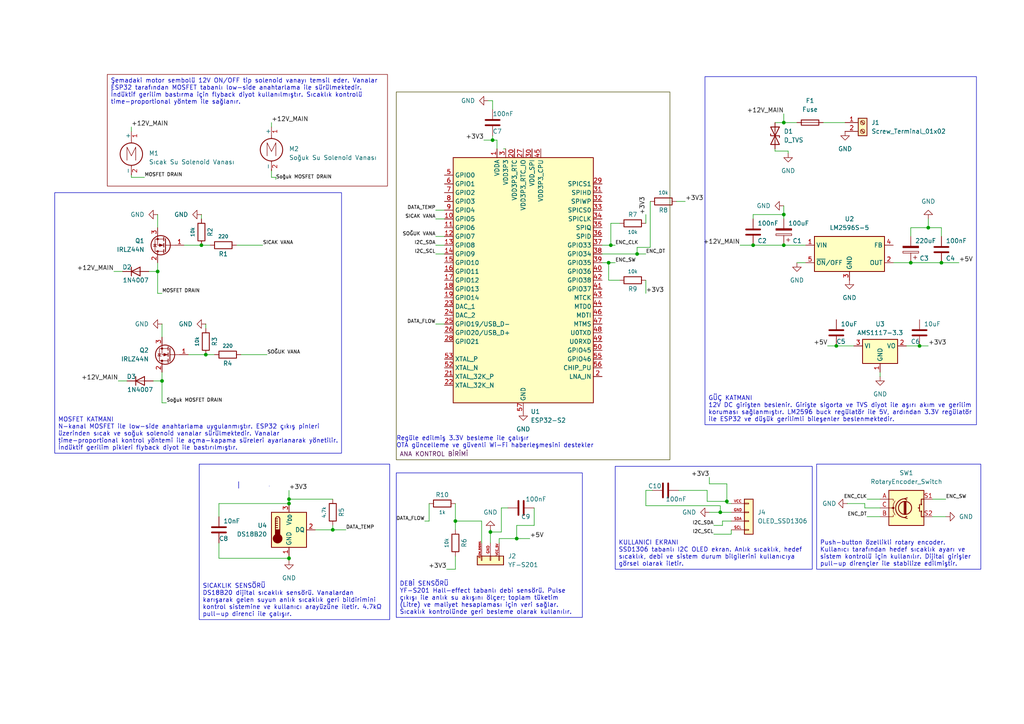
<source format=kicad_sch>
(kicad_sch
	(version 20250114)
	(generator "eeschema")
	(generator_version "9.0")
	(uuid "c8a9a4e1-084b-4643-86cb-a0b1edc9bcd6")
	(paper "A4")
	(title_block
		(title "AquaSmart")
		(date "2026-02-11")
		(rev "2.1")
		(comment 1 "Akıllı Su Tüketimi İzleme ve Kontrol Sistemi")
	)
	(lib_symbols
		(symbol "Conn_01x04_1"
			(pin_names
				(offset 1.016)
				(hide yes)
			)
			(exclude_from_sim no)
			(in_bom yes)
			(on_board yes)
			(property "Reference" "J4"
				(at 2.54 0.0001 0)
				(effects
					(font
						(size 1.27 1.27)
					)
					(justify left)
				)
			)
			(property "Value" "Conn_01x04"
				(at 2.54 -2.5399 0)
				(effects
					(font
						(size 1.27 1.27)
					)
					(justify left)
				)
			)
			(property "Footprint" ""
				(at 0 0 0)
				(effects
					(font
						(size 1.27 1.27)
					)
					(hide yes)
				)
			)
			(property "Datasheet" "~"
				(at 0 0 0)
				(effects
					(font
						(size 1.27 1.27)
					)
					(hide yes)
				)
			)
			(property "Description" "Generic connector, single row, 01x04, script generated (kicad-library-utils/schlib/autogen/connector/)"
				(at 0 0 0)
				(effects
					(font
						(size 1.27 1.27)
					)
					(hide yes)
				)
			)
			(property "ki_keywords" "connector"
				(at 0 0 0)
				(effects
					(font
						(size 1.27 1.27)
					)
					(hide yes)
				)
			)
			(property "ki_fp_filters" "Connector*:*_1x??_*"
				(at 0 0 0)
				(effects
					(font
						(size 1.27 1.27)
					)
					(hide yes)
				)
			)
			(symbol "Conn_01x04_1_1_1"
				(rectangle
					(start -1.27 3.81)
					(end 1.27 -6.35)
					(stroke
						(width 0.254)
						(type default)
					)
					(fill
						(type background)
					)
				)
				(rectangle
					(start -1.27 2.667)
					(end 0 2.413)
					(stroke
						(width 0.1524)
						(type default)
					)
					(fill
						(type none)
					)
				)
				(rectangle
					(start -1.27 0.127)
					(end 0 -0.127)
					(stroke
						(width 0.1524)
						(type default)
					)
					(fill
						(type none)
					)
				)
				(rectangle
					(start -1.27 -2.413)
					(end 0 -2.667)
					(stroke
						(width 0.1524)
						(type default)
					)
					(fill
						(type none)
					)
				)
				(rectangle
					(start -1.27 -4.953)
					(end 0 -5.207)
					(stroke
						(width 0.1524)
						(type default)
					)
					(fill
						(type none)
					)
				)
				(pin passive line
					(at -5.08 2.54 0)
					(length 3.81)
					(name "Pin_1"
						(effects
							(font
								(size 1.27 1.27)
							)
						)
					)
					(number "VCC"
						(effects
							(font
								(size 0.762 0.762)
							)
						)
					)
				)
				(pin passive line
					(at -5.08 0 0)
					(length 3.81)
					(name "Pin_2"
						(effects
							(font
								(size 1.27 1.27)
							)
						)
					)
					(number "GND"
						(effects
							(font
								(size 0.762 0.762)
							)
						)
					)
				)
				(pin passive line
					(at -5.08 -2.54 0)
					(length 3.81)
					(name "Pin_3"
						(effects
							(font
								(size 1.27 1.27)
							)
						)
					)
					(number "SDA"
						(effects
							(font
								(size 0.762 0.762)
							)
						)
					)
				)
				(pin passive line
					(at -5.08 -5.08 0)
					(length 3.81)
					(name "Pin_4"
						(effects
							(font
								(size 1.27 1.27)
							)
						)
					)
					(number "SCL"
						(effects
							(font
								(size 0.762 0.762)
							)
						)
					)
				)
			)
			(embedded_fonts no)
		)
		(symbol "Connector:Screw_Terminal_01x02"
			(pin_names
				(offset 1.016)
				(hide yes)
			)
			(exclude_from_sim no)
			(in_bom yes)
			(on_board yes)
			(property "Reference" "J"
				(at 0 2.54 0)
				(effects
					(font
						(size 1.27 1.27)
					)
				)
			)
			(property "Value" "Screw_Terminal_01x02"
				(at 0 -5.08 0)
				(effects
					(font
						(size 1.27 1.27)
					)
				)
			)
			(property "Footprint" ""
				(at 0 0 0)
				(effects
					(font
						(size 1.27 1.27)
					)
					(hide yes)
				)
			)
			(property "Datasheet" "~"
				(at 0 0 0)
				(effects
					(font
						(size 1.27 1.27)
					)
					(hide yes)
				)
			)
			(property "Description" "Generic screw terminal, single row, 01x02, script generated (kicad-library-utils/schlib/autogen/connector/)"
				(at 0 0 0)
				(effects
					(font
						(size 1.27 1.27)
					)
					(hide yes)
				)
			)
			(property "ki_keywords" "screw terminal"
				(at 0 0 0)
				(effects
					(font
						(size 1.27 1.27)
					)
					(hide yes)
				)
			)
			(property "ki_fp_filters" "TerminalBlock*:*"
				(at 0 0 0)
				(effects
					(font
						(size 1.27 1.27)
					)
					(hide yes)
				)
			)
			(symbol "Screw_Terminal_01x02_1_1"
				(rectangle
					(start -1.27 1.27)
					(end 1.27 -3.81)
					(stroke
						(width 0.254)
						(type default)
					)
					(fill
						(type background)
					)
				)
				(polyline
					(pts
						(xy -0.5334 0.3302) (xy 0.3302 -0.508)
					)
					(stroke
						(width 0.1524)
						(type default)
					)
					(fill
						(type none)
					)
				)
				(polyline
					(pts
						(xy -0.5334 -2.2098) (xy 0.3302 -3.048)
					)
					(stroke
						(width 0.1524)
						(type default)
					)
					(fill
						(type none)
					)
				)
				(polyline
					(pts
						(xy -0.3556 0.508) (xy 0.508 -0.3302)
					)
					(stroke
						(width 0.1524)
						(type default)
					)
					(fill
						(type none)
					)
				)
				(polyline
					(pts
						(xy -0.3556 -2.032) (xy 0.508 -2.8702)
					)
					(stroke
						(width 0.1524)
						(type default)
					)
					(fill
						(type none)
					)
				)
				(circle
					(center 0 0)
					(radius 0.635)
					(stroke
						(width 0.1524)
						(type default)
					)
					(fill
						(type none)
					)
				)
				(circle
					(center 0 -2.54)
					(radius 0.635)
					(stroke
						(width 0.1524)
						(type default)
					)
					(fill
						(type none)
					)
				)
				(pin passive line
					(at -5.08 0 0)
					(length 3.81)
					(name "Pin_1"
						(effects
							(font
								(size 1.27 1.27)
							)
						)
					)
					(number "1"
						(effects
							(font
								(size 1.27 1.27)
							)
						)
					)
				)
				(pin passive line
					(at -5.08 -2.54 0)
					(length 3.81)
					(name "Pin_2"
						(effects
							(font
								(size 1.27 1.27)
							)
						)
					)
					(number "2"
						(effects
							(font
								(size 1.27 1.27)
							)
						)
					)
				)
			)
			(embedded_fonts no)
		)
		(symbol "Connector_Generic:Conn_01x03"
			(pin_names
				(offset 1.016)
				(hide yes)
			)
			(exclude_from_sim no)
			(in_bom yes)
			(on_board yes)
			(property "Reference" "J2"
				(at 2.54 1.2701 0)
				(effects
					(font
						(size 1.27 1.27)
					)
					(justify left)
				)
			)
			(property "Value" "Conn_01x03"
				(at 2.54 -1.2699 0)
				(effects
					(font
						(size 1.27 1.27)
					)
					(justify left)
				)
			)
			(property "Footprint" ""
				(at 0 0 0)
				(effects
					(font
						(size 1.27 1.27)
					)
					(hide yes)
				)
			)
			(property "Datasheet" "~"
				(at 0 0 0)
				(effects
					(font
						(size 1.27 1.27)
					)
					(hide yes)
				)
			)
			(property "Description" "Generic connector, single row, 01x03, script generated (kicad-library-utils/schlib/autogen/connector/)"
				(at 0 0 0)
				(effects
					(font
						(size 1.27 1.27)
					)
					(hide yes)
				)
			)
			(property "ki_keywords" "connector"
				(at 0 0 0)
				(effects
					(font
						(size 1.27 1.27)
					)
					(hide yes)
				)
			)
			(property "ki_fp_filters" "Connector*:*_1x??_*"
				(at 0 0 0)
				(effects
					(font
						(size 1.27 1.27)
					)
					(hide yes)
				)
			)
			(symbol "Conn_01x03_1_1"
				(rectangle
					(start -1.27 3.81)
					(end 1.27 -3.81)
					(stroke
						(width 0.254)
						(type default)
					)
					(fill
						(type background)
					)
				)
				(rectangle
					(start -1.27 2.667)
					(end 0 2.413)
					(stroke
						(width 0.1524)
						(type default)
					)
					(fill
						(type none)
					)
				)
				(rectangle
					(start -1.27 0.127)
					(end 0 -0.127)
					(stroke
						(width 0.1524)
						(type default)
					)
					(fill
						(type none)
					)
				)
				(rectangle
					(start -1.27 -2.413)
					(end 0 -2.667)
					(stroke
						(width 0.1524)
						(type default)
					)
					(fill
						(type none)
					)
				)
				(pin passive line
					(at -5.08 2.54 0)
					(length 3.81)
					(name "Pin_1"
						(effects
							(font
								(size 1.27 1.27)
							)
						)
					)
					(number "VCC_5V"
						(effects
							(font
								(size 0.635 0.635)
							)
						)
					)
				)
				(pin passive line
					(at -5.08 0 0)
					(length 3.81)
					(name "Pin_2"
						(effects
							(font
								(size 1.27 1.27)
							)
						)
					)
					(number "GND"
						(effects
							(font
								(size 0.762 0.762)
							)
						)
					)
				)
				(pin passive line
					(at -5.08 -2.54 0)
					(length 3.81)
					(name "Pin_3"
						(effects
							(font
								(size 1.27 1.27)
							)
						)
					)
					(number "FLOW_SIGNAL"
						(effects
							(font
								(size 0.508 0.508)
							)
						)
					)
				)
			)
			(embedded_fonts no)
		)
		(symbol "Device:C"
			(pin_numbers
				(hide yes)
			)
			(pin_names
				(offset 0.254)
			)
			(exclude_from_sim no)
			(in_bom yes)
			(on_board yes)
			(property "Reference" "C"
				(at 0.635 2.54 0)
				(effects
					(font
						(size 1.27 1.27)
					)
					(justify left)
				)
			)
			(property "Value" "C"
				(at 0.635 -2.54 0)
				(effects
					(font
						(size 1.27 1.27)
					)
					(justify left)
				)
			)
			(property "Footprint" ""
				(at 0.9652 -3.81 0)
				(effects
					(font
						(size 1.27 1.27)
					)
					(hide yes)
				)
			)
			(property "Datasheet" "~"
				(at 0 0 0)
				(effects
					(font
						(size 1.27 1.27)
					)
					(hide yes)
				)
			)
			(property "Description" "Unpolarized capacitor"
				(at 0 0 0)
				(effects
					(font
						(size 1.27 1.27)
					)
					(hide yes)
				)
			)
			(property "ki_keywords" "cap capacitor"
				(at 0 0 0)
				(effects
					(font
						(size 1.27 1.27)
					)
					(hide yes)
				)
			)
			(property "ki_fp_filters" "C_*"
				(at 0 0 0)
				(effects
					(font
						(size 1.27 1.27)
					)
					(hide yes)
				)
			)
			(symbol "C_0_1"
				(polyline
					(pts
						(xy -2.032 0.762) (xy 2.032 0.762)
					)
					(stroke
						(width 0.508)
						(type default)
					)
					(fill
						(type none)
					)
				)
				(polyline
					(pts
						(xy -2.032 -0.762) (xy 2.032 -0.762)
					)
					(stroke
						(width 0.508)
						(type default)
					)
					(fill
						(type none)
					)
				)
			)
			(symbol "C_1_1"
				(pin passive line
					(at 0 3.81 270)
					(length 2.794)
					(name "~"
						(effects
							(font
								(size 1.27 1.27)
							)
						)
					)
					(number "1"
						(effects
							(font
								(size 1.27 1.27)
							)
						)
					)
				)
				(pin passive line
					(at 0 -3.81 90)
					(length 2.794)
					(name "~"
						(effects
							(font
								(size 1.27 1.27)
							)
						)
					)
					(number "2"
						(effects
							(font
								(size 1.27 1.27)
							)
						)
					)
				)
			)
			(embedded_fonts no)
		)
		(symbol "Device:C_Polarized"
			(pin_numbers
				(hide yes)
			)
			(pin_names
				(offset 0.254)
			)
			(exclude_from_sim no)
			(in_bom yes)
			(on_board yes)
			(property "Reference" "C"
				(at 0.635 2.54 0)
				(effects
					(font
						(size 1.27 1.27)
					)
					(justify left)
				)
			)
			(property "Value" "C_Polarized"
				(at 0.635 -2.54 0)
				(effects
					(font
						(size 1.27 1.27)
					)
					(justify left)
				)
			)
			(property "Footprint" ""
				(at 0.9652 -3.81 0)
				(effects
					(font
						(size 1.27 1.27)
					)
					(hide yes)
				)
			)
			(property "Datasheet" "~"
				(at 0 0 0)
				(effects
					(font
						(size 1.27 1.27)
					)
					(hide yes)
				)
			)
			(property "Description" "Polarized capacitor"
				(at 0 0 0)
				(effects
					(font
						(size 1.27 1.27)
					)
					(hide yes)
				)
			)
			(property "ki_keywords" "cap capacitor"
				(at 0 0 0)
				(effects
					(font
						(size 1.27 1.27)
					)
					(hide yes)
				)
			)
			(property "ki_fp_filters" "CP_*"
				(at 0 0 0)
				(effects
					(font
						(size 1.27 1.27)
					)
					(hide yes)
				)
			)
			(symbol "C_Polarized_0_1"
				(rectangle
					(start -2.286 0.508)
					(end 2.286 1.016)
					(stroke
						(width 0)
						(type default)
					)
					(fill
						(type none)
					)
				)
				(polyline
					(pts
						(xy -1.778 2.286) (xy -0.762 2.286)
					)
					(stroke
						(width 0)
						(type default)
					)
					(fill
						(type none)
					)
				)
				(polyline
					(pts
						(xy -1.27 2.794) (xy -1.27 1.778)
					)
					(stroke
						(width 0)
						(type default)
					)
					(fill
						(type none)
					)
				)
				(rectangle
					(start 2.286 -0.508)
					(end -2.286 -1.016)
					(stroke
						(width 0)
						(type default)
					)
					(fill
						(type outline)
					)
				)
			)
			(symbol "C_Polarized_1_1"
				(pin passive line
					(at 0 3.81 270)
					(length 2.794)
					(name "~"
						(effects
							(font
								(size 1.27 1.27)
							)
						)
					)
					(number "1"
						(effects
							(font
								(size 1.27 1.27)
							)
						)
					)
				)
				(pin passive line
					(at 0 -3.81 90)
					(length 2.794)
					(name "~"
						(effects
							(font
								(size 1.27 1.27)
							)
						)
					)
					(number "2"
						(effects
							(font
								(size 1.27 1.27)
							)
						)
					)
				)
			)
			(embedded_fonts no)
		)
		(symbol "Device:D_TVS"
			(pin_numbers
				(hide yes)
			)
			(pin_names
				(offset 1.016)
				(hide yes)
			)
			(exclude_from_sim no)
			(in_bom yes)
			(on_board yes)
			(property "Reference" "D"
				(at 0 2.54 0)
				(effects
					(font
						(size 1.27 1.27)
					)
				)
			)
			(property "Value" "D_TVS"
				(at 0 -2.54 0)
				(effects
					(font
						(size 1.27 1.27)
					)
				)
			)
			(property "Footprint" ""
				(at 0 0 0)
				(effects
					(font
						(size 1.27 1.27)
					)
					(hide yes)
				)
			)
			(property "Datasheet" "~"
				(at 0 0 0)
				(effects
					(font
						(size 1.27 1.27)
					)
					(hide yes)
				)
			)
			(property "Description" "Bidirectional transient-voltage-suppression diode"
				(at 0 0 0)
				(effects
					(font
						(size 1.27 1.27)
					)
					(hide yes)
				)
			)
			(property "ki_keywords" "diode TVS thyrector"
				(at 0 0 0)
				(effects
					(font
						(size 1.27 1.27)
					)
					(hide yes)
				)
			)
			(property "ki_fp_filters" "TO-???* *_Diode_* *SingleDiode* D_*"
				(at 0 0 0)
				(effects
					(font
						(size 1.27 1.27)
					)
					(hide yes)
				)
			)
			(symbol "D_TVS_0_1"
				(polyline
					(pts
						(xy -2.54 1.27) (xy -2.54 -1.27) (xy 2.54 1.27) (xy 2.54 -1.27) (xy -2.54 1.27)
					)
					(stroke
						(width 0.254)
						(type default)
					)
					(fill
						(type none)
					)
				)
				(polyline
					(pts
						(xy 0.508 1.27) (xy 0 1.27) (xy 0 -1.27) (xy -0.508 -1.27)
					)
					(stroke
						(width 0.254)
						(type default)
					)
					(fill
						(type none)
					)
				)
				(polyline
					(pts
						(xy 1.27 0) (xy -1.27 0)
					)
					(stroke
						(width 0)
						(type default)
					)
					(fill
						(type none)
					)
				)
			)
			(symbol "D_TVS_1_1"
				(pin passive line
					(at -3.81 0 0)
					(length 2.54)
					(name "A1"
						(effects
							(font
								(size 1.27 1.27)
							)
						)
					)
					(number "1"
						(effects
							(font
								(size 1.27 1.27)
							)
						)
					)
				)
				(pin passive line
					(at 3.81 0 180)
					(length 2.54)
					(name "A2"
						(effects
							(font
								(size 1.27 1.27)
							)
						)
					)
					(number "2"
						(effects
							(font
								(size 1.27 1.27)
							)
						)
					)
				)
			)
			(embedded_fonts no)
		)
		(symbol "Device:Fuse"
			(pin_numbers
				(hide yes)
			)
			(pin_names
				(offset 0)
			)
			(exclude_from_sim no)
			(in_bom yes)
			(on_board yes)
			(property "Reference" "F"
				(at 2.032 0 90)
				(effects
					(font
						(size 1.27 1.27)
					)
				)
			)
			(property "Value" "Fuse"
				(at -1.905 0 90)
				(effects
					(font
						(size 1.27 1.27)
					)
				)
			)
			(property "Footprint" ""
				(at -1.778 0 90)
				(effects
					(font
						(size 1.27 1.27)
					)
					(hide yes)
				)
			)
			(property "Datasheet" "~"
				(at 0 0 0)
				(effects
					(font
						(size 1.27 1.27)
					)
					(hide yes)
				)
			)
			(property "Description" "Fuse"
				(at 0 0 0)
				(effects
					(font
						(size 1.27 1.27)
					)
					(hide yes)
				)
			)
			(property "ki_keywords" "fuse"
				(at 0 0 0)
				(effects
					(font
						(size 1.27 1.27)
					)
					(hide yes)
				)
			)
			(property "ki_fp_filters" "*Fuse*"
				(at 0 0 0)
				(effects
					(font
						(size 1.27 1.27)
					)
					(hide yes)
				)
			)
			(symbol "Fuse_0_1"
				(rectangle
					(start -0.762 -2.54)
					(end 0.762 2.54)
					(stroke
						(width 0.254)
						(type default)
					)
					(fill
						(type none)
					)
				)
				(polyline
					(pts
						(xy 0 2.54) (xy 0 -2.54)
					)
					(stroke
						(width 0)
						(type default)
					)
					(fill
						(type none)
					)
				)
			)
			(symbol "Fuse_1_1"
				(pin passive line
					(at 0 3.81 270)
					(length 1.27)
					(name "~"
						(effects
							(font
								(size 1.27 1.27)
							)
						)
					)
					(number "1"
						(effects
							(font
								(size 1.27 1.27)
							)
						)
					)
				)
				(pin passive line
					(at 0 -3.81 90)
					(length 1.27)
					(name "~"
						(effects
							(font
								(size 1.27 1.27)
							)
						)
					)
					(number "2"
						(effects
							(font
								(size 1.27 1.27)
							)
						)
					)
				)
			)
			(embedded_fonts no)
		)
		(symbol "Device:R"
			(pin_numbers
				(hide yes)
			)
			(pin_names
				(offset 0)
			)
			(exclude_from_sim no)
			(in_bom yes)
			(on_board yes)
			(property "Reference" "R"
				(at 2.032 0 90)
				(effects
					(font
						(size 1.27 1.27)
					)
				)
			)
			(property "Value" "R"
				(at 0 0 90)
				(effects
					(font
						(size 1.27 1.27)
					)
				)
			)
			(property "Footprint" ""
				(at -1.778 0 90)
				(effects
					(font
						(size 1.27 1.27)
					)
					(hide yes)
				)
			)
			(property "Datasheet" "~"
				(at 0 0 0)
				(effects
					(font
						(size 1.27 1.27)
					)
					(hide yes)
				)
			)
			(property "Description" "Resistor"
				(at 0 0 0)
				(effects
					(font
						(size 1.27 1.27)
					)
					(hide yes)
				)
			)
			(property "ki_keywords" "R res resistor"
				(at 0 0 0)
				(effects
					(font
						(size 1.27 1.27)
					)
					(hide yes)
				)
			)
			(property "ki_fp_filters" "R_*"
				(at 0 0 0)
				(effects
					(font
						(size 1.27 1.27)
					)
					(hide yes)
				)
			)
			(symbol "R_0_1"
				(rectangle
					(start -1.016 -2.54)
					(end 1.016 2.54)
					(stroke
						(width 0.254)
						(type default)
					)
					(fill
						(type none)
					)
				)
			)
			(symbol "R_1_1"
				(pin passive line
					(at 0 3.81 270)
					(length 1.27)
					(name "~"
						(effects
							(font
								(size 1.27 1.27)
							)
						)
					)
					(number "1"
						(effects
							(font
								(size 1.27 1.27)
							)
						)
					)
				)
				(pin passive line
					(at 0 -3.81 90)
					(length 1.27)
					(name "~"
						(effects
							(font
								(size 1.27 1.27)
							)
						)
					)
					(number "2"
						(effects
							(font
								(size 1.27 1.27)
							)
						)
					)
				)
			)
			(embedded_fonts no)
		)
		(symbol "Device:RotaryEncoder_Switch"
			(pin_names
				(offset 0.254)
				(hide yes)
			)
			(exclude_from_sim no)
			(in_bom yes)
			(on_board yes)
			(property "Reference" "SW"
				(at 0 6.604 0)
				(effects
					(font
						(size 1.27 1.27)
					)
				)
			)
			(property "Value" "RotaryEncoder_Switch"
				(at 0 -6.604 0)
				(effects
					(font
						(size 1.27 1.27)
					)
				)
			)
			(property "Footprint" ""
				(at -3.81 4.064 0)
				(effects
					(font
						(size 1.27 1.27)
					)
					(hide yes)
				)
			)
			(property "Datasheet" "~"
				(at 0 6.604 0)
				(effects
					(font
						(size 1.27 1.27)
					)
					(hide yes)
				)
			)
			(property "Description" "Rotary encoder, dual channel, incremental quadrate outputs, with switch"
				(at 0 0 0)
				(effects
					(font
						(size 1.27 1.27)
					)
					(hide yes)
				)
			)
			(property "ki_keywords" "rotary switch encoder switch push button"
				(at 0 0 0)
				(effects
					(font
						(size 1.27 1.27)
					)
					(hide yes)
				)
			)
			(property "ki_fp_filters" "RotaryEncoder*Switch*"
				(at 0 0 0)
				(effects
					(font
						(size 1.27 1.27)
					)
					(hide yes)
				)
			)
			(symbol "RotaryEncoder_Switch_0_1"
				(rectangle
					(start -5.08 5.08)
					(end 5.08 -5.08)
					(stroke
						(width 0.254)
						(type default)
					)
					(fill
						(type background)
					)
				)
				(polyline
					(pts
						(xy -5.08 2.54) (xy -3.81 2.54) (xy -3.81 2.032)
					)
					(stroke
						(width 0)
						(type default)
					)
					(fill
						(type none)
					)
				)
				(polyline
					(pts
						(xy -5.08 0) (xy -3.81 0) (xy -3.81 -1.016) (xy -3.302 -2.032)
					)
					(stroke
						(width 0)
						(type default)
					)
					(fill
						(type none)
					)
				)
				(polyline
					(pts
						(xy -5.08 -2.54) (xy -3.81 -2.54) (xy -3.81 -2.032)
					)
					(stroke
						(width 0)
						(type default)
					)
					(fill
						(type none)
					)
				)
				(polyline
					(pts
						(xy -4.318 0) (xy -3.81 0) (xy -3.81 1.016) (xy -3.302 2.032)
					)
					(stroke
						(width 0)
						(type default)
					)
					(fill
						(type none)
					)
				)
				(circle
					(center -3.81 0)
					(radius 0.254)
					(stroke
						(width 0)
						(type default)
					)
					(fill
						(type outline)
					)
				)
				(polyline
					(pts
						(xy -0.635 -1.778) (xy -0.635 1.778)
					)
					(stroke
						(width 0.254)
						(type default)
					)
					(fill
						(type none)
					)
				)
				(circle
					(center -0.381 0)
					(radius 1.905)
					(stroke
						(width 0.254)
						(type default)
					)
					(fill
						(type none)
					)
				)
				(polyline
					(pts
						(xy -0.381 -1.778) (xy -0.381 1.778)
					)
					(stroke
						(width 0.254)
						(type default)
					)
					(fill
						(type none)
					)
				)
				(arc
					(start -0.381 -2.794)
					(mid -3.0988 -0.0635)
					(end -0.381 2.667)
					(stroke
						(width 0.254)
						(type default)
					)
					(fill
						(type none)
					)
				)
				(polyline
					(pts
						(xy -0.127 1.778) (xy -0.127 -1.778)
					)
					(stroke
						(width 0.254)
						(type default)
					)
					(fill
						(type none)
					)
				)
				(polyline
					(pts
						(xy 0.254 2.921) (xy -0.508 2.667) (xy 0.127 2.286)
					)
					(stroke
						(width 0.254)
						(type default)
					)
					(fill
						(type none)
					)
				)
				(polyline
					(pts
						(xy 0.254 -3.048) (xy -0.508 -2.794) (xy 0.127 -2.413)
					)
					(stroke
						(width 0.254)
						(type default)
					)
					(fill
						(type none)
					)
				)
				(polyline
					(pts
						(xy 3.81 1.016) (xy 3.81 -1.016)
					)
					(stroke
						(width 0.254)
						(type default)
					)
					(fill
						(type none)
					)
				)
				(polyline
					(pts
						(xy 3.81 0) (xy 3.429 0)
					)
					(stroke
						(width 0.254)
						(type default)
					)
					(fill
						(type none)
					)
				)
				(circle
					(center 4.318 1.016)
					(radius 0.127)
					(stroke
						(width 0.254)
						(type default)
					)
					(fill
						(type none)
					)
				)
				(circle
					(center 4.318 -1.016)
					(radius 0.127)
					(stroke
						(width 0.254)
						(type default)
					)
					(fill
						(type none)
					)
				)
				(polyline
					(pts
						(xy 5.08 2.54) (xy 4.318 2.54) (xy 4.318 1.016)
					)
					(stroke
						(width 0.254)
						(type default)
					)
					(fill
						(type none)
					)
				)
				(polyline
					(pts
						(xy 5.08 -2.54) (xy 4.318 -2.54) (xy 4.318 -1.016)
					)
					(stroke
						(width 0.254)
						(type default)
					)
					(fill
						(type none)
					)
				)
			)
			(symbol "RotaryEncoder_Switch_1_1"
				(pin passive line
					(at -7.62 2.54 0)
					(length 2.54)
					(name "A"
						(effects
							(font
								(size 1.27 1.27)
							)
						)
					)
					(number "A"
						(effects
							(font
								(size 1.27 1.27)
							)
						)
					)
				)
				(pin passive line
					(at -7.62 0 0)
					(length 2.54)
					(name "C"
						(effects
							(font
								(size 1.27 1.27)
							)
						)
					)
					(number "C"
						(effects
							(font
								(size 1.27 1.27)
							)
						)
					)
				)
				(pin passive line
					(at -7.62 -2.54 0)
					(length 2.54)
					(name "B"
						(effects
							(font
								(size 1.27 1.27)
							)
						)
					)
					(number "B"
						(effects
							(font
								(size 1.27 1.27)
							)
						)
					)
				)
				(pin passive line
					(at 7.62 2.54 180)
					(length 2.54)
					(name "S1"
						(effects
							(font
								(size 1.27 1.27)
							)
						)
					)
					(number "S1"
						(effects
							(font
								(size 1.27 1.27)
							)
						)
					)
				)
				(pin passive line
					(at 7.62 -2.54 180)
					(length 2.54)
					(name "S2"
						(effects
							(font
								(size 1.27 1.27)
							)
						)
					)
					(number "S2"
						(effects
							(font
								(size 1.27 1.27)
							)
						)
					)
				)
			)
			(embedded_fonts no)
		)
		(symbol "Diode:1N4007"
			(pin_numbers
				(hide yes)
			)
			(pin_names
				(hide yes)
			)
			(exclude_from_sim no)
			(in_bom yes)
			(on_board yes)
			(property "Reference" "D"
				(at 0 2.54 0)
				(effects
					(font
						(size 1.27 1.27)
					)
				)
			)
			(property "Value" "1N4007"
				(at 0 -2.54 0)
				(effects
					(font
						(size 1.27 1.27)
					)
				)
			)
			(property "Footprint" "Diode_THT:D_DO-41_SOD81_P10.16mm_Horizontal"
				(at 0 -4.445 0)
				(effects
					(font
						(size 1.27 1.27)
					)
					(hide yes)
				)
			)
			(property "Datasheet" "http://www.vishay.com/docs/88503/1n4001.pdf"
				(at 0 0 0)
				(effects
					(font
						(size 1.27 1.27)
					)
					(hide yes)
				)
			)
			(property "Description" "1000V 1A General Purpose Rectifier Diode, DO-41"
				(at 0 0 0)
				(effects
					(font
						(size 1.27 1.27)
					)
					(hide yes)
				)
			)
			(property "Sim.Device" "D"
				(at 0 0 0)
				(effects
					(font
						(size 1.27 1.27)
					)
					(hide yes)
				)
			)
			(property "Sim.Pins" "1=K 2=A"
				(at 0 0 0)
				(effects
					(font
						(size 1.27 1.27)
					)
					(hide yes)
				)
			)
			(property "ki_keywords" "diode"
				(at 0 0 0)
				(effects
					(font
						(size 1.27 1.27)
					)
					(hide yes)
				)
			)
			(property "ki_fp_filters" "D*DO?41*"
				(at 0 0 0)
				(effects
					(font
						(size 1.27 1.27)
					)
					(hide yes)
				)
			)
			(symbol "1N4007_0_1"
				(polyline
					(pts
						(xy -1.27 1.27) (xy -1.27 -1.27)
					)
					(stroke
						(width 0.254)
						(type default)
					)
					(fill
						(type none)
					)
				)
				(polyline
					(pts
						(xy 1.27 1.27) (xy 1.27 -1.27) (xy -1.27 0) (xy 1.27 1.27)
					)
					(stroke
						(width 0.254)
						(type default)
					)
					(fill
						(type none)
					)
				)
				(polyline
					(pts
						(xy 1.27 0) (xy -1.27 0)
					)
					(stroke
						(width 0)
						(type default)
					)
					(fill
						(type none)
					)
				)
			)
			(symbol "1N4007_1_1"
				(pin passive line
					(at -3.81 0 0)
					(length 2.54)
					(name "K"
						(effects
							(font
								(size 1.27 1.27)
							)
						)
					)
					(number "1"
						(effects
							(font
								(size 1.27 1.27)
							)
						)
					)
				)
				(pin passive line
					(at 3.81 0 180)
					(length 2.54)
					(name "A"
						(effects
							(font
								(size 1.27 1.27)
							)
						)
					)
					(number "2"
						(effects
							(font
								(size 1.27 1.27)
							)
						)
					)
				)
			)
			(embedded_fonts no)
		)
		(symbol "MCU_Espressif:ESP32-S2"
			(exclude_from_sim no)
			(in_bom yes)
			(on_board yes)
			(property "Reference" "U"
				(at 12.7 -38.1 0)
				(effects
					(font
						(size 1.27 1.27)
					)
				)
			)
			(property "Value" "ESP32-S2"
				(at 16.51 -40.64 0)
				(effects
					(font
						(size 1.27 1.27)
					)
				)
			)
			(property "Footprint" "Package_DFN_QFN:QFN-56-1EP_7x7mm_P0.4mm_EP4x4mm"
				(at 2.54 -48.26 0)
				(effects
					(font
						(size 1.27 1.27)
					)
					(justify left)
					(hide yes)
				)
			)
			(property "Datasheet" "https://www.espressif.com/sites/default/files/documentation/esp32-s2_datasheet_en.pdf"
				(at 2.54 -45.72 0)
				(effects
					(font
						(size 1.27 1.27)
					)
					(justify left)
					(hide yes)
				)
			)
			(property "Description" "Microcontroller, Wi-Fi 802.11b/g/n, Bluetooth, 32bit"
				(at 0 0 0)
				(effects
					(font
						(size 1.27 1.27)
					)
					(hide yes)
				)
			)
			(property "ki_keywords" "Microcontroller Wi-Fi BT ESP ESP32 Espressif"
				(at 0 0 0)
				(effects
					(font
						(size 1.27 1.27)
					)
					(hide yes)
				)
			)
			(property "ki_fp_filters" "QFN*1EP*7x7mm*P0.4mm*"
				(at 0 0 0)
				(effects
					(font
						(size 1.27 1.27)
					)
					(hide yes)
				)
			)
			(symbol "ESP32-S2_0_1"
				(rectangle
					(start -20.32 35.56)
					(end 20.32 -35.56)
					(stroke
						(width 0.254)
						(type default)
					)
					(fill
						(type background)
					)
				)
			)
			(symbol "ESP32-S2_1_1"
				(pin bidirectional line
					(at -22.86 30.48 0)
					(length 2.54)
					(name "GPIO0"
						(effects
							(font
								(size 1.27 1.27)
							)
						)
					)
					(number "5"
						(effects
							(font
								(size 1.27 1.27)
							)
						)
					)
				)
				(pin bidirectional line
					(at -22.86 27.94 0)
					(length 2.54)
					(name "GPIO1"
						(effects
							(font
								(size 1.27 1.27)
							)
						)
					)
					(number "6"
						(effects
							(font
								(size 1.27 1.27)
							)
						)
					)
				)
				(pin bidirectional line
					(at -22.86 25.4 0)
					(length 2.54)
					(name "GPIO2"
						(effects
							(font
								(size 1.27 1.27)
							)
						)
					)
					(number "7"
						(effects
							(font
								(size 1.27 1.27)
							)
						)
					)
				)
				(pin bidirectional line
					(at -22.86 22.86 0)
					(length 2.54)
					(name "GPIO3"
						(effects
							(font
								(size 1.27 1.27)
							)
						)
					)
					(number "8"
						(effects
							(font
								(size 1.27 1.27)
							)
						)
					)
				)
				(pin bidirectional line
					(at -22.86 20.32 0)
					(length 2.54)
					(name "GPIO4"
						(effects
							(font
								(size 1.27 1.27)
							)
						)
					)
					(number "9"
						(effects
							(font
								(size 1.27 1.27)
							)
						)
					)
				)
				(pin bidirectional line
					(at -22.86 17.78 0)
					(length 2.54)
					(name "GPIO5"
						(effects
							(font
								(size 1.27 1.27)
							)
						)
					)
					(number "10"
						(effects
							(font
								(size 1.27 1.27)
							)
						)
					)
				)
				(pin bidirectional line
					(at -22.86 15.24 0)
					(length 2.54)
					(name "GPIO6"
						(effects
							(font
								(size 1.27 1.27)
							)
						)
					)
					(number "11"
						(effects
							(font
								(size 1.27 1.27)
							)
						)
					)
				)
				(pin bidirectional line
					(at -22.86 12.7 0)
					(length 2.54)
					(name "GPIO7"
						(effects
							(font
								(size 1.27 1.27)
							)
						)
					)
					(number "12"
						(effects
							(font
								(size 1.27 1.27)
							)
						)
					)
				)
				(pin bidirectional line
					(at -22.86 10.16 0)
					(length 2.54)
					(name "GPIO8"
						(effects
							(font
								(size 1.27 1.27)
							)
						)
					)
					(number "13"
						(effects
							(font
								(size 1.27 1.27)
							)
						)
					)
				)
				(pin bidirectional line
					(at -22.86 7.62 0)
					(length 2.54)
					(name "GPIO9"
						(effects
							(font
								(size 1.27 1.27)
							)
						)
					)
					(number "14"
						(effects
							(font
								(size 1.27 1.27)
							)
						)
					)
				)
				(pin bidirectional line
					(at -22.86 5.08 0)
					(length 2.54)
					(name "GPIO10"
						(effects
							(font
								(size 1.27 1.27)
							)
						)
					)
					(number "15"
						(effects
							(font
								(size 1.27 1.27)
							)
						)
					)
				)
				(pin bidirectional line
					(at -22.86 2.54 0)
					(length 2.54)
					(name "GPIO11"
						(effects
							(font
								(size 1.27 1.27)
							)
						)
					)
					(number "16"
						(effects
							(font
								(size 1.27 1.27)
							)
						)
					)
				)
				(pin bidirectional line
					(at -22.86 0 0)
					(length 2.54)
					(name "GPIO12"
						(effects
							(font
								(size 1.27 1.27)
							)
						)
					)
					(number "17"
						(effects
							(font
								(size 1.27 1.27)
							)
						)
					)
				)
				(pin bidirectional line
					(at -22.86 -2.54 0)
					(length 2.54)
					(name "GPIO13"
						(effects
							(font
								(size 1.27 1.27)
							)
						)
					)
					(number "18"
						(effects
							(font
								(size 1.27 1.27)
							)
						)
					)
				)
				(pin bidirectional line
					(at -22.86 -5.08 0)
					(length 2.54)
					(name "GPIO14"
						(effects
							(font
								(size 1.27 1.27)
							)
						)
					)
					(number "19"
						(effects
							(font
								(size 1.27 1.27)
							)
						)
					)
				)
				(pin bidirectional line
					(at -22.86 -7.62 0)
					(length 2.54)
					(name "DAC_1"
						(effects
							(font
								(size 1.27 1.27)
							)
						)
					)
					(number "23"
						(effects
							(font
								(size 1.27 1.27)
							)
						)
					)
				)
				(pin bidirectional line
					(at -22.86 -10.16 0)
					(length 2.54)
					(name "DAC_2"
						(effects
							(font
								(size 1.27 1.27)
							)
						)
					)
					(number "24"
						(effects
							(font
								(size 1.27 1.27)
							)
						)
					)
				)
				(pin bidirectional line
					(at -22.86 -12.7 0)
					(length 2.54)
					(name "GPIO19/USB_D-"
						(effects
							(font
								(size 1.27 1.27)
							)
						)
					)
					(number "25"
						(effects
							(font
								(size 1.27 1.27)
							)
						)
					)
				)
				(pin bidirectional line
					(at -22.86 -15.24 0)
					(length 2.54)
					(name "GPIO20/USB_D+"
						(effects
							(font
								(size 1.27 1.27)
							)
						)
					)
					(number "26"
						(effects
							(font
								(size 1.27 1.27)
							)
						)
					)
				)
				(pin bidirectional line
					(at -22.86 -17.78 0)
					(length 2.54)
					(name "GPIO21"
						(effects
							(font
								(size 1.27 1.27)
							)
						)
					)
					(number "28"
						(effects
							(font
								(size 1.27 1.27)
							)
						)
					)
				)
				(pin input line
					(at -22.86 -22.86 0)
					(length 2.54)
					(name "XTAL_P"
						(effects
							(font
								(size 1.27 1.27)
							)
						)
					)
					(number "53"
						(effects
							(font
								(size 1.27 1.27)
							)
						)
					)
				)
				(pin output line
					(at -22.86 -25.4 0)
					(length 2.54)
					(name "XTAL_N"
						(effects
							(font
								(size 1.27 1.27)
							)
						)
					)
					(number "52"
						(effects
							(font
								(size 1.27 1.27)
							)
						)
					)
				)
				(pin passive line
					(at -22.86 -27.94 0)
					(length 2.54)
					(name "XTAL_32K_P"
						(effects
							(font
								(size 1.27 1.27)
							)
						)
					)
					(number "21"
						(effects
							(font
								(size 1.27 1.27)
							)
						)
					)
				)
				(pin passive line
					(at -22.86 -30.48 0)
					(length 2.54)
					(name "XTAL_32K_N"
						(effects
							(font
								(size 1.27 1.27)
							)
						)
					)
					(number "22"
						(effects
							(font
								(size 1.27 1.27)
							)
						)
					)
				)
				(pin power_in line
					(at -7.62 38.1 270)
					(length 2.54)
					(name "VDDA"
						(effects
							(font
								(size 1.27 1.27)
							)
						)
					)
					(number "1"
						(effects
							(font
								(size 1.27 1.27)
							)
						)
					)
				)
				(pin passive line
					(at -7.62 38.1 270)
					(length 2.54)
					(hide yes)
					(name "VDDA"
						(effects
							(font
								(size 1.27 1.27)
							)
						)
					)
					(number "51"
						(effects
							(font
								(size 1.27 1.27)
							)
						)
					)
				)
				(pin passive line
					(at -7.62 38.1 270)
					(length 2.54)
					(hide yes)
					(name "VDDA"
						(effects
							(font
								(size 1.27 1.27)
							)
						)
					)
					(number "54"
						(effects
							(font
								(size 1.27 1.27)
							)
						)
					)
				)
				(pin power_in line
					(at -5.08 38.1 270)
					(length 2.54)
					(name "VDD3P3"
						(effects
							(font
								(size 1.27 1.27)
							)
						)
					)
					(number "3"
						(effects
							(font
								(size 1.27 1.27)
							)
						)
					)
				)
				(pin passive line
					(at -5.08 38.1 270)
					(length 2.54)
					(hide yes)
					(name "VDD3P3"
						(effects
							(font
								(size 1.27 1.27)
							)
						)
					)
					(number "4"
						(effects
							(font
								(size 1.27 1.27)
							)
						)
					)
				)
				(pin power_in line
					(at -2.54 38.1 270)
					(length 2.54)
					(name "VDD3P3_RTC"
						(effects
							(font
								(size 1.27 1.27)
							)
						)
					)
					(number "20"
						(effects
							(font
								(size 1.27 1.27)
							)
						)
					)
				)
				(pin power_in line
					(at 0 38.1 270)
					(length 2.54)
					(name "VDD3P3_RTC_IO"
						(effects
							(font
								(size 1.27 1.27)
							)
						)
					)
					(number "27"
						(effects
							(font
								(size 1.27 1.27)
							)
						)
					)
				)
				(pin power_in line
					(at 0 -38.1 90)
					(length 2.54)
					(name "GND"
						(effects
							(font
								(size 1.27 1.27)
							)
						)
					)
					(number "57"
						(effects
							(font
								(size 1.27 1.27)
							)
						)
					)
				)
				(pin power_out line
					(at 2.54 38.1 270)
					(length 2.54)
					(name "VDD_SPI"
						(effects
							(font
								(size 1.27 1.27)
							)
						)
					)
					(number "30"
						(effects
							(font
								(size 1.27 1.27)
							)
						)
					)
				)
				(pin power_in line
					(at 5.08 38.1 270)
					(length 2.54)
					(name "VDD3P3_CPU"
						(effects
							(font
								(size 1.27 1.27)
							)
						)
					)
					(number "45"
						(effects
							(font
								(size 1.27 1.27)
							)
						)
					)
				)
				(pin bidirectional line
					(at 22.86 27.94 180)
					(length 2.54)
					(name "SPICS1"
						(effects
							(font
								(size 1.27 1.27)
							)
						)
					)
					(number "29"
						(effects
							(font
								(size 1.27 1.27)
							)
						)
					)
				)
				(pin bidirectional line
					(at 22.86 25.4 180)
					(length 2.54)
					(name "SPIHD"
						(effects
							(font
								(size 1.27 1.27)
							)
						)
					)
					(number "31"
						(effects
							(font
								(size 1.27 1.27)
							)
						)
					)
				)
				(pin bidirectional line
					(at 22.86 22.86 180)
					(length 2.54)
					(name "SPIWP"
						(effects
							(font
								(size 1.27 1.27)
							)
						)
					)
					(number "32"
						(effects
							(font
								(size 1.27 1.27)
							)
						)
					)
				)
				(pin bidirectional line
					(at 22.86 20.32 180)
					(length 2.54)
					(name "SPICS0"
						(effects
							(font
								(size 1.27 1.27)
							)
						)
					)
					(number "33"
						(effects
							(font
								(size 1.27 1.27)
							)
						)
					)
				)
				(pin bidirectional line
					(at 22.86 17.78 180)
					(length 2.54)
					(name "SPICLK"
						(effects
							(font
								(size 1.27 1.27)
							)
						)
					)
					(number "34"
						(effects
							(font
								(size 1.27 1.27)
							)
						)
					)
				)
				(pin bidirectional line
					(at 22.86 15.24 180)
					(length 2.54)
					(name "SPIQ"
						(effects
							(font
								(size 1.27 1.27)
							)
						)
					)
					(number "35"
						(effects
							(font
								(size 1.27 1.27)
							)
						)
					)
				)
				(pin bidirectional line
					(at 22.86 12.7 180)
					(length 2.54)
					(name "SPID"
						(effects
							(font
								(size 1.27 1.27)
							)
						)
					)
					(number "36"
						(effects
							(font
								(size 1.27 1.27)
							)
						)
					)
				)
				(pin bidirectional line
					(at 22.86 10.16 180)
					(length 2.54)
					(name "GPIO33"
						(effects
							(font
								(size 1.27 1.27)
							)
						)
					)
					(number "37"
						(effects
							(font
								(size 1.27 1.27)
							)
						)
					)
				)
				(pin bidirectional line
					(at 22.86 7.62 180)
					(length 2.54)
					(name "GPIO34"
						(effects
							(font
								(size 1.27 1.27)
							)
						)
					)
					(number "38"
						(effects
							(font
								(size 1.27 1.27)
							)
						)
					)
				)
				(pin bidirectional line
					(at 22.86 5.08 180)
					(length 2.54)
					(name "GPIO35"
						(effects
							(font
								(size 1.27 1.27)
							)
						)
					)
					(number "39"
						(effects
							(font
								(size 1.27 1.27)
							)
						)
					)
				)
				(pin bidirectional line
					(at 22.86 2.54 180)
					(length 2.54)
					(name "GPIO36"
						(effects
							(font
								(size 1.27 1.27)
							)
						)
					)
					(number "40"
						(effects
							(font
								(size 1.27 1.27)
							)
						)
					)
				)
				(pin bidirectional line
					(at 22.86 0 180)
					(length 2.54)
					(name "GPIO38"
						(effects
							(font
								(size 1.27 1.27)
							)
						)
					)
					(number "42"
						(effects
							(font
								(size 1.27 1.27)
							)
						)
					)
				)
				(pin bidirectional line
					(at 22.86 -2.54 180)
					(length 2.54)
					(name "GPIO37"
						(effects
							(font
								(size 1.27 1.27)
							)
						)
					)
					(number "41"
						(effects
							(font
								(size 1.27 1.27)
							)
						)
					)
				)
				(pin bidirectional line
					(at 22.86 -5.08 180)
					(length 2.54)
					(name "MTCK"
						(effects
							(font
								(size 1.27 1.27)
							)
						)
					)
					(number "43"
						(effects
							(font
								(size 1.27 1.27)
							)
						)
					)
				)
				(pin bidirectional line
					(at 22.86 -7.62 180)
					(length 2.54)
					(name "MTD0"
						(effects
							(font
								(size 1.27 1.27)
							)
						)
					)
					(number "44"
						(effects
							(font
								(size 1.27 1.27)
							)
						)
					)
				)
				(pin bidirectional line
					(at 22.86 -10.16 180)
					(length 2.54)
					(name "MDTI"
						(effects
							(font
								(size 1.27 1.27)
							)
						)
					)
					(number "46"
						(effects
							(font
								(size 1.27 1.27)
							)
						)
					)
				)
				(pin bidirectional line
					(at 22.86 -12.7 180)
					(length 2.54)
					(name "MTMS"
						(effects
							(font
								(size 1.27 1.27)
							)
						)
					)
					(number "47"
						(effects
							(font
								(size 1.27 1.27)
							)
						)
					)
				)
				(pin bidirectional line
					(at 22.86 -15.24 180)
					(length 2.54)
					(name "U0TXD"
						(effects
							(font
								(size 1.27 1.27)
							)
						)
					)
					(number "48"
						(effects
							(font
								(size 1.27 1.27)
							)
						)
					)
				)
				(pin bidirectional line
					(at 22.86 -17.78 180)
					(length 2.54)
					(name "U0RXD"
						(effects
							(font
								(size 1.27 1.27)
							)
						)
					)
					(number "49"
						(effects
							(font
								(size 1.27 1.27)
							)
						)
					)
				)
				(pin bidirectional line
					(at 22.86 -20.32 180)
					(length 2.54)
					(name "GPIO45"
						(effects
							(font
								(size 1.27 1.27)
							)
						)
					)
					(number "50"
						(effects
							(font
								(size 1.27 1.27)
							)
						)
					)
				)
				(pin input line
					(at 22.86 -22.86 180)
					(length 2.54)
					(name "GPIO46"
						(effects
							(font
								(size 1.27 1.27)
							)
						)
					)
					(number "55"
						(effects
							(font
								(size 1.27 1.27)
							)
						)
					)
				)
				(pin input line
					(at 22.86 -25.4 180)
					(length 2.54)
					(name "CHIP_PU"
						(effects
							(font
								(size 1.27 1.27)
							)
						)
					)
					(number "56"
						(effects
							(font
								(size 1.27 1.27)
							)
						)
					)
				)
				(pin bidirectional line
					(at 22.86 -27.94 180)
					(length 2.54)
					(name "LNA_IN"
						(effects
							(font
								(size 1.27 1.27)
							)
						)
					)
					(number "2"
						(effects
							(font
								(size 1.27 1.27)
							)
						)
					)
				)
			)
			(embedded_fonts no)
		)
		(symbol "Motor:Motor_DC"
			(pin_names
				(offset 0)
			)
			(exclude_from_sim no)
			(in_bom yes)
			(on_board yes)
			(property "Reference" "M"
				(at 2.54 2.54 0)
				(effects
					(font
						(size 1.27 1.27)
					)
					(justify left)
				)
			)
			(property "Value" "Motor_DC"
				(at 2.54 -5.08 0)
				(effects
					(font
						(size 1.27 1.27)
					)
					(justify left top)
				)
			)
			(property "Footprint" ""
				(at 0 -2.286 0)
				(effects
					(font
						(size 1.27 1.27)
					)
					(hide yes)
				)
			)
			(property "Datasheet" "~"
				(at 0 -2.286 0)
				(effects
					(font
						(size 1.27 1.27)
					)
					(hide yes)
				)
			)
			(property "Description" "DC Motor"
				(at 0 0 0)
				(effects
					(font
						(size 1.27 1.27)
					)
					(hide yes)
				)
			)
			(property "ki_keywords" "DC Motor"
				(at 0 0 0)
				(effects
					(font
						(size 1.27 1.27)
					)
					(hide yes)
				)
			)
			(property "ki_fp_filters" "PinHeader*P2.54mm* TerminalBlock*"
				(at 0 0 0)
				(effects
					(font
						(size 1.27 1.27)
					)
					(hide yes)
				)
			)
			(symbol "Motor_DC_0_0"
				(polyline
					(pts
						(xy -1.27 -3.302) (xy -1.27 0.508) (xy 0 -2.032) (xy 1.27 0.508) (xy 1.27 -3.302)
					)
					(stroke
						(width 0)
						(type default)
					)
					(fill
						(type none)
					)
				)
			)
			(symbol "Motor_DC_0_1"
				(polyline
					(pts
						(xy 0 2.032) (xy 0 2.54)
					)
					(stroke
						(width 0)
						(type default)
					)
					(fill
						(type none)
					)
				)
				(polyline
					(pts
						(xy 0 1.7272) (xy 0 2.0828)
					)
					(stroke
						(width 0)
						(type default)
					)
					(fill
						(type none)
					)
				)
				(circle
					(center 0 -1.524)
					(radius 3.2512)
					(stroke
						(width 0.254)
						(type default)
					)
					(fill
						(type none)
					)
				)
				(polyline
					(pts
						(xy 0 -4.7752) (xy 0 -5.1816)
					)
					(stroke
						(width 0)
						(type default)
					)
					(fill
						(type none)
					)
				)
				(polyline
					(pts
						(xy 0 -7.62) (xy 0 -7.112)
					)
					(stroke
						(width 0)
						(type default)
					)
					(fill
						(type none)
					)
				)
			)
			(symbol "Motor_DC_1_1"
				(pin passive line
					(at 0 5.08 270)
					(length 2.54)
					(name "+"
						(effects
							(font
								(size 1.27 1.27)
							)
						)
					)
					(number "1"
						(effects
							(font
								(size 1.27 1.27)
							)
						)
					)
				)
				(pin passive line
					(at 0 -7.62 90)
					(length 2.54)
					(name "-"
						(effects
							(font
								(size 1.27 1.27)
							)
						)
					)
					(number "2"
						(effects
							(font
								(size 1.27 1.27)
							)
						)
					)
				)
			)
			(embedded_fonts no)
		)
		(symbol "Regulator_Linear:AMS1117-3.3"
			(exclude_from_sim no)
			(in_bom yes)
			(on_board yes)
			(property "Reference" "U"
				(at -3.81 3.175 0)
				(effects
					(font
						(size 1.27 1.27)
					)
				)
			)
			(property "Value" "AMS1117-3.3"
				(at 0 3.175 0)
				(effects
					(font
						(size 1.27 1.27)
					)
					(justify left)
				)
			)
			(property "Footprint" "Package_TO_SOT_SMD:SOT-223-3_TabPin2"
				(at 0 5.08 0)
				(effects
					(font
						(size 1.27 1.27)
					)
					(hide yes)
				)
			)
			(property "Datasheet" "http://www.advanced-monolithic.com/pdf/ds1117.pdf"
				(at 2.54 -6.35 0)
				(effects
					(font
						(size 1.27 1.27)
					)
					(hide yes)
				)
			)
			(property "Description" "1A Low Dropout regulator, positive, 3.3V fixed output, SOT-223"
				(at 0 0 0)
				(effects
					(font
						(size 1.27 1.27)
					)
					(hide yes)
				)
			)
			(property "ki_keywords" "linear regulator ldo fixed positive"
				(at 0 0 0)
				(effects
					(font
						(size 1.27 1.27)
					)
					(hide yes)
				)
			)
			(property "ki_fp_filters" "SOT?223*TabPin2*"
				(at 0 0 0)
				(effects
					(font
						(size 1.27 1.27)
					)
					(hide yes)
				)
			)
			(symbol "AMS1117-3.3_0_1"
				(rectangle
					(start -5.08 -5.08)
					(end 5.08 1.905)
					(stroke
						(width 0.254)
						(type default)
					)
					(fill
						(type background)
					)
				)
			)
			(symbol "AMS1117-3.3_1_1"
				(pin power_in line
					(at -7.62 0 0)
					(length 2.54)
					(name "VI"
						(effects
							(font
								(size 1.27 1.27)
							)
						)
					)
					(number "3"
						(effects
							(font
								(size 1.27 1.27)
							)
						)
					)
				)
				(pin power_in line
					(at 0 -7.62 90)
					(length 2.54)
					(name "GND"
						(effects
							(font
								(size 1.27 1.27)
							)
						)
					)
					(number "1"
						(effects
							(font
								(size 1.27 1.27)
							)
						)
					)
				)
				(pin power_out line
					(at 7.62 0 180)
					(length 2.54)
					(name "VO"
						(effects
							(font
								(size 1.27 1.27)
							)
						)
					)
					(number "2"
						(effects
							(font
								(size 1.27 1.27)
							)
						)
					)
				)
			)
			(embedded_fonts no)
		)
		(symbol "Regulator_Switching:LM2596S-5"
			(exclude_from_sim no)
			(in_bom yes)
			(on_board yes)
			(property "Reference" "U"
				(at -10.16 6.35 0)
				(effects
					(font
						(size 1.27 1.27)
					)
					(justify left)
				)
			)
			(property "Value" "LM2596S-5"
				(at 0 6.35 0)
				(effects
					(font
						(size 1.27 1.27)
					)
					(justify left)
				)
			)
			(property "Footprint" "Package_TO_SOT_SMD:TO-263-5_TabPin3"
				(at 1.27 -6.35 0)
				(effects
					(font
						(size 1.27 1.27)
						(italic yes)
					)
					(justify left)
					(hide yes)
				)
			)
			(property "Datasheet" "http://www.ti.com/lit/ds/symlink/lm2596.pdf"
				(at 0 0 0)
				(effects
					(font
						(size 1.27 1.27)
					)
					(hide yes)
				)
			)
			(property "Description" "5V 3A Step-Down Voltage Regulator, TO-263"
				(at 0 0 0)
				(effects
					(font
						(size 1.27 1.27)
					)
					(hide yes)
				)
			)
			(property "ki_keywords" "Step-Down Voltage Regulator 5V 3A"
				(at 0 0 0)
				(effects
					(font
						(size 1.27 1.27)
					)
					(hide yes)
				)
			)
			(property "ki_fp_filters" "TO?263*"
				(at 0 0 0)
				(effects
					(font
						(size 1.27 1.27)
					)
					(hide yes)
				)
			)
			(symbol "LM2596S-5_0_1"
				(rectangle
					(start -10.16 5.08)
					(end 10.16 -5.08)
					(stroke
						(width 0.254)
						(type default)
					)
					(fill
						(type background)
					)
				)
			)
			(symbol "LM2596S-5_1_1"
				(pin power_in line
					(at -12.7 2.54 0)
					(length 2.54)
					(name "VIN"
						(effects
							(font
								(size 1.27 1.27)
							)
						)
					)
					(number "1"
						(effects
							(font
								(size 1.27 1.27)
							)
						)
					)
				)
				(pin input line
					(at -12.7 -2.54 0)
					(length 2.54)
					(name "~{ON}/OFF"
						(effects
							(font
								(size 1.27 1.27)
							)
						)
					)
					(number "5"
						(effects
							(font
								(size 1.27 1.27)
							)
						)
					)
				)
				(pin power_in line
					(at 0 -7.62 90)
					(length 2.54)
					(name "GND"
						(effects
							(font
								(size 1.27 1.27)
							)
						)
					)
					(number "3"
						(effects
							(font
								(size 1.27 1.27)
							)
						)
					)
				)
				(pin input line
					(at 12.7 2.54 180)
					(length 2.54)
					(name "FB"
						(effects
							(font
								(size 1.27 1.27)
							)
						)
					)
					(number "4"
						(effects
							(font
								(size 1.27 1.27)
							)
						)
					)
				)
				(pin output line
					(at 12.7 -2.54 180)
					(length 2.54)
					(name "OUT"
						(effects
							(font
								(size 1.27 1.27)
							)
						)
					)
					(number "2"
						(effects
							(font
								(size 1.27 1.27)
							)
						)
					)
				)
			)
			(embedded_fonts no)
		)
		(symbol "Sensor_Temperature:DS18B20"
			(exclude_from_sim no)
			(in_bom yes)
			(on_board yes)
			(property "Reference" "U"
				(at -3.81 6.35 0)
				(effects
					(font
						(size 1.27 1.27)
					)
				)
			)
			(property "Value" "DS18B20"
				(at 6.35 6.35 0)
				(effects
					(font
						(size 1.27 1.27)
					)
				)
			)
			(property "Footprint" "Package_TO_SOT_THT:TO-92_Inline"
				(at -25.4 -6.35 0)
				(effects
					(font
						(size 1.27 1.27)
					)
					(hide yes)
				)
			)
			(property "Datasheet" "http://datasheets.maximintegrated.com/en/ds/DS18B20.pdf"
				(at -3.81 6.35 0)
				(effects
					(font
						(size 1.27 1.27)
					)
					(hide yes)
				)
			)
			(property "Description" "Programmable Resolution 1-Wire Digital Thermometer TO-92"
				(at 0 0 0)
				(effects
					(font
						(size 1.27 1.27)
					)
					(hide yes)
				)
			)
			(property "ki_keywords" "OneWire 1Wire Dallas Maxim"
				(at 0 0 0)
				(effects
					(font
						(size 1.27 1.27)
					)
					(hide yes)
				)
			)
			(property "ki_fp_filters" "TO*92*"
				(at 0 0 0)
				(effects
					(font
						(size 1.27 1.27)
					)
					(hide yes)
				)
			)
			(symbol "DS18B20_0_1"
				(rectangle
					(start -5.08 5.08)
					(end 5.08 -5.08)
					(stroke
						(width 0.254)
						(type default)
					)
					(fill
						(type background)
					)
				)
				(polyline
					(pts
						(xy -3.937 3.175) (xy -3.937 0)
					)
					(stroke
						(width 0.254)
						(type default)
					)
					(fill
						(type none)
					)
				)
				(polyline
					(pts
						(xy -3.937 3.175) (xy -3.302 3.175)
					)
					(stroke
						(width 0.254)
						(type default)
					)
					(fill
						(type none)
					)
				)
				(polyline
					(pts
						(xy -3.937 2.54) (xy -3.302 2.54)
					)
					(stroke
						(width 0.254)
						(type default)
					)
					(fill
						(type none)
					)
				)
				(polyline
					(pts
						(xy -3.937 1.905) (xy -3.302 1.905)
					)
					(stroke
						(width 0.254)
						(type default)
					)
					(fill
						(type none)
					)
				)
				(polyline
					(pts
						(xy -3.937 1.27) (xy -3.302 1.27)
					)
					(stroke
						(width 0.254)
						(type default)
					)
					(fill
						(type none)
					)
				)
				(polyline
					(pts
						(xy -3.937 0.635) (xy -3.302 0.635)
					)
					(stroke
						(width 0.254)
						(type default)
					)
					(fill
						(type none)
					)
				)
				(arc
					(start -3.937 3.175)
					(mid -3.302 3.8073)
					(end -2.667 3.175)
					(stroke
						(width 0.254)
						(type default)
					)
					(fill
						(type none)
					)
				)
				(circle
					(center -3.302 -2.54)
					(radius 1.27)
					(stroke
						(width 0.254)
						(type default)
					)
					(fill
						(type outline)
					)
				)
				(polyline
					(pts
						(xy -2.667 3.175) (xy -2.667 0)
					)
					(stroke
						(width 0.254)
						(type default)
					)
					(fill
						(type none)
					)
				)
				(rectangle
					(start -2.667 -1.905)
					(end -3.937 0)
					(stroke
						(width 0.254)
						(type default)
					)
					(fill
						(type outline)
					)
				)
			)
			(symbol "DS18B20_1_1"
				(pin power_in line
					(at 0 7.62 270)
					(length 2.54)
					(name "V_{DD}"
						(effects
							(font
								(size 1.27 1.27)
							)
						)
					)
					(number "3"
						(effects
							(font
								(size 1.27 1.27)
							)
						)
					)
				)
				(pin power_in line
					(at 0 -7.62 90)
					(length 2.54)
					(name "GND"
						(effects
							(font
								(size 1.27 1.27)
							)
						)
					)
					(number "1"
						(effects
							(font
								(size 1.27 1.27)
							)
						)
					)
				)
				(pin bidirectional line
					(at 7.62 0 180)
					(length 2.54)
					(name "DQ"
						(effects
							(font
								(size 1.27 1.27)
							)
						)
					)
					(number "2"
						(effects
							(font
								(size 1.27 1.27)
							)
						)
					)
				)
			)
			(embedded_fonts no)
		)
		(symbol "Transistor_FET:IRLZ44N"
			(pin_names
				(hide yes)
			)
			(exclude_from_sim no)
			(in_bom yes)
			(on_board yes)
			(property "Reference" "Q"
				(at 5.08 1.905 0)
				(effects
					(font
						(size 1.27 1.27)
					)
					(justify left)
				)
			)
			(property "Value" "IRLZ44N"
				(at 5.08 0 0)
				(effects
					(font
						(size 1.27 1.27)
					)
					(justify left)
				)
			)
			(property "Footprint" "Package_TO_SOT_THT:TO-220-3_Vertical"
				(at 5.08 -1.905 0)
				(effects
					(font
						(size 1.27 1.27)
						(italic yes)
					)
					(justify left)
					(hide yes)
				)
			)
			(property "Datasheet" "http://www.irf.com/product-info/datasheets/data/irlz44n.pdf"
				(at 5.08 -3.81 0)
				(effects
					(font
						(size 1.27 1.27)
					)
					(justify left)
					(hide yes)
				)
			)
			(property "Description" "47A Id, 55V Vds, 22mOhm Rds Single N-Channel HEXFET Power MOSFET, TO-220AB"
				(at 0 0 0)
				(effects
					(font
						(size 1.27 1.27)
					)
					(hide yes)
				)
			)
			(property "ki_keywords" "N-Channel HEXFET MOSFET Logic-Level"
				(at 0 0 0)
				(effects
					(font
						(size 1.27 1.27)
					)
					(hide yes)
				)
			)
			(property "ki_fp_filters" "TO?220*"
				(at 0 0 0)
				(effects
					(font
						(size 1.27 1.27)
					)
					(hide yes)
				)
			)
			(symbol "IRLZ44N_0_1"
				(polyline
					(pts
						(xy 0.254 1.905) (xy 0.254 -1.905)
					)
					(stroke
						(width 0.254)
						(type default)
					)
					(fill
						(type none)
					)
				)
				(polyline
					(pts
						(xy 0.254 0) (xy -2.54 0)
					)
					(stroke
						(width 0)
						(type default)
					)
					(fill
						(type none)
					)
				)
				(polyline
					(pts
						(xy 0.762 2.286) (xy 0.762 1.27)
					)
					(stroke
						(width 0.254)
						(type default)
					)
					(fill
						(type none)
					)
				)
				(polyline
					(pts
						(xy 0.762 0.508) (xy 0.762 -0.508)
					)
					(stroke
						(width 0.254)
						(type default)
					)
					(fill
						(type none)
					)
				)
				(polyline
					(pts
						(xy 0.762 -1.27) (xy 0.762 -2.286)
					)
					(stroke
						(width 0.254)
						(type default)
					)
					(fill
						(type none)
					)
				)
				(polyline
					(pts
						(xy 0.762 -1.778) (xy 3.302 -1.778) (xy 3.302 1.778) (xy 0.762 1.778)
					)
					(stroke
						(width 0)
						(type default)
					)
					(fill
						(type none)
					)
				)
				(polyline
					(pts
						(xy 1.016 0) (xy 2.032 0.381) (xy 2.032 -0.381) (xy 1.016 0)
					)
					(stroke
						(width 0)
						(type default)
					)
					(fill
						(type outline)
					)
				)
				(circle
					(center 1.651 0)
					(radius 2.794)
					(stroke
						(width 0.254)
						(type default)
					)
					(fill
						(type none)
					)
				)
				(polyline
					(pts
						(xy 2.54 2.54) (xy 2.54 1.778)
					)
					(stroke
						(width 0)
						(type default)
					)
					(fill
						(type none)
					)
				)
				(circle
					(center 2.54 1.778)
					(radius 0.254)
					(stroke
						(width 0)
						(type default)
					)
					(fill
						(type outline)
					)
				)
				(circle
					(center 2.54 -1.778)
					(radius 0.254)
					(stroke
						(width 0)
						(type default)
					)
					(fill
						(type outline)
					)
				)
				(polyline
					(pts
						(xy 2.54 -2.54) (xy 2.54 0) (xy 0.762 0)
					)
					(stroke
						(width 0)
						(type default)
					)
					(fill
						(type none)
					)
				)
				(polyline
					(pts
						(xy 2.794 0.508) (xy 2.921 0.381) (xy 3.683 0.381) (xy 3.81 0.254)
					)
					(stroke
						(width 0)
						(type default)
					)
					(fill
						(type none)
					)
				)
				(polyline
					(pts
						(xy 3.302 0.381) (xy 2.921 -0.254) (xy 3.683 -0.254) (xy 3.302 0.381)
					)
					(stroke
						(width 0)
						(type default)
					)
					(fill
						(type none)
					)
				)
			)
			(symbol "IRLZ44N_1_1"
				(pin input line
					(at -5.08 0 0)
					(length 2.54)
					(name "G"
						(effects
							(font
								(size 1.27 1.27)
							)
						)
					)
					(number "1"
						(effects
							(font
								(size 1.27 1.27)
							)
						)
					)
				)
				(pin passive line
					(at 2.54 5.08 270)
					(length 2.54)
					(name "D"
						(effects
							(font
								(size 1.27 1.27)
							)
						)
					)
					(number "2"
						(effects
							(font
								(size 1.27 1.27)
							)
						)
					)
				)
				(pin passive line
					(at 2.54 -5.08 90)
					(length 2.54)
					(name "S"
						(effects
							(font
								(size 1.27 1.27)
							)
						)
					)
					(number "3"
						(effects
							(font
								(size 1.27 1.27)
							)
						)
					)
				)
			)
			(embedded_fonts no)
		)
		(symbol "power:GND"
			(power)
			(pin_numbers
				(hide yes)
			)
			(pin_names
				(offset 0)
				(hide yes)
			)
			(exclude_from_sim no)
			(in_bom yes)
			(on_board yes)
			(property "Reference" "#PWR"
				(at 0 -6.35 0)
				(effects
					(font
						(size 1.27 1.27)
					)
					(hide yes)
				)
			)
			(property "Value" "GND"
				(at 0 -3.81 0)
				(effects
					(font
						(size 1.27 1.27)
					)
				)
			)
			(property "Footprint" ""
				(at 0 0 0)
				(effects
					(font
						(size 1.27 1.27)
					)
					(hide yes)
				)
			)
			(property "Datasheet" ""
				(at 0 0 0)
				(effects
					(font
						(size 1.27 1.27)
					)
					(hide yes)
				)
			)
			(property "Description" "Power symbol creates a global label with name \"GND\" , ground"
				(at 0 0 0)
				(effects
					(font
						(size 1.27 1.27)
					)
					(hide yes)
				)
			)
			(property "ki_keywords" "global power"
				(at 0 0 0)
				(effects
					(font
						(size 1.27 1.27)
					)
					(hide yes)
				)
			)
			(symbol "GND_0_1"
				(polyline
					(pts
						(xy 0 0) (xy 0 -1.27) (xy 1.27 -1.27) (xy 0 -2.54) (xy -1.27 -1.27) (xy 0 -1.27)
					)
					(stroke
						(width 0)
						(type default)
					)
					(fill
						(type none)
					)
				)
			)
			(symbol "GND_1_1"
				(pin power_in line
					(at 0 0 270)
					(length 0)
					(name "~"
						(effects
							(font
								(size 1.27 1.27)
							)
						)
					)
					(number "1"
						(effects
							(font
								(size 1.27 1.27)
							)
						)
					)
				)
			)
			(embedded_fonts no)
		)
	)
	(text "Regüle edilmiş 3.3V besleme ile çalışır\nOTA güncelleme ve güvenli Wi-Fi haberleşmesini destekler\n"
		(exclude_from_sim no)
		(at 114.935 128.27 0)
		(effects
			(font
				(size 1.27 1.27)
			)
			(justify left)
		)
		(uuid "1914037c-63d1-461b-b34c-4dde76134aae")
	)
	(text_box "KULLANICI EKRANI\nSSD1306 tabanlı I2C OLED ekran. Anlık sıcaklık, hedef sıcaklık, debi ve sistem durum bilgilerini kullanıcıya görsel olarak iletir.\n"
		(exclude_from_sim no)
		(at 178.435 135.255 0)
		(size 57.15 29.845)
		(margins 0.9525 0.9525 0.9525 0.9525)
		(stroke
			(width 0)
			(type solid)
		)
		(fill
			(type none)
		)
		(effects
			(font
				(size 1.27 1.27)
			)
			(justify left bottom)
		)
		(uuid "065139e5-e29d-4b18-9f90-6a37b1ff9a34")
	)
	(text_box ""
		(exclude_from_sim no)
		(at 78.105 140.97 0)
		(size 0 0)
		(margins 0.9525 0.9525 0.9525 0.9525)
		(stroke
			(width 0)
			(type solid)
		)
		(fill
			(type none)
		)
		(effects
			(font
				(size 1.27 1.27)
			)
			(justify left bottom)
		)
		(uuid "3c98db09-263c-4461-b32a-7583372c56d3")
	)
	(text_box ""
		(exclude_from_sim no)
		(at 69.215 139.7 0)
		(size 0 1.905)
		(margins 0.9525 0.9525 0.9525 0.9525)
		(stroke
			(width 0)
			(type solid)
		)
		(fill
			(type none)
		)
		(effects
			(font
				(size 1.27 1.27)
			)
			(justify left bottom)
		)
		(uuid "5f6e07e9-5d83-471a-9457-da34b88947a8")
	)
	(text_box "Push-button özellikli rotary encoder. Kullanıcı tarafından hedef sıcaklık ayarı ve sistem kontrolü için kullanılır. Dijital girişler pull-up dirençler ile stabilize edilmiştir."
		(exclude_from_sim no)
		(at 236.855 134.62 0)
		(size 47.625 30.48)
		(margins 0.9525 0.9525 0.9525 0.9525)
		(stroke
			(width 0)
			(type solid)
		)
		(fill
			(type none)
		)
		(effects
			(font
				(size 1.27 1.27)
			)
			(justify left bottom)
		)
		(uuid "613326e8-1b2d-4fb5-b607-7268b4569acd")
	)
	(text_box "Şemadaki motor sembolü 12V ON/OFF tip solenoid vanayı temsil eder. Vanalar ESP32 tarafından MOSFET tabanlı low-side anahtarlama ile sürülmektedir. İndüktif gerilim bastırma için flyback diyot kullanılmıştır. Sıcaklık kontrolü time-proportional yöntem ile sağlanır."
		(exclude_from_sim no)
		(at 31.115 21.59 0)
		(size 81.28 32.385)
		(margins 0.9525 0.9525 0.9525 0.9525)
		(stroke
			(width 0)
			(type solid)
			(color 132 0 0 1)
		)
		(fill
			(type none)
		)
		(effects
			(font
				(size 1.27 1.27)
			)
			(justify left top)
		)
		(uuid "7cc6ec3c-8786-4220-9d9e-393db082b6d5")
	)
	(text_box "MOSFET KATMANI\nN-kanal MOSFET ile low-side anahtarlama uygulanmıştır. ESP32 çıkış pinleri üzerinden sıcak ve soğuk solenoid vanalar sürülmektedir. Vanalar time-proportional kontrol yöntemi ile açma-kapama süreleri ayarlanarak yönetilir. İndüktif gerilim pikleri flyback diyot ile bastırılmıştır."
		(exclude_from_sim no)
		(at 15.875 55.88 0)
		(size 83.185 75.565)
		(margins 0.9525 0.9525 0.9525 0.9525)
		(stroke
			(width 0)
			(type solid)
		)
		(fill
			(type none)
		)
		(effects
			(font
				(size 1.27 1.27)
			)
			(justify left bottom)
		)
		(uuid "7cf9e6a4-579e-4296-8778-0c4cdb30cb55")
	)
	(text_box "GÜÇ KATMANI\n12V DC girişten beslenir. Girişte sigorta ve TVS diyot ile aşırı akım ve gerilim koruması sağlanmıştır. LM2596 buck regülatör ile 5V, ardından 3.3V regülatör ile ESP32 ve düşük gerilimli bileşenler beslenmektedir."
		(exclude_from_sim no)
		(at 204.47 22.225 0)
		(size 78.74 100.965)
		(margins 0.9525 0.9525 0.9525 0.9525)
		(stroke
			(width 0)
			(type solid)
		)
		(fill
			(type none)
		)
		(effects
			(font
				(size 1.27 1.27)
			)
			(justify left bottom)
		)
		(uuid "7e4de387-4aec-4031-a540-8fbe71899544")
	)
	(text_box "SICAKLIK SENSÖRÜ\nDS18B20 dijital sıcaklık sensörü. Vanalardan karışarak gelen suyun anlık sıcaklık geri bildirimini kontrol sistemine ve kullanıcı arayüzüne iletir. 4.7kΩ pull-up direnci ile çalışır."
		(exclude_from_sim no)
		(at 57.785 134.62 0)
		(size 55.245 45.085)
		(margins 0.9525 0.9525 0.9525 0.9525)
		(stroke
			(width 0)
			(type solid)
		)
		(fill
			(type none)
		)
		(effects
			(font
				(size 1.27 1.27)
			)
			(justify left bottom)
		)
		(uuid "af49b482-efaf-4bdb-8e43-af7b025df05f")
	)
	(text_box "DEBİ SENSÖRÜ\nYF-S201 Hall-effect tabanlı debi sensörü. Pulse çıkışı ile anlık su akışını ölçer; toplam tüketim (Litre) ve maliyet hesaplaması için veri sağlar. Sıcaklık kontrolünde geri besleme olarak kullanılır."
		(exclude_from_sim no)
		(at 114.935 137.16 0)
		(size 53.975 41.91)
		(margins 0.9525 0.9525 0.9525 0.9525)
		(stroke
			(width 0)
			(type solid)
		)
		(fill
			(type none)
		)
		(effects
			(font
				(size 1.27 1.27)
			)
			(justify left bottom)
		)
		(uuid "c6b1df22-68a1-4047-a12a-c6ffc50d3b74")
	)
	(text_box "ANA KONTROL BİRİMİ"
		(exclude_from_sim no)
		(at 114.935 26.67 0)
		(size 79.375 106.68)
		(margins 0.9525 0.9525 0.9525 0.9525)
		(stroke
			(width 0)
			(type solid)
			(color 72 72 0 1)
		)
		(fill
			(type none)
		)
		(effects
			(font
				(size 1.27 1.27)
				(color 72 0 72 1)
			)
			(justify left bottom)
		)
		(uuid "f7e6d989-9353-4126-9ca4-d87b56b8f85e")
	)
	(junction
		(at 210.82 145.415)
		(diameter 0)
		(color 0 0 0 0)
		(uuid "10c4da85-3ad3-4335-bb9b-4bc1f98d20ff")
	)
	(junction
		(at 269.24 66.04)
		(diameter 0)
		(color 0 0 0 0)
		(uuid "1721f313-d44c-4c99-bbac-20cbe800192c")
	)
	(junction
		(at 266.7 100.33)
		(diameter 0)
		(color 0 0 0 0)
		(uuid "21b35762-cc27-4a7c-9537-5a8da10457a3")
	)
	(junction
		(at 46.99 110.49)
		(diameter 0)
		(color 0 0 0 0)
		(uuid "25958ca7-f7ac-4182-9063-8760e1f69607")
	)
	(junction
		(at 264.16 76.2)
		(diameter 0)
		(color 0 0 0 0)
		(uuid "3d7305c6-078c-44dd-8de5-a939b057a87f")
	)
	(junction
		(at 83.82 144.78)
		(diameter 0)
		(color 0 0 0 0)
		(uuid "5053471c-b2e3-4a2c-8417-1e74c5a6e9c8")
	)
	(junction
		(at 132.08 151.13)
		(diameter 0)
		(color 0 0 0 0)
		(uuid "663e8795-1d98-4b04-9a19-a447a8dfe70a")
	)
	(junction
		(at 83.82 146.05)
		(diameter 0)
		(color 0 0 0 0)
		(uuid "6962fb26-10a5-4a5f-90f3-c2484b5ef0d8")
	)
	(junction
		(at 58.42 71.12)
		(diameter 0)
		(color 0 0 0 0)
		(uuid "793d87f9-7756-440f-9cb0-1cbf8aabeddb")
	)
	(junction
		(at 218.44 71.12)
		(diameter 0)
		(color 0 0 0 0)
		(uuid "796e5a6e-9909-45e1-8ecb-d1eb4e11e13f")
	)
	(junction
		(at 59.69 102.87)
		(diameter 0)
		(color 0 0 0 0)
		(uuid "7f996d88-4a72-4063-83f4-5cda6280933a")
	)
	(junction
		(at 142.24 154.305)
		(diameter 0)
		(color 0 0 0 0)
		(uuid "82b34bce-d28e-4d03-9ada-1062824bcec7")
	)
	(junction
		(at 142.875 40.64)
		(diameter 0)
		(color 0 0 0 0)
		(uuid "87822d4f-e52b-4347-a3b1-9ce3a8e6b3d5")
	)
	(junction
		(at 227.33 35.56)
		(diameter 0)
		(color 0 0 0 0)
		(uuid "87e39d51-2d48-40f1-ad33-e6304d08c828")
	)
	(junction
		(at 227.33 71.12)
		(diameter 0)
		(color 0 0 0 0)
		(uuid "8f95074e-9f55-435d-93d5-130492af9e9b")
	)
	(junction
		(at 149.86 156.21)
		(diameter 0)
		(color 0 0 0 0)
		(uuid "9bfc17c8-7bbf-45c6-a451-26ee6507f426")
	)
	(junction
		(at 208.915 148.59)
		(diameter 0)
		(color 0 0 0 0)
		(uuid "9edab62f-a509-424e-9968-dd59f915fe2f")
	)
	(junction
		(at 96.52 153.67)
		(diameter 0)
		(color 0 0 0 0)
		(uuid "9ffc3038-2b70-4ada-964b-95379fc80253")
	)
	(junction
		(at 176.53 76.2)
		(diameter 0)
		(color 0 0 0 0)
		(uuid "b83cd387-c107-49a2-ba72-4895fbbb56f8")
	)
	(junction
		(at 177.165 71.12)
		(diameter 0)
		(color 0 0 0 0)
		(uuid "bd28e0ee-cf04-4909-b85f-e25fc05c0de7")
	)
	(junction
		(at 45.72 78.74)
		(diameter 0)
		(color 0 0 0 0)
		(uuid "bdb95c10-4578-427a-9984-17e309a53726")
	)
	(junction
		(at 184.785 73.66)
		(diameter 0)
		(color 0 0 0 0)
		(uuid "cd010f6e-2724-4590-8332-55de5740b2d7")
	)
	(junction
		(at 273.05 76.2)
		(diameter 0)
		(color 0 0 0 0)
		(uuid "cf1b1287-ca57-44e4-b152-e5a1d5a1f255")
	)
	(junction
		(at 227.33 62.23)
		(diameter 0)
		(color 0 0 0 0)
		(uuid "ea5c4baa-d468-4efc-8786-8227506146b9")
	)
	(junction
		(at 83.82 161.925)
		(diameter 0)
		(color 0 0 0 0)
		(uuid "ee1fa62d-f3fc-4a90-b4b1-3943f0de352b")
	)
	(junction
		(at 242.57 100.33)
		(diameter 0)
		(color 0 0 0 0)
		(uuid "f90859b0-caea-4dc0-932d-3fdef0f44cb1")
	)
	(wire
		(pts
			(xy 147.32 147.32) (xy 145.415 147.32)
		)
		(stroke
			(width 0)
			(type default)
		)
		(uuid "00077404-3ac9-46c7-9c89-fabf64ffa808")
	)
	(wire
		(pts
			(xy 45.72 62.23) (xy 45.72 66.04)
		)
		(stroke
			(width 0)
			(type default)
		)
		(uuid "0053e29f-12b8-4be6-9724-6029973cd3b6")
	)
	(wire
		(pts
			(xy 210.82 140.335) (xy 205.74 140.335)
		)
		(stroke
			(width 0)
			(type default)
		)
		(uuid "0180f16c-af45-4150-a590-951c5d956932")
	)
	(wire
		(pts
			(xy 145.415 147.32) (xy 145.415 154.305)
		)
		(stroke
			(width 0)
			(type default)
		)
		(uuid "03aa46fd-715e-447e-b732-8346cc680e64")
	)
	(wire
		(pts
			(xy 34.29 110.49) (xy 36.83 110.49)
		)
		(stroke
			(width 0)
			(type default)
		)
		(uuid "0a8d0d83-1d73-485d-a0e4-f775884e703c")
	)
	(wire
		(pts
			(xy 142.24 153.67) (xy 142.24 154.305)
		)
		(stroke
			(width 0)
			(type default)
		)
		(uuid "0d95e5da-c4ac-45d4-b172-97bea7e26b74")
	)
	(wire
		(pts
			(xy 196.215 58.42) (xy 198.755 58.42)
		)
		(stroke
			(width 0)
			(type default)
		)
		(uuid "13ac0a94-362b-49fe-89d8-3d064204ea1f")
	)
	(wire
		(pts
			(xy 205.105 145.415) (xy 210.82 145.415)
		)
		(stroke
			(width 0)
			(type default)
		)
		(uuid "13d3a5e9-0d99-499b-b9a5-3955a6e0d8de")
	)
	(wire
		(pts
			(xy 238.76 35.56) (xy 245.11 35.56)
		)
		(stroke
			(width 0)
			(type default)
		)
		(uuid "14151c6a-66a2-410d-bfcd-774d14c0af39")
	)
	(wire
		(pts
			(xy 126.365 68.58) (xy 128.905 68.58)
		)
		(stroke
			(width 0)
			(type default)
		)
		(uuid "142631f0-d533-4c70-8e93-212072d4e119")
	)
	(wire
		(pts
			(xy 264.16 68.58) (xy 264.16 66.04)
		)
		(stroke
			(width 0)
			(type default)
		)
		(uuid "153566bb-c5dc-4d16-8bf4-a37e0f6ff656")
	)
	(wire
		(pts
			(xy 124.46 146.05) (xy 124.46 151.13)
		)
		(stroke
			(width 0)
			(type default)
		)
		(uuid "18186898-b9d2-4fad-b366-4feb8e80f231")
	)
	(wire
		(pts
			(xy 63.5 146.05) (xy 83.82 146.05)
		)
		(stroke
			(width 0)
			(type default)
		)
		(uuid "1d10a440-b05e-4f12-be53-755521467d26")
	)
	(wire
		(pts
			(xy 205.74 148.59) (xy 208.915 148.59)
		)
		(stroke
			(width 0)
			(type default)
		)
		(uuid "1d4f2031-4945-45cc-b2da-f015f960fe39")
	)
	(wire
		(pts
			(xy 228.6 43.815) (xy 224.79 43.815)
		)
		(stroke
			(width 0)
			(type default)
		)
		(uuid "21b987f4-474b-489b-b2fd-a2d5e7a059de")
	)
	(wire
		(pts
			(xy 227.33 71.12) (xy 233.68 71.12)
		)
		(stroke
			(width 0)
			(type default)
		)
		(uuid "256d8c12-3315-4b80-a19a-fda565ef9d92")
	)
	(wire
		(pts
			(xy 139.7 157.48) (xy 139.7 151.13)
		)
		(stroke
			(width 0)
			(type default)
		)
		(uuid "26e1d62a-c6ab-4690-b881-7343482bf40b")
	)
	(wire
		(pts
			(xy 227.33 33.02) (xy 227.33 35.56)
		)
		(stroke
			(width 0)
			(type default)
		)
		(uuid "27b51091-59a0-457e-ba25-6e1ea2f38467")
	)
	(wire
		(pts
			(xy 132.08 165.1) (xy 132.08 161.29)
		)
		(stroke
			(width 0)
			(type default)
		)
		(uuid "27fd1560-a4e7-46e4-a525-0eb827238d0d")
	)
	(wire
		(pts
			(xy 58.42 62.23) (xy 58.42 63.5)
		)
		(stroke
			(width 0)
			(type default)
		)
		(uuid "281f800b-e70d-4b66-a7c2-872807b61d75")
	)
	(wire
		(pts
			(xy 126.365 93.98) (xy 128.905 93.98)
		)
		(stroke
			(width 0)
			(type default)
		)
		(uuid "28818898-407b-4dc3-a23a-e0f60e012351")
	)
	(wire
		(pts
			(xy 273.05 76.2) (xy 264.16 76.2)
		)
		(stroke
			(width 0)
			(type default)
		)
		(uuid "299f9e29-70f0-41cb-a45a-d62e872d2ba6")
	)
	(wire
		(pts
			(xy 174.625 73.66) (xy 184.785 73.66)
		)
		(stroke
			(width 0)
			(type default)
		)
		(uuid "2b6542d0-4dc8-4dc0-884d-dd17969acb95")
	)
	(wire
		(pts
			(xy 83.82 162.56) (xy 83.82 161.925)
		)
		(stroke
			(width 0)
			(type default)
		)
		(uuid "2c3cf3de-105c-47b7-8c39-f47def6f306a")
	)
	(wire
		(pts
			(xy 205.74 140.335) (xy 205.74 138.43)
		)
		(stroke
			(width 0)
			(type default)
		)
		(uuid "35031017-4dda-4f1b-8ef0-9607c20a4310")
	)
	(wire
		(pts
			(xy 218.44 71.12) (xy 227.33 71.12)
		)
		(stroke
			(width 0)
			(type default)
		)
		(uuid "35a80345-a2ad-4d2c-9e07-73887bd42fec")
	)
	(wire
		(pts
			(xy 96.52 152.4) (xy 96.52 153.67)
		)
		(stroke
			(width 0)
			(type default)
		)
		(uuid "35cb6bef-0d70-4337-af3c-6127adaf5b71")
	)
	(wire
		(pts
			(xy 270.51 144.78) (xy 274.32 144.78)
		)
		(stroke
			(width 0)
			(type default)
		)
		(uuid "369d9997-4d88-4f4b-b97b-3b07d130d821")
	)
	(wire
		(pts
			(xy 63.5 161.925) (xy 83.82 161.925)
		)
		(stroke
			(width 0)
			(type default)
		)
		(uuid "37ecdb80-4be4-4c49-a762-0da9d2ea8e69")
	)
	(wire
		(pts
			(xy 189.23 142.24) (xy 187.325 142.24)
		)
		(stroke
			(width 0)
			(type default)
		)
		(uuid "39ce6b1e-1adf-4cc7-a3fd-32a1b680a561")
	)
	(wire
		(pts
			(xy 179.705 81.28) (xy 176.53 81.28)
		)
		(stroke
			(width 0)
			(type default)
		)
		(uuid "3a6fd8de-02d5-4a01-93b1-c9684fa3bf10")
	)
	(wire
		(pts
			(xy 132.08 151.13) (xy 132.08 153.67)
		)
		(stroke
			(width 0)
			(type default)
		)
		(uuid "3eed0ae3-ad47-4817-b995-8ef3ca2c6f00")
	)
	(wire
		(pts
			(xy 188.595 58.42) (xy 188.595 71.755)
		)
		(stroke
			(width 0)
			(type default)
		)
		(uuid "3ef3e1e1-676c-416c-9484-ae56f86f3b87")
	)
	(wire
		(pts
			(xy 149.86 156.21) (xy 153.67 156.21)
		)
		(stroke
			(width 0)
			(type default)
		)
		(uuid "3fa68431-994e-4d8d-b31f-c29f4541e86f")
	)
	(wire
		(pts
			(xy 53.34 71.12) (xy 58.42 71.12)
		)
		(stroke
			(width 0)
			(type default)
		)
		(uuid "406d5c33-0f12-4d9e-b221-e90d79073640")
	)
	(wire
		(pts
			(xy 176.53 81.28) (xy 176.53 76.2)
		)
		(stroke
			(width 0)
			(type default)
		)
		(uuid "431a07c9-99ea-42c3-a851-6c79bcc6574b")
	)
	(wire
		(pts
			(xy 250.825 147.32) (xy 255.27 147.32)
		)
		(stroke
			(width 0)
			(type default)
		)
		(uuid "467f9593-f183-4708-9498-42ce7269b4da")
	)
	(wire
		(pts
			(xy 212.09 154.94) (xy 212.09 153.67)
		)
		(stroke
			(width 0)
			(type default)
		)
		(uuid "47935c90-141c-4ab3-a5af-9a81a527c0b6")
	)
	(wire
		(pts
			(xy 224.79 35.56) (xy 227.33 35.56)
		)
		(stroke
			(width 0)
			(type default)
		)
		(uuid "47afcd11-8df5-4c2a-aaff-3511e1e0ced2")
	)
	(wire
		(pts
			(xy 126.365 73.66) (xy 128.905 73.66)
		)
		(stroke
			(width 0)
			(type default)
		)
		(uuid "482fe674-0fae-45d2-90d3-d9cc18221267")
	)
	(wire
		(pts
			(xy 142.875 29.21) (xy 142.875 31.75)
		)
		(stroke
			(width 0)
			(type default)
		)
		(uuid "498740ed-b4f9-4bab-b62f-3638feb6032a")
	)
	(wire
		(pts
			(xy 63.5 157.48) (xy 63.5 161.925)
		)
		(stroke
			(width 0)
			(type default)
		)
		(uuid "4bb4a28e-a398-418e-a373-c8b93a28b4e6")
	)
	(wire
		(pts
			(xy 46.99 107.95) (xy 46.99 110.49)
		)
		(stroke
			(width 0)
			(type default)
		)
		(uuid "4dca2cab-c87b-4df5-86d4-466b1e941699")
	)
	(wire
		(pts
			(xy 266.7 100.33) (xy 269.24 100.33)
		)
		(stroke
			(width 0)
			(type default)
		)
		(uuid "4e69a045-dc38-428e-8588-d649943449e4")
	)
	(wire
		(pts
			(xy 187.325 81.28) (xy 187.325 85.09)
		)
		(stroke
			(width 0)
			(type default)
		)
		(uuid "51293995-6e85-41f6-90bc-53d0ee4f108a")
	)
	(wire
		(pts
			(xy 187.325 142.24) (xy 187.325 146.685)
		)
		(stroke
			(width 0)
			(type default)
		)
		(uuid "52607c69-a1e7-4f04-bd33-be6b63046374")
	)
	(wire
		(pts
			(xy 144.78 156.21) (xy 144.78 157.48)
		)
		(stroke
			(width 0)
			(type default)
		)
		(uuid "53cb7ee7-d5b8-434d-bb48-e3c6165929e7")
	)
	(wire
		(pts
			(xy 174.625 76.2) (xy 176.53 76.2)
		)
		(stroke
			(width 0)
			(type default)
		)
		(uuid "57191093-5b87-4dfe-8f96-85b15a362829")
	)
	(wire
		(pts
			(xy 146.05 43.18) (xy 146.685 43.18)
		)
		(stroke
			(width 0)
			(type default)
		)
		(uuid "586606f4-e010-43cd-9d6c-b49c2b6bd5ea")
	)
	(wire
		(pts
			(xy 145.415 154.305) (xy 142.24 154.305)
		)
		(stroke
			(width 0)
			(type default)
		)
		(uuid "5bfbf9c6-4042-433e-ac7f-e924020aa944")
	)
	(wire
		(pts
			(xy 38.1 51.435) (xy 38.1 50.8)
		)
		(stroke
			(width 0)
			(type default)
		)
		(uuid "5c15f30f-2c9a-47ab-8ca1-6a48d06f965c")
	)
	(wire
		(pts
			(xy 43.18 78.74) (xy 45.72 78.74)
		)
		(stroke
			(width 0)
			(type default)
		)
		(uuid "5fc8863a-2d9a-4760-91eb-0c1c4efd1b72")
	)
	(wire
		(pts
			(xy 262.89 100.33) (xy 266.7 100.33)
		)
		(stroke
			(width 0)
			(type default)
		)
		(uuid "61b5ebfe-5a9b-4289-b586-6d2090d224a9")
	)
	(wire
		(pts
			(xy 38.1 38.1) (xy 38.1 36.83)
		)
		(stroke
			(width 0)
			(type default)
		)
		(uuid "651db48c-340f-41e0-8715-22c2bef3ee66")
	)
	(wire
		(pts
			(xy 58.42 71.12) (xy 60.96 71.12)
		)
		(stroke
			(width 0)
			(type default)
		)
		(uuid "6569a0cb-e5c2-4298-8147-c84d505b10be")
	)
	(wire
		(pts
			(xy 242.57 100.33) (xy 247.65 100.33)
		)
		(stroke
			(width 0)
			(type default)
		)
		(uuid "65d67977-5f20-42b9-be0a-9af733a46e9b")
	)
	(wire
		(pts
			(xy 44.45 110.49) (xy 46.99 110.49)
		)
		(stroke
			(width 0)
			(type default)
		)
		(uuid "666c899c-4dac-449f-a061-27b81ab89a6b")
	)
	(wire
		(pts
			(xy 126.365 71.12) (xy 128.905 71.12)
		)
		(stroke
			(width 0)
			(type default)
		)
		(uuid "668c8e0e-991f-46ef-b1f7-69a8d72b9475")
	)
	(wire
		(pts
			(xy 41.91 51.435) (xy 38.1 51.435)
		)
		(stroke
			(width 0)
			(type default)
		)
		(uuid "684bea90-d720-42ed-904b-1e3b568efa92")
	)
	(wire
		(pts
			(xy 174.625 71.12) (xy 177.165 71.12)
		)
		(stroke
			(width 0)
			(type default)
		)
		(uuid "69ad2218-1b99-4eca-a503-b11646bb2c63")
	)
	(wire
		(pts
			(xy 100.33 153.67) (xy 96.52 153.67)
		)
		(stroke
			(width 0)
			(type default)
		)
		(uuid "6ad17b07-2490-43d4-8c58-80583a0cc2b8")
	)
	(wire
		(pts
			(xy 179.705 64.77) (xy 177.165 64.77)
		)
		(stroke
			(width 0)
			(type default)
		)
		(uuid "6bc0c009-9bdb-41cc-a2a5-e33959f957b9")
	)
	(wire
		(pts
			(xy 68.58 71.12) (xy 76.2 71.12)
		)
		(stroke
			(width 0)
			(type default)
		)
		(uuid "6bc77789-3596-4ec0-a4c3-4c00f9ec7706")
	)
	(wire
		(pts
			(xy 240.03 100.33) (xy 242.57 100.33)
		)
		(stroke
			(width 0)
			(type default)
		)
		(uuid "6d11ffda-7c00-4981-9f84-2c832eb82fb8")
	)
	(wire
		(pts
			(xy 126.365 63.5) (xy 128.905 63.5)
		)
		(stroke
			(width 0)
			(type default)
		)
		(uuid "702a5565-eefb-4acc-bc4f-323e67f26c1f")
	)
	(wire
		(pts
			(xy 264.16 76.2) (xy 259.08 76.2)
		)
		(stroke
			(width 0)
			(type default)
		)
		(uuid "71041b3d-fd13-4ef0-bf57-5fea023071fe")
	)
	(wire
		(pts
			(xy 207.01 154.94) (xy 212.09 154.94)
		)
		(stroke
			(width 0)
			(type default)
		)
		(uuid "72ec4d82-db6e-4b0b-b36c-a4aec6dc3c5b")
	)
	(wire
		(pts
			(xy 45.72 76.2) (xy 45.72 78.74)
		)
		(stroke
			(width 0)
			(type default)
		)
		(uuid "7491f36e-aadc-4a1a-b075-162f7432f616")
	)
	(wire
		(pts
			(xy 144.78 156.21) (xy 149.86 156.21)
		)
		(stroke
			(width 0)
			(type default)
		)
		(uuid "7520ed5b-c97b-4ddd-8e55-8c2ddff44e60")
	)
	(wire
		(pts
			(xy 142.875 40.64) (xy 140.335 40.64)
		)
		(stroke
			(width 0)
			(type default)
		)
		(uuid "755e4414-21ee-4130-8943-21b74295691b")
	)
	(wire
		(pts
			(xy 187.325 62.23) (xy 187.325 64.77)
		)
		(stroke
			(width 0)
			(type default)
		)
		(uuid "75bcb48c-a85c-43a3-8a28-1f6450fc8e06")
	)
	(wire
		(pts
			(xy 227.33 35.56) (xy 231.14 35.56)
		)
		(stroke
			(width 0)
			(type default)
		)
		(uuid "76c03483-13d4-41bc-86e7-8f8299106fab")
	)
	(wire
		(pts
			(xy 196.85 142.24) (xy 205.105 142.24)
		)
		(stroke
			(width 0)
			(type default)
		)
		(uuid "79610cb1-afd4-4125-940b-1e46557bcc81")
	)
	(wire
		(pts
			(xy 207.01 152.4) (xy 209.55 152.4)
		)
		(stroke
			(width 0)
			(type default)
		)
		(uuid "7a92caa8-977f-4a40-aa99-a41de7fb5f49")
	)
	(wire
		(pts
			(xy 124.46 151.13) (xy 123.19 151.13)
		)
		(stroke
			(width 0)
			(type default)
		)
		(uuid "7c25ad76-5c8b-4c37-9fe6-8a72ffe1f1ce")
	)
	(wire
		(pts
			(xy 184.785 73.66) (xy 187.325 73.66)
		)
		(stroke
			(width 0)
			(type default)
		)
		(uuid "7c27b149-2050-4eab-8ae5-14a458b5e761")
	)
	(wire
		(pts
			(xy 176.53 76.2) (xy 178.435 76.2)
		)
		(stroke
			(width 0)
			(type default)
		)
		(uuid "7c32f316-9a3a-4aca-ad8f-98882914886a")
	)
	(wire
		(pts
			(xy 78.74 51.435) (xy 78.74 49.53)
		)
		(stroke
			(width 0)
			(type default)
		)
		(uuid "8a803a65-25f0-4d6d-acb0-a4ce0a076b15")
	)
	(wire
		(pts
			(xy 59.69 93.98) (xy 59.69 95.25)
		)
		(stroke
			(width 0)
			(type default)
		)
		(uuid "8d01a90a-6699-4c55-8798-070187cad52b")
	)
	(wire
		(pts
			(xy 184.785 71.755) (xy 184.785 73.66)
		)
		(stroke
			(width 0)
			(type default)
		)
		(uuid "8fa99a39-7baa-465b-8224-f5ddf88a561b")
	)
	(wire
		(pts
			(xy 209.55 151.13) (xy 212.09 151.13)
		)
		(stroke
			(width 0)
			(type default)
		)
		(uuid "8ff9fadf-528b-42fe-a36a-790a0ca2077f")
	)
	(wire
		(pts
			(xy 48.26 116.84) (xy 46.99 116.84)
		)
		(stroke
			(width 0)
			(type default)
		)
		(uuid "918b2fd0-3f3c-432a-b1ef-0e9b226b7886")
	)
	(wire
		(pts
			(xy 83.82 144.78) (xy 83.82 146.05)
		)
		(stroke
			(width 0)
			(type default)
		)
		(uuid "95309ea7-c353-420d-a471-ed0cc51962cd")
	)
	(wire
		(pts
			(xy 80.01 51.435) (xy 78.74 51.435)
		)
		(stroke
			(width 0)
			(type default)
		)
		(uuid "95da3636-3cfd-4055-b2ea-bc27c7389e0a")
	)
	(wire
		(pts
			(xy 187.325 146.685) (xy 208.915 146.685)
		)
		(stroke
			(width 0)
			(type default)
		)
		(uuid "98bb75be-bff9-40e4-baf8-ae7f072b4880")
	)
	(wire
		(pts
			(xy 142.24 154.305) (xy 142.24 157.48)
		)
		(stroke
			(width 0)
			(type default)
		)
		(uuid "998b3a2f-14bf-402d-a00f-bc91efd2b963")
	)
	(wire
		(pts
			(xy 83.82 161.925) (xy 83.82 161.29)
		)
		(stroke
			(width 0)
			(type default)
		)
		(uuid "9ae67d1b-6f5e-4483-a21f-42e8d48e1a62")
	)
	(wire
		(pts
			(xy 210.82 140.335) (xy 210.82 145.415)
		)
		(stroke
			(width 0)
			(type default)
		)
		(uuid "9e808821-c3e2-4f75-b8d0-f3177c4d062c")
	)
	(wire
		(pts
			(xy 69.85 102.87) (xy 77.47 102.87)
		)
		(stroke
			(width 0)
			(type default)
		)
		(uuid "9f892d45-f6ca-416a-aaa9-0e2d846fed50")
	)
	(wire
		(pts
			(xy 33.02 78.74) (xy 35.56 78.74)
		)
		(stroke
			(width 0)
			(type default)
		)
		(uuid "a05e06ae-ce65-4a49-b8a1-ebbf109b7cd5")
	)
	(wire
		(pts
			(xy 149.86 152.4) (xy 149.86 156.21)
		)
		(stroke
			(width 0)
			(type default)
		)
		(uuid "a09f746c-fe87-4d69-bc67-192109e3295b")
	)
	(wire
		(pts
			(xy 177.165 64.77) (xy 177.165 71.12)
		)
		(stroke
			(width 0)
			(type default)
		)
		(uuid "a3cc7b09-ff97-4ec3-8b2f-b59f928c74ee")
	)
	(wire
		(pts
			(xy 231.14 76.2) (xy 233.68 76.2)
		)
		(stroke
			(width 0)
			(type default)
		)
		(uuid "a51be186-c0cf-4a25-8302-b3797042c8e1")
	)
	(wire
		(pts
			(xy 96.52 153.67) (xy 91.44 153.67)
		)
		(stroke
			(width 0)
			(type default)
		)
		(uuid "aaa25201-3c5b-4aa3-bc48-ec5f0c266db2")
	)
	(wire
		(pts
			(xy 205.105 142.24) (xy 205.105 145.415)
		)
		(stroke
			(width 0)
			(type default)
		)
		(uuid "ab3e3b5b-712d-4627-9dd4-423ca862c78e")
	)
	(wire
		(pts
			(xy 255.27 109.22) (xy 255.27 107.95)
		)
		(stroke
			(width 0)
			(type default)
		)
		(uuid "b0a46ac4-0d49-4052-815c-b711c32a9fdc")
	)
	(wire
		(pts
			(xy 80.01 52.07) (xy 80.01 51.435)
		)
		(stroke
			(width 0)
			(type default)
		)
		(uuid "b2cae3b9-dfb8-47be-835e-85735993e0ce")
	)
	(wire
		(pts
			(xy 227.33 62.23) (xy 227.33 63.5)
		)
		(stroke
			(width 0)
			(type default)
		)
		(uuid "b540edeb-7d87-4801-af68-cfccbe90cf00")
	)
	(wire
		(pts
			(xy 227.33 59.69) (xy 227.33 62.23)
		)
		(stroke
			(width 0)
			(type default)
		)
		(uuid "b638ea2d-3d82-4c63-83c3-d80d89e33cf3")
	)
	(wire
		(pts
			(xy 154.94 147.32) (xy 154.94 152.4)
		)
		(stroke
			(width 0)
			(type default)
		)
		(uuid "b70e8901-871e-4ea8-ba42-2552e0f1e647")
	)
	(wire
		(pts
			(xy 46.99 85.09) (xy 45.72 85.09)
		)
		(stroke
			(width 0)
			(type default)
		)
		(uuid "b8495095-9458-499f-86a2-f8f77ba4828e")
	)
	(wire
		(pts
			(xy 251.46 149.86) (xy 255.27 149.86)
		)
		(stroke
			(width 0)
			(type default)
		)
		(uuid "b9290265-f339-491a-948c-fcc8761f626d")
	)
	(wire
		(pts
			(xy 250.825 146.05) (xy 250.825 147.32)
		)
		(stroke
			(width 0)
			(type default)
		)
		(uuid "baef449c-ac30-4620-ac22-56bda11ebf30")
	)
	(wire
		(pts
			(xy 209.55 152.4) (xy 209.55 151.13)
		)
		(stroke
			(width 0)
			(type default)
		)
		(uuid "be9075af-8fe4-401f-b990-a02f139a1c2b")
	)
	(wire
		(pts
			(xy 224.79 43.815) (xy 224.79 43.18)
		)
		(stroke
			(width 0)
			(type default)
		)
		(uuid "beec0ce4-b30e-4b63-bff1-52aae506fbfa")
	)
	(wire
		(pts
			(xy 208.915 148.59) (xy 212.09 148.59)
		)
		(stroke
			(width 0)
			(type default)
		)
		(uuid "bf74e58a-333c-415c-847c-25bd0c46c3f2")
	)
	(wire
		(pts
			(xy 214.63 71.12) (xy 218.44 71.12)
		)
		(stroke
			(width 0)
			(type default)
		)
		(uuid "bf84715b-b969-42b5-9b7c-c72852703b24")
	)
	(wire
		(pts
			(xy 144.145 43.18) (xy 144.145 40.64)
		)
		(stroke
			(width 0)
			(type default)
		)
		(uuid "bf88af38-8569-499a-bb89-6d518949dd9d")
	)
	(wire
		(pts
			(xy 228.6 44.45) (xy 228.6 43.815)
		)
		(stroke
			(width 0)
			(type default)
		)
		(uuid "bfbb4592-ee7c-4827-a735-49b275c89f19")
	)
	(wire
		(pts
			(xy 46.99 116.84) (xy 46.99 110.49)
		)
		(stroke
			(width 0)
			(type default)
		)
		(uuid "c13ff7fa-c838-45c6-93d6-4c7d7a064e04")
	)
	(wire
		(pts
			(xy 142.875 39.37) (xy 142.875 40.64)
		)
		(stroke
			(width 0)
			(type default)
		)
		(uuid "c5542041-18b9-4881-815b-992a35053b4e")
	)
	(wire
		(pts
			(xy 218.44 62.23) (xy 227.33 62.23)
		)
		(stroke
			(width 0)
			(type default)
		)
		(uuid "c55ac0a3-bfca-431a-9884-c055c7963c78")
	)
	(wire
		(pts
			(xy 154.94 152.4) (xy 149.86 152.4)
		)
		(stroke
			(width 0)
			(type default)
		)
		(uuid "c5cab4d6-9f4f-4b57-9096-40bc60a4432f")
	)
	(wire
		(pts
			(xy 129.54 165.1) (xy 132.08 165.1)
		)
		(stroke
			(width 0)
			(type default)
		)
		(uuid "c6edde8c-0a01-410d-8192-123359d57f1f")
	)
	(wire
		(pts
			(xy 63.5 149.86) (xy 63.5 146.05)
		)
		(stroke
			(width 0)
			(type default)
		)
		(uuid "ca2092e3-fe7a-4944-8deb-0023a53c3520")
	)
	(wire
		(pts
			(xy 270.51 149.86) (xy 274.32 149.86)
		)
		(stroke
			(width 0)
			(type default)
		)
		(uuid "ca24d582-3175-4846-ad11-33bd41392570")
	)
	(wire
		(pts
			(xy 218.44 63.5) (xy 218.44 62.23)
		)
		(stroke
			(width 0)
			(type default)
		)
		(uuid "ccf623df-045a-4c96-8edd-23b31142fa23")
	)
	(wire
		(pts
			(xy 251.46 144.78) (xy 255.27 144.78)
		)
		(stroke
			(width 0)
			(type default)
		)
		(uuid "d00143b6-e065-4397-b934-92e09e647499")
	)
	(wire
		(pts
			(xy 139.7 151.13) (xy 132.08 151.13)
		)
		(stroke
			(width 0)
			(type default)
		)
		(uuid "d959c723-7cb5-4297-92f2-bf497b61e092")
	)
	(wire
		(pts
			(xy 208.915 146.685) (xy 208.915 148.59)
		)
		(stroke
			(width 0)
			(type default)
		)
		(uuid "da1e8363-660a-461f-af48-3bd4d1a701b2")
	)
	(wire
		(pts
			(xy 132.08 146.05) (xy 132.08 151.13)
		)
		(stroke
			(width 0)
			(type default)
		)
		(uuid "da7c7d89-d0a8-4128-b30c-a96a7b778455")
	)
	(wire
		(pts
			(xy 245.745 146.05) (xy 250.825 146.05)
		)
		(stroke
			(width 0)
			(type default)
		)
		(uuid "de1152a4-a424-42c5-92de-629393478b11")
	)
	(wire
		(pts
			(xy 273.05 68.58) (xy 273.05 66.04)
		)
		(stroke
			(width 0)
			(type default)
		)
		(uuid "e21ef192-3a6d-418c-b9e0-4210600692da")
	)
	(wire
		(pts
			(xy 273.05 66.04) (xy 269.24 66.04)
		)
		(stroke
			(width 0)
			(type default)
		)
		(uuid "e312a7d6-6536-4d20-ae7e-c07f4e9c3837")
	)
	(wire
		(pts
			(xy 269.24 66.04) (xy 269.24 63.5)
		)
		(stroke
			(width 0)
			(type default)
		)
		(uuid "e3d103da-a787-460a-b905-3a2acc22912c")
	)
	(wire
		(pts
			(xy 83.82 142.24) (xy 83.82 144.78)
		)
		(stroke
			(width 0)
			(type default)
		)
		(uuid "e6910443-615d-4f90-98af-e6ffa53baa0f")
	)
	(wire
		(pts
			(xy 141.605 29.21) (xy 142.875 29.21)
		)
		(stroke
			(width 0)
			(type default)
		)
		(uuid "e8c48515-96fc-4fdb-946f-4c2d14992fc4")
	)
	(wire
		(pts
			(xy 78.74 35.56) (xy 78.74 36.83)
		)
		(stroke
			(width 0)
			(type default)
		)
		(uuid "eb3f617f-b204-4f60-bfce-827998acebd3")
	)
	(wire
		(pts
			(xy 188.595 71.755) (xy 184.785 71.755)
		)
		(stroke
			(width 0)
			(type default)
		)
		(uuid "ec123b24-bfc6-4d7a-b6ee-bcd905f0b558")
	)
	(wire
		(pts
			(xy 210.82 146.05) (xy 212.09 146.05)
		)
		(stroke
			(width 0)
			(type default)
		)
		(uuid "ecb0aa0c-897b-42c7-a2a0-54e35e188c42")
	)
	(wire
		(pts
			(xy 45.72 85.09) (xy 45.72 78.74)
		)
		(stroke
			(width 0)
			(type default)
		)
		(uuid "ed115169-7637-4729-8b8f-f2eaacd1704b")
	)
	(wire
		(pts
			(xy 210.82 145.415) (xy 210.82 146.05)
		)
		(stroke
			(width 0)
			(type default)
		)
		(uuid "f0030914-d03d-49c8-9629-d807eb8a9b49")
	)
	(wire
		(pts
			(xy 144.145 40.64) (xy 142.875 40.64)
		)
		(stroke
			(width 0)
			(type default)
		)
		(uuid "f291a9d7-e77c-4d86-a0c2-1f7227ce8fd0")
	)
	(wire
		(pts
			(xy 264.16 66.04) (xy 269.24 66.04)
		)
		(stroke
			(width 0)
			(type default)
		)
		(uuid "f294ef60-0b68-4ac1-91d6-5bf54bc77c89")
	)
	(wire
		(pts
			(xy 278.13 76.2) (xy 273.05 76.2)
		)
		(stroke
			(width 0)
			(type default)
		)
		(uuid "f4ecf98c-0ed5-492d-8fc4-5c53b7ddd19e")
	)
	(wire
		(pts
			(xy 59.69 102.87) (xy 62.23 102.87)
		)
		(stroke
			(width 0)
			(type default)
		)
		(uuid "f5763d46-ed2e-4189-ac22-dc85d05051ab")
	)
	(wire
		(pts
			(xy 46.99 93.98) (xy 46.99 97.79)
		)
		(stroke
			(width 0)
			(type default)
		)
		(uuid "f75bb3a5-9144-4ecb-ac7d-44c0d91f0867")
	)
	(wire
		(pts
			(xy 177.165 71.12) (xy 178.435 71.12)
		)
		(stroke
			(width 0)
			(type default)
		)
		(uuid "f9a21b5c-539d-4b8e-bb66-e08bca482547")
	)
	(wire
		(pts
			(xy 83.82 144.78) (xy 96.52 144.78)
		)
		(stroke
			(width 0)
			(type default)
		)
		(uuid "fa086292-4121-43d5-853e-49e82660fd1f")
	)
	(wire
		(pts
			(xy 126.365 60.96) (xy 128.905 60.96)
		)
		(stroke
			(width 0)
			(type default)
		)
		(uuid "fccc6313-900c-42f5-b178-37a5e4e643bf")
	)
	(wire
		(pts
			(xy 54.61 102.87) (xy 59.69 102.87)
		)
		(stroke
			(width 0)
			(type default)
		)
		(uuid "fd8cc476-1318-4e17-a3da-9196fb9a35ab")
	)
	(label "I2C_SCL"
		(at 126.365 73.66 180)
		(effects
			(font
				(size 1 1)
			)
			(justify right bottom)
		)
		(uuid "06ce61f1-da5f-450e-9d3c-0aaf4db5276c")
	)
	(label "Soğuk MOSFET DRAIN"
		(at 80.01 52.07 0)
		(effects
			(font
				(size 1 1)
			)
			(justify left bottom)
		)
		(uuid "072355c8-c852-4cc7-bb8f-4c4a1b9f1310")
	)
	(label "SOĞUK VANA"
		(at 126.365 68.58 180)
		(effects
			(font
				(size 1 1)
			)
			(justify right bottom)
		)
		(uuid "0e35d94f-daa0-4aea-8cf2-b9462088ea6c")
	)
	(label "+3V3"
		(at 140.335 40.64 180)
		(effects
			(font
				(size 1.27 1.27)
			)
			(justify right bottom)
		)
		(uuid "142fa984-4285-4828-9683-7339d8fb7cce")
	)
	(label "+12V_MAIN"
		(at 34.29 110.49 180)
		(effects
			(font
				(size 1.27 1.27)
			)
			(justify right bottom)
		)
		(uuid "223a90f1-8a2b-445e-a698-8ac94fa16352")
	)
	(label "+5V"
		(at 278.13 76.2 0)
		(effects
			(font
				(size 1.27 1.27)
			)
			(justify left bottom)
		)
		(uuid "24b6f5ad-6413-46a5-aa8a-dddb5f36a15d")
	)
	(label "+3V3"
		(at 187.325 85.09 0)
		(effects
			(font
				(size 1.27 1.27)
			)
			(justify left bottom)
		)
		(uuid "253ac949-ce98-4d35-952e-d7710fa4e4ab")
	)
	(label "+12V_MAIN"
		(at 38.1 36.83 0)
		(effects
			(font
				(size 1.27 1.27)
			)
			(justify left bottom)
		)
		(uuid "2c59f3c8-c854-4438-ae7d-979328110422")
	)
	(label "MOSFET DRAIN"
		(at 41.91 51.435 0)
		(effects
			(font
				(size 1 1)
			)
			(justify left bottom)
		)
		(uuid "3dc8f9a1-f2cb-4753-9a06-32e62e4a4560")
	)
	(label "DATA_TEMP"
		(at 126.365 60.96 180)
		(effects
			(font
				(size 1 1)
			)
			(justify right bottom)
		)
		(uuid "4c1c811d-4fc4-4b86-a866-ddc12099638c")
	)
	(label "I2C_SCL"
		(at 207.01 154.94 180)
		(effects
			(font
				(size 1 1)
			)
			(justify right bottom)
		)
		(uuid "4cf9abc3-43ea-47da-b0d8-e0042fc8b631")
	)
	(label "ENC_SW"
		(at 274.32 144.78 0)
		(effects
			(font
				(size 1 1)
			)
			(justify left bottom)
		)
		(uuid "4d724d0e-feb5-412a-b80e-f91e3313a008")
	)
	(label "ENC_DT"
		(at 251.46 149.86 180)
		(effects
			(font
				(size 1 1)
			)
			(justify right bottom)
		)
		(uuid "524548e4-0815-43fa-bb40-ce1eff30175b")
	)
	(label "+12V_MAIN"
		(at 227.33 33.02 180)
		(effects
			(font
				(size 1.27 1.27)
			)
			(justify right bottom)
		)
		(uuid "53ee20f5-52d2-46dc-ac70-f6fa124709e2")
	)
	(label "ENC_CLK"
		(at 178.435 71.12 0)
		(effects
			(font
				(size 1 1)
			)
			(justify left bottom)
		)
		(uuid "598363c2-e1ca-4589-ba5e-4d897a12715a")
	)
	(label "+12V_MAIN"
		(at 214.63 71.12 180)
		(effects
			(font
				(size 1.27 1.27)
			)
			(justify right bottom)
		)
		(uuid "5c09c99c-67e9-4279-9b9d-0c8739fb50d5")
	)
	(label "SICAK VANA"
		(at 126.365 63.5 180)
		(effects
			(font
				(size 1 1)
			)
			(justify right bottom)
		)
		(uuid "5e8f371e-8c6c-4789-b301-bcd4231cc822")
	)
	(label "I2C_SDA"
		(at 126.365 71.12 180)
		(effects
			(font
				(size 1 1)
			)
			(justify right bottom)
		)
		(uuid "64142f83-ace3-40b8-9f44-bbd33d96c77b")
	)
	(label "SOĞUK VANA"
		(at 77.47 102.87 0)
		(effects
			(font
				(size 1 1)
			)
			(justify left bottom)
		)
		(uuid "68a301a0-8cb4-42bc-a1dc-10af6d860766")
	)
	(label "+3V3"
		(at 198.755 58.42 0)
		(effects
			(font
				(size 1.27 1.27)
			)
			(justify left bottom)
		)
		(uuid "6c405642-9f11-4841-8d9f-67d04ca28f77")
	)
	(label "+3V3"
		(at 187.325 62.23 90)
		(effects
			(font
				(size 1.27 1.27)
			)
			(justify left bottom)
		)
		(uuid "6e153979-9719-4db3-a9f0-ff486dceebd8")
	)
	(label "+3V3"
		(at 83.82 142.24 0)
		(effects
			(font
				(size 1.27 1.27)
			)
			(justify left bottom)
		)
		(uuid "789a39b0-86eb-4e90-a177-c96e003e970f")
	)
	(label "DATA_FLOW"
		(at 123.19 151.13 180)
		(effects
			(font
				(size 1 1)
			)
			(justify right bottom)
		)
		(uuid "811e469c-7843-478b-9658-774dcb7d231f")
	)
	(label "+3V3"
		(at 205.74 138.43 180)
		(effects
			(font
				(size 1.27 1.27)
			)
			(justify right bottom)
		)
		(uuid "822d7e42-f01f-404a-a6e7-135c555cf413")
	)
	(label "+5V"
		(at 153.67 156.21 0)
		(effects
			(font
				(size 1.27 1.27)
			)
			(justify left bottom)
		)
		(uuid "8c2b6fc4-c624-4270-8b30-aab3f2294985")
	)
	(label "I2C_SDA"
		(at 207.01 152.4 180)
		(effects
			(font
				(size 1 1)
			)
			(justify right bottom)
		)
		(uuid "8cf00441-cd00-4523-b613-27a87ace44c1")
	)
	(label "+12V_MAIN"
		(at 78.74 35.56 0)
		(effects
			(font
				(size 1.27 1.27)
			)
			(justify left bottom)
		)
		(uuid "9416f302-55bc-489b-8cc1-3148a3dd9230")
	)
	(label "ENC_SW"
		(at 178.435 76.2 0)
		(effects
			(font
				(size 1 1)
			)
			(justify left bottom)
		)
		(uuid "af0ed5ef-5894-4aa6-b8f9-14302ee0a49b")
	)
	(label "SICAK VANA"
		(at 76.2 71.12 0)
		(effects
			(font
				(size 1 1)
			)
			(justify left bottom)
		)
		(uuid "cb70cfc4-6d0d-4bde-b30a-7d3df57a511c")
	)
	(label "ENC_DT"
		(at 187.325 73.66 0)
		(effects
			(font
				(size 1 1)
			)
			(justify left bottom)
		)
		(uuid "d8e72a36-0b82-44a5-bbb7-f1609484e260")
	)
	(label "+3V3"
		(at 129.54 165.1 180)
		(effects
			(font
				(size 1.27 1.27)
			)
			(justify right bottom)
		)
		(uuid "d9deb8c2-d679-4f49-adb7-ed8753d4b97b")
	)
	(label "ENC_CLK"
		(at 251.46 144.78 180)
		(effects
			(font
				(size 1 1)
			)
			(justify right bottom)
		)
		(uuid "dae48b1a-5f38-419d-b506-3d2ed9b7fd18")
	)
	(label "DATA_FLOW"
		(at 126.365 93.98 180)
		(effects
			(font
				(size 1 1)
			)
			(justify right bottom)
		)
		(uuid "dbfd1300-bd9d-4282-92c7-eeecf5f2f12a")
	)
	(label "+12V_MAIN"
		(at 33.02 78.74 180)
		(effects
			(font
				(size 1.27 1.27)
			)
			(justify right bottom)
		)
		(uuid "de94b948-e7af-4778-8d82-18bb2e749453")
	)
	(label "+5V"
		(at 240.03 100.33 180)
		(effects
			(font
				(size 1.27 1.27)
			)
			(justify right bottom)
		)
		(uuid "ead08117-2519-4dbc-84e0-344a5b4cf9ae")
	)
	(label "Soğuk MOSFET DRAIN"
		(at 48.26 116.84 0)
		(effects
			(font
				(size 1 1)
			)
			(justify left bottom)
		)
		(uuid "f2f0535e-3759-4a00-9004-b4ec5680f7a0")
	)
	(label "+3V3"
		(at 269.24 100.33 0)
		(effects
			(font
				(size 1.27 1.27)
			)
			(justify left bottom)
		)
		(uuid "f50831b9-b12b-4568-ad76-a4c0273c61d7")
	)
	(label "DATA_TEMP"
		(at 100.33 153.67 0)
		(effects
			(font
				(size 1 1)
			)
			(justify left bottom)
		)
		(uuid "fac900ca-c518-4cca-a088-922b41e82f4a")
	)
	(label "MOSFET DRAIN"
		(at 46.99 85.09 0)
		(effects
			(font
				(size 1 1)
			)
			(justify left bottom)
		)
		(uuid "ff37f430-3481-4eab-a372-b50a6110651b")
	)
	(symbol
		(lib_id "Device:C")
		(at 142.875 35.56 0)
		(unit 1)
		(exclude_from_sim no)
		(in_bom yes)
		(on_board yes)
		(dnp no)
		(uuid "095aaab6-0e60-4335-8e6d-b82750afc7a7")
		(property "Reference" "C7"
			(at 142.875 38.1 0)
			(effects
				(font
					(size 1.27 1.27)
				)
				(justify left)
			)
		)
		(property "Value" "100nF"
			(at 142.875 33.02 0)
			(effects
				(font
					(size 1.27 1.27)
				)
				(justify left)
			)
		)
		(property "Footprint" ""
			(at 143.8402 39.37 0)
			(effects
				(font
					(size 1.27 1.27)
				)
				(hide yes)
			)
		)
		(property "Datasheet" "~"
			(at 142.875 35.56 0)
			(effects
				(font
					(size 1.27 1.27)
				)
				(hide yes)
			)
		)
		(property "Description" "Unpolarized capacitor"
			(at 142.875 35.56 0)
			(effects
				(font
					(size 1.27 1.27)
				)
				(hide yes)
			)
		)
		(pin "2"
			(uuid "876c6614-ad05-4580-9732-0c774c811022")
		)
		(pin "1"
			(uuid "d5d8317b-c7e9-4ca5-84c0-7b707c233460")
		)
		(instances
			(project "AquaSmart"
				(path "/c8a9a4e1-084b-4643-86cb-a0b1edc9bcd6"
					(reference "C7")
					(unit 1)
				)
			)
		)
	)
	(symbol
		(lib_id "power:GND")
		(at 231.14 76.2 0)
		(unit 1)
		(exclude_from_sim no)
		(in_bom yes)
		(on_board yes)
		(dnp no)
		(fields_autoplaced yes)
		(uuid "0b6b8c88-cd81-40e3-8462-f250f47f8fff")
		(property "Reference" "#PWR06"
			(at 231.14 82.55 0)
			(effects
				(font
					(size 1.27 1.27)
				)
				(hide yes)
			)
		)
		(property "Value" "GND"
			(at 231.14 81.28 0)
			(effects
				(font
					(size 1.27 1.27)
				)
			)
		)
		(property "Footprint" ""
			(at 231.14 76.2 0)
			(effects
				(font
					(size 1.27 1.27)
				)
				(hide yes)
			)
		)
		(property "Datasheet" ""
			(at 231.14 76.2 0)
			(effects
				(font
					(size 1.27 1.27)
				)
				(hide yes)
			)
		)
		(property "Description" "Power symbol creates a global label with name \"GND\" , ground"
			(at 231.14 76.2 0)
			(effects
				(font
					(size 1.27 1.27)
				)
				(hide yes)
			)
		)
		(pin "1"
			(uuid "f0a33113-4c49-490e-b27b-a3907fb33ec4")
		)
		(instances
			(project "AquaSmart"
				(path "/c8a9a4e1-084b-4643-86cb-a0b1edc9bcd6"
					(reference "#PWR06")
					(unit 1)
				)
			)
		)
	)
	(symbol
		(lib_id "power:GND")
		(at 58.42 62.23 270)
		(unit 1)
		(exclude_from_sim no)
		(in_bom yes)
		(on_board yes)
		(dnp no)
		(fields_autoplaced yes)
		(uuid "0dba8e51-25d9-4a75-9885-9e8ccffb1205")
		(property "Reference" "#PWR011"
			(at 52.07 62.23 0)
			(effects
				(font
					(size 1.27 1.27)
				)
				(hide yes)
			)
		)
		(property "Value" "GND"
			(at 54.61 62.2299 90)
			(effects
				(font
					(size 1.27 1.27)
				)
				(justify right)
			)
		)
		(property "Footprint" ""
			(at 58.42 62.23 0)
			(effects
				(font
					(size 1.27 1.27)
				)
				(hide yes)
			)
		)
		(property "Datasheet" ""
			(at 58.42 62.23 0)
			(effects
				(font
					(size 1.27 1.27)
				)
				(hide yes)
			)
		)
		(property "Description" "Power symbol creates a global label with name \"GND\" , ground"
			(at 58.42 62.23 0)
			(effects
				(font
					(size 1.27 1.27)
				)
				(hide yes)
			)
		)
		(pin "1"
			(uuid "1bba253f-2c18-4a50-917c-954669155445")
		)
		(instances
			(project "AquaSmart"
				(path "/c8a9a4e1-084b-4643-86cb-a0b1edc9bcd6"
					(reference "#PWR011")
					(unit 1)
				)
			)
		)
	)
	(symbol
		(lib_id "Device:C_Polarized")
		(at 264.16 72.39 180)
		(unit 1)
		(exclude_from_sim no)
		(in_bom yes)
		(on_board yes)
		(dnp no)
		(uuid "11788e15-50a7-4472-9c95-82136d929d90")
		(property "Reference" "C3"
			(at 266.7 74.93 0)
			(effects
				(font
					(size 1.27 1.27)
				)
				(justify right)
			)
		)
		(property "Value" "220uF"
			(at 265.43 69.85 0)
			(effects
				(font
					(size 1.27 1.27)
				)
				(justify right)
			)
		)
		(property "Footprint" ""
			(at 263.1948 68.58 0)
			(effects
				(font
					(size 1.27 1.27)
				)
				(hide yes)
			)
		)
		(property "Datasheet" "~"
			(at 264.16 72.39 0)
			(effects
				(font
					(size 1.27 1.27)
				)
				(hide yes)
			)
		)
		(property "Description" "Polarized capacitor"
			(at 264.16 72.39 0)
			(effects
				(font
					(size 1.27 1.27)
				)
				(hide yes)
			)
		)
		(pin "1"
			(uuid "fc6a7b9e-8587-451e-9efa-e026dc90ba76")
		)
		(pin "2"
			(uuid "44100165-d724-4455-b526-5c24bd8592e4")
		)
		(instances
			(project "AquaSmart"
				(path "/c8a9a4e1-084b-4643-86cb-a0b1edc9bcd6"
					(reference "C3")
					(unit 1)
				)
			)
		)
	)
	(symbol
		(lib_id "Device:R")
		(at 128.27 146.05 270)
		(unit 1)
		(exclude_from_sim no)
		(in_bom yes)
		(on_board yes)
		(dnp no)
		(uuid "11dc97b8-269e-4165-9fd7-86cea0c464e0")
		(property "Reference" "R10"
			(at 128.27 143.51 90)
			(effects
				(font
					(size 1.27 1.27)
				)
			)
		)
		(property "Value" "1k"
			(at 128.27 148.59 90)
			(effects
				(font
					(size 1 1)
				)
			)
		)
		(property "Footprint" ""
			(at 128.27 144.272 90)
			(effects
				(font
					(size 1.27 1.27)
				)
				(hide yes)
			)
		)
		(property "Datasheet" "~"
			(at 128.27 146.05 0)
			(effects
				(font
					(size 1.27 1.27)
				)
				(hide yes)
			)
		)
		(property "Description" "Resistor"
			(at 128.27 146.05 0)
			(effects
				(font
					(size 1.27 1.27)
				)
				(hide yes)
			)
		)
		(pin "1"
			(uuid "9089f0e6-36b9-46a4-b2d1-4587a362a14d")
		)
		(pin "2"
			(uuid "0277c7be-5a0b-434f-9e80-5ec6ba34e17e")
		)
		(instances
			(project "AquaSmart"
				(path "/c8a9a4e1-084b-4643-86cb-a0b1edc9bcd6"
					(reference "R10")
					(unit 1)
				)
			)
		)
	)
	(symbol
		(lib_id "Device:R")
		(at 132.08 157.48 180)
		(unit 1)
		(exclude_from_sim no)
		(in_bom yes)
		(on_board yes)
		(dnp no)
		(uuid "1385d030-8384-4826-966e-2aa8a84fa7cd")
		(property "Reference" "R6"
			(at 134.62 157.48 90)
			(effects
				(font
					(size 1.27 1.27)
				)
			)
		)
		(property "Value" "10k"
			(at 129.54 157.48 90)
			(effects
				(font
					(size 1 1)
				)
			)
		)
		(property "Footprint" ""
			(at 133.858 157.48 90)
			(effects
				(font
					(size 1.27 1.27)
				)
				(hide yes)
			)
		)
		(property "Datasheet" "~"
			(at 132.08 157.48 0)
			(effects
				(font
					(size 1.27 1.27)
				)
				(hide yes)
			)
		)
		(property "Description" "Resistor"
			(at 132.08 157.48 0)
			(effects
				(font
					(size 1.27 1.27)
				)
				(hide yes)
			)
		)
		(pin "1"
			(uuid "f911fd0c-9ce5-4c5c-8870-948213524784")
		)
		(pin "2"
			(uuid "11faab7f-7c10-4bc4-a901-68a660a004d9")
		)
		(instances
			(project "AquaSmart"
				(path "/c8a9a4e1-084b-4643-86cb-a0b1edc9bcd6"
					(reference "R6")
					(unit 1)
				)
			)
		)
	)
	(symbol
		(lib_id "power:GND")
		(at 141.605 29.21 270)
		(unit 1)
		(exclude_from_sim no)
		(in_bom yes)
		(on_board yes)
		(dnp no)
		(fields_autoplaced yes)
		(uuid "13f00782-b8db-4258-adb9-55f979982337")
		(property "Reference" "#PWR02"
			(at 135.255 29.21 0)
			(effects
				(font
					(size 1.27 1.27)
				)
				(hide yes)
			)
		)
		(property "Value" "GND"
			(at 137.795 29.2099 90)
			(effects
				(font
					(size 1.27 1.27)
				)
				(justify right)
			)
		)
		(property "Footprint" ""
			(at 141.605 29.21 0)
			(effects
				(font
					(size 1.27 1.27)
				)
				(hide yes)
			)
		)
		(property "Datasheet" ""
			(at 141.605 29.21 0)
			(effects
				(font
					(size 1.27 1.27)
				)
				(hide yes)
			)
		)
		(property "Description" "Power symbol creates a global label with name \"GND\" , ground"
			(at 141.605 29.21 0)
			(effects
				(font
					(size 1.27 1.27)
				)
				(hide yes)
			)
		)
		(pin "1"
			(uuid "eb4fab43-8566-4803-90a9-530f1be1c216")
		)
		(instances
			(project "AquaSmart"
				(path "/c8a9a4e1-084b-4643-86cb-a0b1edc9bcd6"
					(reference "#PWR02")
					(unit 1)
				)
			)
		)
	)
	(symbol
		(lib_id "Transistor_FET:IRLZ44N")
		(at 48.26 71.12 180)
		(unit 1)
		(exclude_from_sim no)
		(in_bom yes)
		(on_board yes)
		(dnp no)
		(fields_autoplaced yes)
		(uuid "1e4f0aca-b977-4ec3-b59b-bf2c535c1df4")
		(property "Reference" "Q1"
			(at 41.91 69.8499 0)
			(effects
				(font
					(size 1.27 1.27)
				)
				(justify left)
			)
		)
		(property "Value" "IRLZ44N"
			(at 41.91 72.3899 0)
			(effects
				(font
					(size 1.27 1.27)
				)
				(justify left)
			)
		)
		(property "Footprint" "Package_TO_SOT_THT:TO-220-3_Vertical"
			(at 43.18 69.215 0)
			(effects
				(font
					(size 1.27 1.27)
					(italic yes)
				)
				(justify left)
				(hide yes)
			)
		)
		(property "Datasheet" "http://www.irf.com/product-info/datasheets/data/irlz44n.pdf"
			(at 43.18 67.31 0)
			(effects
				(font
					(size 1.27 1.27)
				)
				(justify left)
				(hide yes)
			)
		)
		(property "Description" "47A Id, 55V Vds, 22mOhm Rds Single N-Channel HEXFET Power MOSFET, TO-220AB"
			(at 48.26 71.12 0)
			(effects
				(font
					(size 1.27 1.27)
				)
				(hide yes)
			)
		)
		(pin "3"
			(uuid "2386b92c-2b92-4ac7-90bd-6b71aa850cf1")
		)
		(pin "2"
			(uuid "14b664be-8aaf-4df0-b8d6-20c791ea181e")
		)
		(pin "1"
			(uuid "6594698b-ff73-4cf1-b2ec-39c6b4790a05")
		)
		(instances
			(project ""
				(path "/c8a9a4e1-084b-4643-86cb-a0b1edc9bcd6"
					(reference "Q1")
					(unit 1)
				)
			)
		)
	)
	(symbol
		(lib_id "power:GND")
		(at 151.765 119.38 0)
		(unit 1)
		(exclude_from_sim no)
		(in_bom yes)
		(on_board yes)
		(dnp no)
		(fields_autoplaced yes)
		(uuid "22d8c972-6ed2-44b2-9bba-37c40d038850")
		(property "Reference" "#PWR01"
			(at 151.765 125.73 0)
			(effects
				(font
					(size 1.27 1.27)
				)
				(hide yes)
			)
		)
		(property "Value" "GND"
			(at 151.765 124.46 0)
			(effects
				(font
					(size 1.27 1.27)
				)
			)
		)
		(property "Footprint" ""
			(at 151.765 119.38 0)
			(effects
				(font
					(size 1.27 1.27)
				)
				(hide yes)
			)
		)
		(property "Datasheet" ""
			(at 151.765 119.38 0)
			(effects
				(font
					(size 1.27 1.27)
				)
				(hide yes)
			)
		)
		(property "Description" "Power symbol creates a global label with name \"GND\" , ground"
			(at 151.765 119.38 0)
			(effects
				(font
					(size 1.27 1.27)
				)
				(hide yes)
			)
		)
		(pin "1"
			(uuid "60b040b4-2db2-4410-9c90-7150eedab023")
		)
		(instances
			(project "AquaSmart"
				(path "/c8a9a4e1-084b-4643-86cb-a0b1edc9bcd6"
					(reference "#PWR01")
					(unit 1)
				)
			)
		)
	)
	(symbol
		(lib_id "power:GND")
		(at 227.33 59.69 270)
		(unit 1)
		(exclude_from_sim no)
		(in_bom yes)
		(on_board yes)
		(dnp no)
		(fields_autoplaced yes)
		(uuid "27beb851-0c16-4a45-a958-bd3889462c14")
		(property "Reference" "#PWR07"
			(at 220.98 59.69 0)
			(effects
				(font
					(size 1.27 1.27)
				)
				(hide yes)
			)
		)
		(property "Value" "GND"
			(at 223.52 59.6899 90)
			(effects
				(font
					(size 1.27 1.27)
				)
				(justify right)
			)
		)
		(property "Footprint" ""
			(at 227.33 59.69 0)
			(effects
				(font
					(size 1.27 1.27)
				)
				(hide yes)
			)
		)
		(property "Datasheet" ""
			(at 227.33 59.69 0)
			(effects
				(font
					(size 1.27 1.27)
				)
				(hide yes)
			)
		)
		(property "Description" "Power symbol creates a global label with name \"GND\" , ground"
			(at 227.33 59.69 0)
			(effects
				(font
					(size 1.27 1.27)
				)
				(hide yes)
			)
		)
		(pin "1"
			(uuid "f0eecdd4-8537-446f-b6a8-49bd887d6b0b")
		)
		(instances
			(project "AquaSmart"
				(path "/c8a9a4e1-084b-4643-86cb-a0b1edc9bcd6"
					(reference "#PWR07")
					(unit 1)
				)
			)
		)
	)
	(symbol
		(lib_id "power:GND")
		(at 269.24 63.5 180)
		(unit 1)
		(exclude_from_sim no)
		(in_bom yes)
		(on_board yes)
		(dnp no)
		(fields_autoplaced yes)
		(uuid "2845a826-25fb-4a0c-b45f-c657e529b2ce")
		(property "Reference" "#PWR08"
			(at 269.24 57.15 0)
			(effects
				(font
					(size 1.27 1.27)
				)
				(hide yes)
			)
		)
		(property "Value" "GND"
			(at 269.24 58.42 0)
			(effects
				(font
					(size 1.27 1.27)
				)
			)
		)
		(property "Footprint" ""
			(at 269.24 63.5 0)
			(effects
				(font
					(size 1.27 1.27)
				)
				(hide yes)
			)
		)
		(property "Datasheet" ""
			(at 269.24 63.5 0)
			(effects
				(font
					(size 1.27 1.27)
				)
				(hide yes)
			)
		)
		(property "Description" "Power symbol creates a global label with name \"GND\" , ground"
			(at 269.24 63.5 0)
			(effects
				(font
					(size 1.27 1.27)
				)
				(hide yes)
			)
		)
		(pin "1"
			(uuid "04b206a5-64bc-4d58-9a6d-4ee22074025f")
		)
		(instances
			(project "AquaSmart"
				(path "/c8a9a4e1-084b-4643-86cb-a0b1edc9bcd6"
					(reference "#PWR08")
					(unit 1)
				)
			)
		)
	)
	(symbol
		(lib_id "Regulator_Switching:LM2596S-5")
		(at 246.38 73.66 0)
		(unit 1)
		(exclude_from_sim no)
		(in_bom yes)
		(on_board yes)
		(dnp no)
		(fields_autoplaced yes)
		(uuid "32cd9497-dca4-4aaf-abc3-b849d9b54d54")
		(property "Reference" "U2"
			(at 246.38 63.5 0)
			(effects
				(font
					(size 1.27 1.27)
				)
			)
		)
		(property "Value" "LM2596S-5"
			(at 246.38 66.04 0)
			(effects
				(font
					(size 1.27 1.27)
				)
			)
		)
		(property "Footprint" "Package_TO_SOT_SMD:TO-263-5_TabPin3"
			(at 247.65 80.01 0)
			(effects
				(font
					(size 1.27 1.27)
					(italic yes)
				)
				(justify left)
				(hide yes)
			)
		)
		(property "Datasheet" "http://www.ti.com/lit/ds/symlink/lm2596.pdf"
			(at 246.38 73.66 0)
			(effects
				(font
					(size 1.27 1.27)
				)
				(hide yes)
			)
		)
		(property "Description" "5V 3A Step-Down Voltage Regulator, TO-263"
			(at 246.38 73.66 0)
			(effects
				(font
					(size 1.27 1.27)
				)
				(hide yes)
			)
		)
		(pin "4"
			(uuid "e2de33ec-61c7-4547-bd39-83b0f4986410")
		)
		(pin "1"
			(uuid "85795bcf-8720-49fc-9e2c-b246c69e95a5")
		)
		(pin "5"
			(uuid "51a623c1-205b-433e-990a-9c26e96f33fa")
		)
		(pin "3"
			(uuid "b0061ac2-4304-4417-9ea4-29f35820f447")
		)
		(pin "2"
			(uuid "5bbd6612-4722-4508-8a1e-ea3e8ef722d7")
		)
		(instances
			(project ""
				(path "/c8a9a4e1-084b-4643-86cb-a0b1edc9bcd6"
					(reference "U2")
					(unit 1)
				)
			)
		)
	)
	(symbol
		(lib_id "Device:R")
		(at 96.52 148.59 180)
		(unit 1)
		(exclude_from_sim no)
		(in_bom yes)
		(on_board yes)
		(dnp no)
		(uuid "342e7062-2b1e-408d-a628-830f0fcb5452")
		(property "Reference" "R5"
			(at 99.06 148.59 90)
			(effects
				(font
					(size 1.27 1.27)
				)
			)
		)
		(property "Value" "4.7k"
			(at 93.98 148.59 90)
			(effects
				(font
					(size 1 1)
				)
			)
		)
		(property "Footprint" ""
			(at 98.298 148.59 90)
			(effects
				(font
					(size 1.27 1.27)
				)
				(hide yes)
			)
		)
		(property "Datasheet" "~"
			(at 96.52 148.59 0)
			(effects
				(font
					(size 1.27 1.27)
				)
				(hide yes)
			)
		)
		(property "Description" "Resistor"
			(at 96.52 148.59 0)
			(effects
				(font
					(size 1.27 1.27)
				)
				(hide yes)
			)
		)
		(pin "1"
			(uuid "fc77e622-7776-454f-aa89-b7362f0890a9")
		)
		(pin "2"
			(uuid "4635d194-00da-432a-85bd-0aaca5c646f9")
		)
		(instances
			(project "AquaSmart"
				(path "/c8a9a4e1-084b-4643-86cb-a0b1edc9bcd6"
					(reference "R5")
					(unit 1)
				)
			)
		)
	)
	(symbol
		(lib_id "Device:C")
		(at 63.5 153.67 0)
		(unit 1)
		(exclude_from_sim no)
		(in_bom yes)
		(on_board yes)
		(dnp no)
		(uuid "34ae539d-d6d3-41ea-a2e3-f5228aee5861")
		(property "Reference" "C8"
			(at 63.5 156.21 0)
			(effects
				(font
					(size 1.27 1.27)
				)
				(justify left)
			)
		)
		(property "Value" "10nF"
			(at 64.77 151.13 0)
			(effects
				(font
					(size 1.27 1.27)
				)
				(justify left)
			)
		)
		(property "Footprint" ""
			(at 64.4652 157.48 0)
			(effects
				(font
					(size 1.27 1.27)
				)
				(hide yes)
			)
		)
		(property "Datasheet" "~"
			(at 63.5 153.67 0)
			(effects
				(font
					(size 1.27 1.27)
				)
				(hide yes)
			)
		)
		(property "Description" "Unpolarized capacitor"
			(at 63.5 153.67 0)
			(effects
				(font
					(size 1.27 1.27)
				)
				(hide yes)
			)
		)
		(pin "2"
			(uuid "e435442d-9c3e-4463-9408-d735bdec4980")
		)
		(pin "1"
			(uuid "c76cba00-f6b4-4bba-9118-cacba0f3aa26")
		)
		(instances
			(project "AquaSmart"
				(path "/c8a9a4e1-084b-4643-86cb-a0b1edc9bcd6"
					(reference "C8")
					(unit 1)
				)
			)
		)
	)
	(symbol
		(lib_id "Connector_Generic:Conn_01x03")
		(at 142.24 162.56 270)
		(unit 1)
		(exclude_from_sim no)
		(in_bom yes)
		(on_board yes)
		(dnp no)
		(fields_autoplaced yes)
		(uuid "355ce3e9-5b73-4990-a6a1-9c394a26d506")
		(property "Reference" "J2"
			(at 147.32 161.2899 90)
			(effects
				(font
					(size 1.27 1.27)
				)
				(justify left)
			)
		)
		(property "Value" "YF-S201"
			(at 147.32 163.8299 90)
			(effects
				(font
					(size 1.27 1.27)
				)
				(justify left)
			)
		)
		(property "Footprint" ""
			(at 142.24 162.56 0)
			(effects
				(font
					(size 1.27 1.27)
				)
				(hide yes)
			)
		)
		(property "Datasheet" "~"
			(at 142.24 162.56 0)
			(effects
				(font
					(size 1.27 1.27)
				)
				(hide yes)
			)
		)
		(property "Description" "Generic connector, single row, 01x03, script generated (kicad-library-utils/schlib/autogen/connector/)"
			(at 142.24 162.56 0)
			(effects
				(font
					(size 1.27 1.27)
				)
				(hide yes)
			)
		)
		(pin "VCC_5V"
			(uuid "844c8544-12b2-45dd-94b6-1725d61fa2a4")
		)
		(pin "GND"
			(uuid "b0800fdf-281a-4cf8-b4e8-fd5a8fcb68b0")
		)
		(pin "FLOW_SIGNAL"
			(uuid "67bb7005-509b-42a0-b259-3ffc4d433efa")
		)
		(instances
			(project ""
				(path "/c8a9a4e1-084b-4643-86cb-a0b1edc9bcd6"
					(reference "J2")
					(unit 1)
				)
			)
		)
	)
	(symbol
		(lib_id "power:GND")
		(at 245.11 38.1 0)
		(unit 1)
		(exclude_from_sim no)
		(in_bom yes)
		(on_board yes)
		(dnp no)
		(fields_autoplaced yes)
		(uuid "3ea26d74-c21a-4160-8aca-450a64ca33ce")
		(property "Reference" "#PWR03"
			(at 245.11 44.45 0)
			(effects
				(font
					(size 1.27 1.27)
				)
				(hide yes)
			)
		)
		(property "Value" "GND"
			(at 245.11 43.18 0)
			(effects
				(font
					(size 1.27 1.27)
				)
			)
		)
		(property "Footprint" ""
			(at 245.11 38.1 0)
			(effects
				(font
					(size 1.27 1.27)
				)
				(hide yes)
			)
		)
		(property "Datasheet" ""
			(at 245.11 38.1 0)
			(effects
				(font
					(size 1.27 1.27)
				)
				(hide yes)
			)
		)
		(property "Description" "Power symbol creates a global label with name \"GND\" , ground"
			(at 245.11 38.1 0)
			(effects
				(font
					(size 1.27 1.27)
				)
				(hide yes)
			)
		)
		(pin "1"
			(uuid "ba460523-fe86-4d0f-a5cc-368dc1ccb405")
		)
		(instances
			(project ""
				(path "/c8a9a4e1-084b-4643-86cb-a0b1edc9bcd6"
					(reference "#PWR03")
					(unit 1)
				)
			)
		)
	)
	(symbol
		(lib_id "Motor:Motor_DC")
		(at 78.74 41.91 0)
		(unit 1)
		(exclude_from_sim no)
		(in_bom yes)
		(on_board yes)
		(dnp no)
		(fields_autoplaced yes)
		(uuid "440c4de3-7f8e-4a10-88c7-78ea78d5af34")
		(property "Reference" "M2"
			(at 83.82 43.1799 0)
			(effects
				(font
					(size 1.27 1.27)
				)
				(justify left)
			)
		)
		(property "Value" "Soğuk Su Solenoid Vanası"
			(at 83.82 45.7199 0)
			(effects
				(font
					(size 1.27 1.27)
				)
				(justify left)
			)
		)
		(property "Footprint" ""
			(at 78.74 44.196 0)
			(effects
				(font
					(size 1.27 1.27)
				)
				(hide yes)
			)
		)
		(property "Datasheet" "~"
			(at 78.74 44.196 0)
			(effects
				(font
					(size 1.27 1.27)
				)
				(hide yes)
			)
		)
		(property "Description" "DC Motor"
			(at 78.74 41.91 0)
			(effects
				(font
					(size 1.27 1.27)
				)
				(hide yes)
			)
		)
		(pin "1"
			(uuid "8a6e5ad0-4178-4049-be01-5d209aa03974")
		)
		(pin "2"
			(uuid "f331269b-b4e7-4967-8343-86b6067e432e")
		)
		(instances
			(project "Banyo su kontrolü"
				(path "/c8a9a4e1-084b-4643-86cb-a0b1edc9bcd6"
					(reference "M2")
					(unit 1)
				)
			)
		)
	)
	(symbol
		(lib_id "power:GND")
		(at 205.74 148.59 270)
		(unit 1)
		(exclude_from_sim no)
		(in_bom yes)
		(on_board yes)
		(dnp no)
		(fields_autoplaced yes)
		(uuid "49a084f4-968b-45aa-ac57-832195dd8d0a")
		(property "Reference" "#PWR016"
			(at 199.39 148.59 0)
			(effects
				(font
					(size 1.27 1.27)
				)
				(hide yes)
			)
		)
		(property "Value" "GND"
			(at 201.93 148.5899 90)
			(effects
				(font
					(size 1.27 1.27)
				)
				(justify right)
			)
		)
		(property "Footprint" ""
			(at 205.74 148.59 0)
			(effects
				(font
					(size 1.27 1.27)
				)
				(hide yes)
			)
		)
		(property "Datasheet" ""
			(at 205.74 148.59 0)
			(effects
				(font
					(size 1.27 1.27)
				)
				(hide yes)
			)
		)
		(property "Description" "Power symbol creates a global label with name \"GND\" , ground"
			(at 205.74 148.59 0)
			(effects
				(font
					(size 1.27 1.27)
				)
				(hide yes)
			)
		)
		(pin "1"
			(uuid "f1fd4c4a-7f99-46ec-8c02-182f5f42210e")
		)
		(instances
			(project "AquaSmart"
				(path "/c8a9a4e1-084b-4643-86cb-a0b1edc9bcd6"
					(reference "#PWR016")
					(unit 1)
				)
			)
		)
	)
	(symbol
		(lib_id "Device:Fuse")
		(at 234.95 35.56 90)
		(unit 1)
		(exclude_from_sim no)
		(in_bom yes)
		(on_board yes)
		(dnp no)
		(fields_autoplaced yes)
		(uuid "536fac01-2356-49bf-aa9d-b9be408d456c")
		(property "Reference" "F1"
			(at 234.95 29.21 90)
			(effects
				(font
					(size 1.27 1.27)
				)
			)
		)
		(property "Value" "Fuse"
			(at 234.95 31.75 90)
			(effects
				(font
					(size 1.27 1.27)
				)
			)
		)
		(property "Footprint" ""
			(at 234.95 37.338 90)
			(effects
				(font
					(size 1.27 1.27)
				)
				(hide yes)
			)
		)
		(property "Datasheet" "~"
			(at 234.95 35.56 0)
			(effects
				(font
					(size 1.27 1.27)
				)
				(hide yes)
			)
		)
		(property "Description" "Fuse"
			(at 234.95 35.56 0)
			(effects
				(font
					(size 1.27 1.27)
				)
				(hide yes)
			)
		)
		(pin "1"
			(uuid "0dc0f01e-7d67-4f80-8d2f-69e3eeea0737")
		)
		(pin "2"
			(uuid "123e044c-2b67-44d9-88ef-27baa9fe1c22")
		)
		(instances
			(project ""
				(path "/c8a9a4e1-084b-4643-86cb-a0b1edc9bcd6"
					(reference "F1")
					(unit 1)
				)
			)
		)
	)
	(symbol
		(lib_id "power:GND")
		(at 245.745 146.05 270)
		(unit 1)
		(exclude_from_sim no)
		(in_bom yes)
		(on_board yes)
		(dnp no)
		(uuid "56882891-c987-41f7-9acc-ed240db44dd1")
		(property "Reference" "#PWR017"
			(at 239.395 146.05 0)
			(effects
				(font
					(size 1.27 1.27)
				)
				(hide yes)
			)
		)
		(property "Value" "GND"
			(at 242.57 146.05 90)
			(effects
				(font
					(size 1.27 1.27)
				)
				(justify right)
			)
		)
		(property "Footprint" ""
			(at 245.745 146.05 0)
			(effects
				(font
					(size 1.27 1.27)
				)
				(hide yes)
			)
		)
		(property "Datasheet" ""
			(at 245.745 146.05 0)
			(effects
				(font
					(size 1.27 1.27)
				)
				(hide yes)
			)
		)
		(property "Description" "Power symbol creates a global label with name \"GND\" , ground"
			(at 245.745 146.05 0)
			(effects
				(font
					(size 1.27 1.27)
				)
				(hide yes)
			)
		)
		(pin "1"
			(uuid "65e6912d-11fa-4de7-b6a1-c6de76a8bd8a")
		)
		(instances
			(project "AquaSmart"
				(path "/c8a9a4e1-084b-4643-86cb-a0b1edc9bcd6"
					(reference "#PWR017")
					(unit 1)
				)
			)
		)
	)
	(symbol
		(lib_id "MCU_Espressif:ESP32-S2")
		(at 151.765 81.28 0)
		(unit 1)
		(exclude_from_sim no)
		(in_bom yes)
		(on_board yes)
		(dnp no)
		(fields_autoplaced yes)
		(uuid "59574642-c062-40c1-b5d9-0253958c10b9")
		(property "Reference" "U1"
			(at 153.9083 119.38 0)
			(effects
				(font
					(size 1.27 1.27)
				)
				(justify left)
			)
		)
		(property "Value" "ESP32-S2"
			(at 153.9083 121.92 0)
			(effects
				(font
					(size 1.27 1.27)
				)
				(justify left)
			)
		)
		(property "Footprint" "Package_DFN_QFN:QFN-56-1EP_7x7mm_P0.4mm_EP4x4mm"
			(at 154.305 129.54 0)
			(effects
				(font
					(size 1.27 1.27)
				)
				(justify left)
				(hide yes)
			)
		)
		(property "Datasheet" "https://www.espressif.com/sites/default/files/documentation/esp32-s2_datasheet_en.pdf"
			(at 154.305 127 0)
			(effects
				(font
					(size 1.27 1.27)
				)
				(justify left)
				(hide yes)
			)
		)
		(property "Description" "Microcontroller, Wi-Fi 802.11b/g/n, Bluetooth, 32bit"
			(at 151.765 81.28 0)
			(effects
				(font
					(size 1.27 1.27)
				)
				(hide yes)
			)
		)
		(pin "14"
			(uuid "34f1d798-6032-4cb9-a45b-be0b6811d3a8")
		)
		(pin "21"
			(uuid "5c108d15-3123-4fec-a0e6-94146e834952")
		)
		(pin "17"
			(uuid "9521b345-3441-4e42-a51e-8ccd03ad1eb7")
		)
		(pin "54"
			(uuid "5dbec068-1f5c-4b7d-a7a4-43b52de1a10d")
		)
		(pin "23"
			(uuid "53bba9c9-53dd-41f7-91ae-3aaafa4c8aff")
		)
		(pin "20"
			(uuid "e41d2392-e1d4-4d53-8393-e9790e997847")
		)
		(pin "24"
			(uuid "724dbe27-bb68-479b-9f28-85dfe75b7366")
		)
		(pin "1"
			(uuid "1d9a4450-e751-4911-ace2-6a0d721cb7e3")
		)
		(pin "9"
			(uuid "17ec69e6-0e15-4ed4-8ef3-de9db5428590")
		)
		(pin "13"
			(uuid "199e9c13-eb9a-4067-9424-46d961b4f9b6")
		)
		(pin "15"
			(uuid "ae251e45-1b7e-48bb-ac9a-74030c706d90")
		)
		(pin "10"
			(uuid "d3c70fe6-5bdf-40b6-962b-49c0df631185")
		)
		(pin "7"
			(uuid "f244e8a5-f86a-46d7-a6d4-86534fc8121f")
		)
		(pin "12"
			(uuid "53bd5011-3b85-4710-b007-67c0f4f2ae14")
		)
		(pin "8"
			(uuid "3dbc1591-5c85-4abd-9352-66747bfa714b")
		)
		(pin "16"
			(uuid "7588e604-6c83-40c6-95ec-63fbc8dd93ec")
		)
		(pin "19"
			(uuid "f6deaf24-ba5d-4489-a3d6-e6cfb7446ae6")
		)
		(pin "25"
			(uuid "bfae846b-dc40-402e-b1af-ac81df41c41d")
		)
		(pin "26"
			(uuid "a93dfc19-2c62-44bc-854d-99b02b1482a5")
		)
		(pin "6"
			(uuid "be74bb3a-7300-41ba-99cc-d7c87ab09e70")
		)
		(pin "18"
			(uuid "127ccec8-4a51-4ae2-808b-40b09b6852f0")
		)
		(pin "11"
			(uuid "d431610b-44eb-489d-b140-c0237366e77e")
		)
		(pin "28"
			(uuid "c45b703b-1859-43dd-b63d-13e4d2a808c5")
		)
		(pin "5"
			(uuid "55284797-5497-4d0a-b35e-764f6fd569e0")
		)
		(pin "53"
			(uuid "fecb033a-eb87-4c08-987a-4fdaa69b2897")
		)
		(pin "52"
			(uuid "075465e2-86b4-43f5-a853-09931bc53466")
		)
		(pin "22"
			(uuid "3c80cae9-b4c5-4446-882f-b52c4fca43bd")
		)
		(pin "51"
			(uuid "391fe32a-4375-4a0d-be68-678c468325e6")
		)
		(pin "3"
			(uuid "4fbd75bb-5244-44b4-9ab8-6152b2bdfc3f")
		)
		(pin "4"
			(uuid "78d72e0f-50ab-47e5-9496-b1489bd87e91")
		)
		(pin "27"
			(uuid "036b8d9b-9bea-4d5e-a386-7cb8330ab1d8")
		)
		(pin "41"
			(uuid "ca0369be-6165-435a-9154-175c82e40c11")
		)
		(pin "30"
			(uuid "06777874-91dc-426f-8630-d7471e5192b3")
		)
		(pin "31"
			(uuid "1a27903b-2b9b-4e30-964b-b41d804665f0")
		)
		(pin "36"
			(uuid "a188e31e-bae1-42b4-a799-5e4158440dbd")
		)
		(pin "55"
			(uuid "edbfd641-e4a7-4e00-8214-72b4f928fe6b")
		)
		(pin "44"
			(uuid "8d0dd6a0-234c-4020-96ff-c8046f6f3ea6")
		)
		(pin "47"
			(uuid "8dd64a48-3e9a-4f15-b069-71521b42bb0b")
		)
		(pin "34"
			(uuid "d4e9482e-8ea5-4813-b753-3e74b06da9b4")
		)
		(pin "57"
			(uuid "78f53b50-333b-4aa1-b8eb-c73c119ca8ac")
		)
		(pin "45"
			(uuid "654e8437-3d6c-44df-9c0b-8e62241b9b2c")
		)
		(pin "35"
			(uuid "23d3d82e-0e76-448e-9b4a-0982c96179ca")
		)
		(pin "38"
			(uuid "93624329-0206-4a8c-8654-5551f53b5d18")
		)
		(pin "29"
			(uuid "b8c72c7a-62bf-4499-be55-61019328298d")
		)
		(pin "46"
			(uuid "b7d45a42-f479-4345-a068-923841701523")
		)
		(pin "37"
			(uuid "0b8976e5-18e2-4716-b679-fcdedb27f612")
		)
		(pin "32"
			(uuid "116e76fd-3b8c-43dc-bac9-ba65a086e0c2")
		)
		(pin "39"
			(uuid "328a7171-aeb7-47e5-9ec5-347a1fdafc76")
		)
		(pin "33"
			(uuid "1f6fb115-3a33-4936-9e22-318cae0ea40c")
		)
		(pin "40"
			(uuid "da444005-106f-4f0c-b069-e6e249aecc37")
		)
		(pin "42"
			(uuid "8b697130-0e05-4c5a-9ec9-ff4ded6df97e")
		)
		(pin "43"
			(uuid "281132af-a90b-4c00-9e43-f5747569b28d")
		)
		(pin "48"
			(uuid "d4454ce7-9fb7-46aa-899b-2e76b4d1ec7f")
		)
		(pin "49"
			(uuid "137a94e2-1e1f-406e-8da9-dd1af74c48a6")
		)
		(pin "50"
			(uuid "c800698c-c00d-4c51-8ae3-31b6817c74e0")
		)
		(pin "56"
			(uuid "777017f5-4f2a-4a69-ada8-e28709987bae")
		)
		(pin "2"
			(uuid "fc20ae14-c70d-4641-8e34-7141531c192f")
		)
		(instances
			(project ""
				(path "/c8a9a4e1-084b-4643-86cb-a0b1edc9bcd6"
					(reference "U1")
					(unit 1)
				)
			)
		)
	)
	(symbol
		(lib_id "Device:C")
		(at 193.04 142.24 270)
		(unit 1)
		(exclude_from_sim no)
		(in_bom yes)
		(on_board yes)
		(dnp no)
		(uuid "5c137312-d7be-416f-a65e-028ea8a855b7")
		(property "Reference" "C10"
			(at 187.96 140.97 90)
			(effects
				(font
					(size 1.27 1.27)
				)
				(justify left)
			)
		)
		(property "Value" "100nF"
			(at 193.04 144.78 90)
			(effects
				(font
					(size 1.27 1.27)
				)
				(justify left)
			)
		)
		(property "Footprint" ""
			(at 189.23 143.2052 0)
			(effects
				(font
					(size 1.27 1.27)
				)
				(hide yes)
			)
		)
		(property "Datasheet" "~"
			(at 193.04 142.24 0)
			(effects
				(font
					(size 1.27 1.27)
				)
				(hide yes)
			)
		)
		(property "Description" "Unpolarized capacitor"
			(at 193.04 142.24 0)
			(effects
				(font
					(size 1.27 1.27)
				)
				(hide yes)
			)
		)
		(pin "2"
			(uuid "d183c0e4-3662-445d-b01f-6c747985cfde")
		)
		(pin "1"
			(uuid "06422728-ea06-400f-b8a1-706c74dd307a")
		)
		(instances
			(project "AquaSmart"
				(path "/c8a9a4e1-084b-4643-86cb-a0b1edc9bcd6"
					(reference "C10")
					(unit 1)
				)
			)
		)
	)
	(symbol
		(lib_id "Device:R")
		(at 183.515 64.77 270)
		(unit 1)
		(exclude_from_sim no)
		(in_bom yes)
		(on_board yes)
		(dnp no)
		(uuid "64514632-d810-4b4d-b088-94b43aead5a8")
		(property "Reference" "R7"
			(at 183.515 62.23 90)
			(effects
				(font
					(size 1.27 1.27)
				)
			)
		)
		(property "Value" "10k"
			(at 183.515 67.31 90)
			(effects
				(font
					(size 1 1)
				)
			)
		)
		(property "Footprint" ""
			(at 183.515 62.992 90)
			(effects
				(font
					(size 1.27 1.27)
				)
				(hide yes)
			)
		)
		(property "Datasheet" "~"
			(at 183.515 64.77 0)
			(effects
				(font
					(size 1.27 1.27)
				)
				(hide yes)
			)
		)
		(property "Description" "Resistor"
			(at 183.515 64.77 0)
			(effects
				(font
					(size 1.27 1.27)
				)
				(hide yes)
			)
		)
		(pin "1"
			(uuid "f0398689-a6d5-42a8-a3f6-bd5536a65d8d")
		)
		(pin "2"
			(uuid "aba30dc4-3434-4f4a-8fb6-c4e55b35a8ff")
		)
		(instances
			(project "AquaSmart"
				(path "/c8a9a4e1-084b-4643-86cb-a0b1edc9bcd6"
					(reference "R7")
					(unit 1)
				)
			)
		)
	)
	(symbol
		(lib_id "power:GND")
		(at 228.6 44.45 0)
		(unit 1)
		(exclude_from_sim no)
		(in_bom yes)
		(on_board yes)
		(dnp no)
		(fields_autoplaced yes)
		(uuid "66c5c0c1-cc15-4f35-9824-11f4c0e6e03d")
		(property "Reference" "#PWR04"
			(at 228.6 50.8 0)
			(effects
				(font
					(size 1.27 1.27)
				)
				(hide yes)
			)
		)
		(property "Value" "GND"
			(at 228.6 49.53 0)
			(effects
				(font
					(size 1.27 1.27)
				)
			)
		)
		(property "Footprint" ""
			(at 228.6 44.45 0)
			(effects
				(font
					(size 1.27 1.27)
				)
				(hide yes)
			)
		)
		(property "Datasheet" ""
			(at 228.6 44.45 0)
			(effects
				(font
					(size 1.27 1.27)
				)
				(hide yes)
			)
		)
		(property "Description" "Power symbol creates a global label with name \"GND\" , ground"
			(at 228.6 44.45 0)
			(effects
				(font
					(size 1.27 1.27)
				)
				(hide yes)
			)
		)
		(pin "1"
			(uuid "1d1cdeea-8f8c-4db2-91ef-10b1b3909b8e")
		)
		(instances
			(project ""
				(path "/c8a9a4e1-084b-4643-86cb-a0b1edc9bcd6"
					(reference "#PWR04")
					(unit 1)
				)
			)
		)
	)
	(symbol
		(lib_id "power:GND")
		(at 255.27 109.22 0)
		(unit 1)
		(exclude_from_sim no)
		(in_bom yes)
		(on_board yes)
		(dnp no)
		(fields_autoplaced yes)
		(uuid "70d3595a-128e-4293-924d-c09e43dffd4d")
		(property "Reference" "#PWR09"
			(at 255.27 115.57 0)
			(effects
				(font
					(size 1.27 1.27)
				)
				(hide yes)
			)
		)
		(property "Value" "GND"
			(at 255.27 114.3 0)
			(effects
				(font
					(size 1.27 1.27)
				)
			)
		)
		(property "Footprint" ""
			(at 255.27 109.22 0)
			(effects
				(font
					(size 1.27 1.27)
				)
				(hide yes)
			)
		)
		(property "Datasheet" ""
			(at 255.27 109.22 0)
			(effects
				(font
					(size 1.27 1.27)
				)
				(hide yes)
			)
		)
		(property "Description" "Power symbol creates a global label with name \"GND\" , ground"
			(at 255.27 109.22 0)
			(effects
				(font
					(size 1.27 1.27)
				)
				(hide yes)
			)
		)
		(pin "1"
			(uuid "af627a30-e7a9-4578-bfeb-81b9732f7421")
		)
		(instances
			(project "AquaSmart"
				(path "/c8a9a4e1-084b-4643-86cb-a0b1edc9bcd6"
					(reference "#PWR09")
					(unit 1)
				)
			)
		)
	)
	(symbol
		(lib_id "Device:C")
		(at 242.57 96.52 0)
		(unit 1)
		(exclude_from_sim no)
		(in_bom yes)
		(on_board yes)
		(dnp no)
		(uuid "7567a1fe-8608-4030-83c9-71dfc24b02bf")
		(property "Reference" "C5"
			(at 242.57 99.06 0)
			(effects
				(font
					(size 1.27 1.27)
				)
				(justify left)
			)
		)
		(property "Value" "10uF"
			(at 243.84 93.98 0)
			(effects
				(font
					(size 1.27 1.27)
				)
				(justify left)
			)
		)
		(property "Footprint" ""
			(at 243.5352 100.33 0)
			(effects
				(font
					(size 1.27 1.27)
				)
				(hide yes)
			)
		)
		(property "Datasheet" "~"
			(at 242.57 96.52 0)
			(effects
				(font
					(size 1.27 1.27)
				)
				(hide yes)
			)
		)
		(property "Description" "Unpolarized capacitor"
			(at 242.57 96.52 0)
			(effects
				(font
					(size 1.27 1.27)
				)
				(hide yes)
			)
		)
		(pin "2"
			(uuid "d1f43d78-3c7b-44ac-a540-d560d2105698")
		)
		(pin "1"
			(uuid "0434faf8-21b2-4f45-8247-9743896c1a53")
		)
		(instances
			(project "AquaSmart"
				(path "/c8a9a4e1-084b-4643-86cb-a0b1edc9bcd6"
					(reference "C5")
					(unit 1)
				)
			)
		)
	)
	(symbol
		(lib_id "Device:D_TVS")
		(at 224.79 39.37 270)
		(unit 1)
		(exclude_from_sim no)
		(in_bom yes)
		(on_board yes)
		(dnp no)
		(fields_autoplaced yes)
		(uuid "7ae48fd8-d3eb-480b-bea0-6957571fcb6e")
		(property "Reference" "D1"
			(at 227.33 38.0999 90)
			(effects
				(font
					(size 1.27 1.27)
				)
				(justify left)
			)
		)
		(property "Value" "D_TVS"
			(at 227.33 40.6399 90)
			(effects
				(font
					(size 1.27 1.27)
				)
				(justify left)
			)
		)
		(property "Footprint" ""
			(at 224.79 39.37 0)
			(effects
				(font
					(size 1.27 1.27)
				)
				(hide yes)
			)
		)
		(property "Datasheet" "~"
			(at 224.79 39.37 0)
			(effects
				(font
					(size 1.27 1.27)
				)
				(hide yes)
			)
		)
		(property "Description" "Bidirectional transient-voltage-suppression diode"
			(at 224.79 39.37 0)
			(effects
				(font
					(size 1.27 1.27)
				)
				(hide yes)
			)
		)
		(pin "1"
			(uuid "aa2f57b4-f580-4235-bb4c-1877295ab369")
		)
		(pin "2"
			(uuid "c93dfe1d-640c-4b47-a6fd-5c15c52886ba")
		)
		(instances
			(project ""
				(path "/c8a9a4e1-084b-4643-86cb-a0b1edc9bcd6"
					(reference "D1")
					(unit 1)
				)
			)
		)
	)
	(symbol
		(lib_id "Device:C")
		(at 266.7 96.52 0)
		(unit 1)
		(exclude_from_sim no)
		(in_bom yes)
		(on_board yes)
		(dnp no)
		(uuid "84781e31-0fcd-471d-8c93-e105a95591e9")
		(property "Reference" "C6"
			(at 264.16 99.06 0)
			(effects
				(font
					(size 1.27 1.27)
				)
				(justify left)
			)
		)
		(property "Value" "10uF"
			(at 267.97 93.98 0)
			(effects
				(font
					(size 1.27 1.27)
				)
				(justify left)
			)
		)
		(property "Footprint" ""
			(at 267.6652 100.33 0)
			(effects
				(font
					(size 1.27 1.27)
				)
				(hide yes)
			)
		)
		(property "Datasheet" "~"
			(at 266.7 96.52 0)
			(effects
				(font
					(size 1.27 1.27)
				)
				(hide yes)
			)
		)
		(property "Description" "Unpolarized capacitor"
			(at 266.7 96.52 0)
			(effects
				(font
					(size 1.27 1.27)
				)
				(hide yes)
			)
		)
		(pin "2"
			(uuid "98867845-cbe0-4eb8-a94e-a1244d997c4f")
		)
		(pin "1"
			(uuid "19a1f16d-282d-414e-a340-090bf2f78149")
		)
		(instances
			(project "AquaSmart"
				(path "/c8a9a4e1-084b-4643-86cb-a0b1edc9bcd6"
					(reference "C6")
					(unit 1)
				)
			)
		)
	)
	(symbol
		(lib_id "Device:R")
		(at 64.77 71.12 90)
		(unit 1)
		(exclude_from_sim no)
		(in_bom yes)
		(on_board yes)
		(dnp no)
		(uuid "881aee40-8694-4984-bc12-b0893fb4a9ce")
		(property "Reference" "R1"
			(at 64.77 73.66 90)
			(effects
				(font
					(size 1.27 1.27)
				)
			)
		)
		(property "Value" "220"
			(at 64.77 68.58 90)
			(effects
				(font
					(size 1 1)
				)
			)
		)
		(property "Footprint" ""
			(at 64.77 72.898 90)
			(effects
				(font
					(size 1.27 1.27)
				)
				(hide yes)
			)
		)
		(property "Datasheet" "~"
			(at 64.77 71.12 0)
			(effects
				(font
					(size 1.27 1.27)
				)
				(hide yes)
			)
		)
		(property "Description" "Resistor"
			(at 64.77 71.12 0)
			(effects
				(font
					(size 1.27 1.27)
				)
				(hide yes)
			)
		)
		(pin "1"
			(uuid "7bd14cb5-495e-48f8-b874-150f0e8997b7")
		)
		(pin "2"
			(uuid "337831a3-7e1d-4731-83ec-615269b1de98")
		)
		(instances
			(project ""
				(path "/c8a9a4e1-084b-4643-86cb-a0b1edc9bcd6"
					(reference "R1")
					(unit 1)
				)
			)
		)
	)
	(symbol
		(lib_id "power:GND")
		(at 45.72 62.23 270)
		(unit 1)
		(exclude_from_sim no)
		(in_bom yes)
		(on_board yes)
		(dnp no)
		(fields_autoplaced yes)
		(uuid "8b605627-2c2a-4e3d-bda6-fb3609ae098a")
		(property "Reference" "#PWR010"
			(at 39.37 62.23 0)
			(effects
				(font
					(size 1.27 1.27)
				)
				(hide yes)
			)
		)
		(property "Value" "GND"
			(at 41.91 62.2299 90)
			(effects
				(font
					(size 1.27 1.27)
				)
				(justify right)
			)
		)
		(property "Footprint" ""
			(at 45.72 62.23 0)
			(effects
				(font
					(size 1.27 1.27)
				)
				(hide yes)
			)
		)
		(property "Datasheet" ""
			(at 45.72 62.23 0)
			(effects
				(font
					(size 1.27 1.27)
				)
				(hide yes)
			)
		)
		(property "Description" "Power symbol creates a global label with name \"GND\" , ground"
			(at 45.72 62.23 0)
			(effects
				(font
					(size 1.27 1.27)
				)
				(hide yes)
			)
		)
		(pin "1"
			(uuid "165f1863-9d44-4008-8e1f-39fa2304b63c")
		)
		(instances
			(project "AquaSmart"
				(path "/c8a9a4e1-084b-4643-86cb-a0b1edc9bcd6"
					(reference "#PWR010")
					(unit 1)
				)
			)
		)
	)
	(symbol
		(lib_id "Diode:1N4007")
		(at 40.64 110.49 0)
		(unit 1)
		(exclude_from_sim no)
		(in_bom yes)
		(on_board yes)
		(dnp no)
		(uuid "8bb47186-25c0-4be8-85e1-bd084ea43941")
		(property "Reference" "D3"
			(at 38.1 109.22 0)
			(effects
				(font
					(size 1.27 1.27)
				)
			)
		)
		(property "Value" "1N4007"
			(at 40.64 113.03 0)
			(effects
				(font
					(size 1.27 1.27)
				)
			)
		)
		(property "Footprint" "Diode_THT:D_DO-41_SOD81_P10.16mm_Horizontal"
			(at 40.64 114.935 0)
			(effects
				(font
					(size 1.27 1.27)
				)
				(hide yes)
			)
		)
		(property "Datasheet" "http://www.vishay.com/docs/88503/1n4001.pdf"
			(at 40.64 110.49 0)
			(effects
				(font
					(size 1.27 1.27)
				)
				(hide yes)
			)
		)
		(property "Description" "1000V 1A General Purpose Rectifier Diode, DO-41"
			(at 40.64 110.49 0)
			(effects
				(font
					(size 1.27 1.27)
				)
				(hide yes)
			)
		)
		(property "Sim.Device" "D"
			(at 40.64 110.49 0)
			(effects
				(font
					(size 1.27 1.27)
				)
				(hide yes)
			)
		)
		(property "Sim.Pins" "1=K 2=A"
			(at 40.64 110.49 0)
			(effects
				(font
					(size 1.27 1.27)
				)
				(hide yes)
			)
		)
		(pin "1"
			(uuid "4eeaa03e-0122-4a33-ac4e-3357ae845805")
		)
		(pin "2"
			(uuid "9a83821c-11f8-44fd-a7d5-11af602d4daf")
		)
		(instances
			(project "AquaSmart"
				(path "/c8a9a4e1-084b-4643-86cb-a0b1edc9bcd6"
					(reference "D3")
					(unit 1)
				)
			)
		)
	)
	(symbol
		(lib_id "Device:C")
		(at 273.05 72.39 0)
		(unit 1)
		(exclude_from_sim no)
		(in_bom yes)
		(on_board yes)
		(dnp no)
		(uuid "8e3bb616-0a79-4295-b02c-09ab1b6e7443")
		(property "Reference" "C4"
			(at 274.32 74.93 0)
			(effects
				(font
					(size 1.27 1.27)
				)
				(justify left)
			)
		)
		(property "Value" "100nF"
			(at 274.32 69.85 0)
			(effects
				(font
					(size 1.27 1.27)
				)
				(justify left)
			)
		)
		(property "Footprint" ""
			(at 274.0152 76.2 0)
			(effects
				(font
					(size 1.27 1.27)
				)
				(hide yes)
			)
		)
		(property "Datasheet" "~"
			(at 273.05 72.39 0)
			(effects
				(font
					(size 1.27 1.27)
				)
				(hide yes)
			)
		)
		(property "Description" "Unpolarized capacitor"
			(at 273.05 72.39 0)
			(effects
				(font
					(size 1.27 1.27)
				)
				(hide yes)
			)
		)
		(pin "2"
			(uuid "cdb85e2e-82c7-415b-956b-48b5d4f3d81b")
		)
		(pin "1"
			(uuid "41d68d42-9311-4c21-80e7-51c5a7351ee8")
		)
		(instances
			(project "AquaSmart"
				(path "/c8a9a4e1-084b-4643-86cb-a0b1edc9bcd6"
					(reference "C4")
					(unit 1)
				)
			)
		)
	)
	(symbol
		(lib_id "Device:R")
		(at 58.42 67.31 180)
		(unit 1)
		(exclude_from_sim no)
		(in_bom yes)
		(on_board yes)
		(dnp no)
		(uuid "901aca46-7def-48d3-ac3f-847310b66c30")
		(property "Reference" "R2"
			(at 60.96 67.31 90)
			(effects
				(font
					(size 1.27 1.27)
				)
			)
		)
		(property "Value" "10k"
			(at 55.88 67.31 90)
			(effects
				(font
					(size 1 1)
				)
			)
		)
		(property "Footprint" ""
			(at 60.198 67.31 90)
			(effects
				(font
					(size 1.27 1.27)
				)
				(hide yes)
			)
		)
		(property "Datasheet" "~"
			(at 58.42 67.31 0)
			(effects
				(font
					(size 1.27 1.27)
				)
				(hide yes)
			)
		)
		(property "Description" "Resistor"
			(at 58.42 67.31 0)
			(effects
				(font
					(size 1.27 1.27)
				)
				(hide yes)
			)
		)
		(pin "1"
			(uuid "9ac3e885-c752-4f61-a27f-d81f9cbad297")
		)
		(pin "2"
			(uuid "d03bce04-3dcc-4964-b6c4-780cee64f924")
		)
		(instances
			(project "AquaSmart"
				(path "/c8a9a4e1-084b-4643-86cb-a0b1edc9bcd6"
					(reference "R2")
					(unit 1)
				)
			)
		)
	)
	(symbol
		(lib_id "Device:R")
		(at 66.04 102.87 90)
		(unit 1)
		(exclude_from_sim no)
		(in_bom yes)
		(on_board yes)
		(dnp no)
		(uuid "9223b58e-96a9-46c5-a4b1-eeed2e3f1a51")
		(property "Reference" "R4"
			(at 66.04 105.41 90)
			(effects
				(font
					(size 1.27 1.27)
				)
			)
		)
		(property "Value" "220"
			(at 66.04 100.33 90)
			(effects
				(font
					(size 1 1)
				)
			)
		)
		(property "Footprint" ""
			(at 66.04 104.648 90)
			(effects
				(font
					(size 1.27 1.27)
				)
				(hide yes)
			)
		)
		(property "Datasheet" "~"
			(at 66.04 102.87 0)
			(effects
				(font
					(size 1.27 1.27)
				)
				(hide yes)
			)
		)
		(property "Description" "Resistor"
			(at 66.04 102.87 0)
			(effects
				(font
					(size 1.27 1.27)
				)
				(hide yes)
			)
		)
		(pin "1"
			(uuid "659beffc-5601-48cf-b1a2-0c85aaf99905")
		)
		(pin "2"
			(uuid "cb9cf681-fbe9-4e2f-b3a6-9ac7a2011ed2")
		)
		(instances
			(project "AquaSmart"
				(path "/c8a9a4e1-084b-4643-86cb-a0b1edc9bcd6"
					(reference "R4")
					(unit 1)
				)
			)
		)
	)
	(symbol
		(lib_id "power:GND")
		(at 142.24 153.67 180)
		(unit 1)
		(exclude_from_sim no)
		(in_bom yes)
		(on_board yes)
		(dnp no)
		(fields_autoplaced yes)
		(uuid "9886cf16-5079-47c8-a72c-baf596c044bb")
		(property "Reference" "#PWR015"
			(at 142.24 147.32 0)
			(effects
				(font
					(size 1.27 1.27)
				)
				(hide yes)
			)
		)
		(property "Value" "GND"
			(at 142.24 148.59 0)
			(effects
				(font
					(size 1.27 1.27)
				)
			)
		)
		(property "Footprint" ""
			(at 142.24 153.67 0)
			(effects
				(font
					(size 1.27 1.27)
				)
				(hide yes)
			)
		)
		(property "Datasheet" ""
			(at 142.24 153.67 0)
			(effects
				(font
					(size 1.27 1.27)
				)
				(hide yes)
			)
		)
		(property "Description" "Power symbol creates a global label with name \"GND\" , ground"
			(at 142.24 153.67 0)
			(effects
				(font
					(size 1.27 1.27)
				)
				(hide yes)
			)
		)
		(pin "1"
			(uuid "2e72cb5e-6305-460f-bb0f-9920c4f586ed")
		)
		(instances
			(project "AquaSmart"
				(path "/c8a9a4e1-084b-4643-86cb-a0b1edc9bcd6"
					(reference "#PWR015")
					(unit 1)
				)
			)
		)
	)
	(symbol
		(lib_id "Motor:Motor_DC")
		(at 38.1 43.18 0)
		(unit 1)
		(exclude_from_sim no)
		(in_bom yes)
		(on_board yes)
		(dnp no)
		(fields_autoplaced yes)
		(uuid "99a4f537-dc22-4226-bb4c-cb7fcfd0f00a")
		(property "Reference" "M1"
			(at 43.18 44.4499 0)
			(effects
				(font
					(size 1.27 1.27)
				)
				(justify left)
			)
		)
		(property "Value" "Sıcak Su Solenoid Vanası"
			(at 43.18 46.9899 0)
			(effects
				(font
					(size 1.27 1.27)
				)
				(justify left)
			)
		)
		(property "Footprint" ""
			(at 38.1 45.466 0)
			(effects
				(font
					(size 1.27 1.27)
				)
				(hide yes)
			)
		)
		(property "Datasheet" "~"
			(at 38.1 45.466 0)
			(effects
				(font
					(size 1.27 1.27)
				)
				(hide yes)
			)
		)
		(property "Description" "DC Motor"
			(at 38.1 43.18 0)
			(effects
				(font
					(size 1.27 1.27)
				)
				(hide yes)
			)
		)
		(pin "1"
			(uuid "f786ec54-b865-4224-8a99-879610c2ade5")
		)
		(pin "2"
			(uuid "bf22953f-082f-46d3-a039-d4bf0c35a290")
		)
		(instances
			(project ""
				(path "/c8a9a4e1-084b-4643-86cb-a0b1edc9bcd6"
					(reference "M1")
					(unit 1)
				)
			)
		)
	)
	(symbol
		(lib_id "power:GND")
		(at 274.32 149.86 90)
		(unit 1)
		(exclude_from_sim no)
		(in_bom yes)
		(on_board yes)
		(dnp no)
		(fields_autoplaced yes)
		(uuid "9ef74432-e4e0-4a80-a666-3ba18d06c16f")
		(property "Reference" "#PWR018"
			(at 280.67 149.86 0)
			(effects
				(font
					(size 1.27 1.27)
				)
				(hide yes)
			)
		)
		(property "Value" "GND"
			(at 278.13 149.8599 90)
			(effects
				(font
					(size 1.27 1.27)
				)
				(justify right)
			)
		)
		(property "Footprint" ""
			(at 274.32 149.86 0)
			(effects
				(font
					(size 1.27 1.27)
				)
				(hide yes)
			)
		)
		(property "Datasheet" ""
			(at 274.32 149.86 0)
			(effects
				(font
					(size 1.27 1.27)
				)
				(hide yes)
			)
		)
		(property "Description" "Power symbol creates a global label with name \"GND\" , ground"
			(at 274.32 149.86 0)
			(effects
				(font
					(size 1.27 1.27)
				)
				(hide yes)
			)
		)
		(pin "1"
			(uuid "c20b4d89-7043-4a06-a4f4-601c8dedd6d8")
		)
		(instances
			(project "AquaSmart"
				(path "/c8a9a4e1-084b-4643-86cb-a0b1edc9bcd6"
					(reference "#PWR018")
					(unit 1)
				)
			)
		)
	)
	(symbol
		(lib_id "Device:R")
		(at 192.405 58.42 90)
		(unit 1)
		(exclude_from_sim no)
		(in_bom yes)
		(on_board yes)
		(dnp no)
		(uuid "9fbf1011-09ce-4465-9aa1-47abb48f2400")
		(property "Reference" "R8"
			(at 192.405 60.96 90)
			(effects
				(font
					(size 1.27 1.27)
				)
			)
		)
		(property "Value" "10k"
			(at 192.405 55.88 90)
			(effects
				(font
					(size 1 1)
				)
			)
		)
		(property "Footprint" ""
			(at 192.405 60.198 90)
			(effects
				(font
					(size 1.27 1.27)
				)
				(hide yes)
			)
		)
		(property "Datasheet" "~"
			(at 192.405 58.42 0)
			(effects
				(font
					(size 1.27 1.27)
				)
				(hide yes)
			)
		)
		(property "Description" "Resistor"
			(at 192.405 58.42 0)
			(effects
				(font
					(size 1.27 1.27)
				)
				(hide yes)
			)
		)
		(pin "1"
			(uuid "dd029f23-d3af-4f0f-8399-4020f436d2ce")
		)
		(pin "2"
			(uuid "6d17793e-18d6-42c5-9feb-315884ed1551")
		)
		(instances
			(project "AquaSmart"
				(path "/c8a9a4e1-084b-4643-86cb-a0b1edc9bcd6"
					(reference "R8")
					(unit 1)
				)
			)
		)
	)
	(symbol
		(lib_id "Device:C_Polarized")
		(at 227.33 67.31 180)
		(unit 1)
		(exclude_from_sim no)
		(in_bom yes)
		(on_board yes)
		(dnp no)
		(uuid "a2f9c9f6-c7bb-4e35-bd45-61e87c35ffbe")
		(property "Reference" "C1"
			(at 229.87 69.85 0)
			(effects
				(font
					(size 1.27 1.27)
				)
				(justify right)
			)
		)
		(property "Value" "100uF"
			(at 228.6 64.77 0)
			(effects
				(font
					(size 1.27 1.27)
				)
				(justify right)
			)
		)
		(property "Footprint" ""
			(at 226.3648 63.5 0)
			(effects
				(font
					(size 1.27 1.27)
				)
				(hide yes)
			)
		)
		(property "Datasheet" "~"
			(at 227.33 67.31 0)
			(effects
				(font
					(size 1.27 1.27)
				)
				(hide yes)
			)
		)
		(property "Description" "Polarized capacitor"
			(at 227.33 67.31 0)
			(effects
				(font
					(size 1.27 1.27)
				)
				(hide yes)
			)
		)
		(pin "1"
			(uuid "c6e3fad3-dc83-4df4-ac85-a1b8ed4780ae")
		)
		(pin "2"
			(uuid "d24099fd-d16d-4290-8bce-49f88e0623e8")
		)
		(instances
			(project ""
				(path "/c8a9a4e1-084b-4643-86cb-a0b1edc9bcd6"
					(reference "C1")
					(unit 1)
				)
			)
		)
	)
	(symbol
		(lib_id "Device:R")
		(at 59.69 99.06 180)
		(unit 1)
		(exclude_from_sim no)
		(in_bom yes)
		(on_board yes)
		(dnp no)
		(uuid "a42d2511-34ae-473f-a014-da406b277cb1")
		(property "Reference" "R3"
			(at 62.23 99.06 90)
			(effects
				(font
					(size 1.27 1.27)
				)
			)
		)
		(property "Value" "10k"
			(at 57.15 99.06 90)
			(effects
				(font
					(size 1 1)
				)
			)
		)
		(property "Footprint" ""
			(at 61.468 99.06 90)
			(effects
				(font
					(size 1.27 1.27)
				)
				(hide yes)
			)
		)
		(property "Datasheet" "~"
			(at 59.69 99.06 0)
			(effects
				(font
					(size 1.27 1.27)
				)
				(hide yes)
			)
		)
		(property "Description" "Resistor"
			(at 59.69 99.06 0)
			(effects
				(font
					(size 1.27 1.27)
				)
				(hide yes)
			)
		)
		(pin "1"
			(uuid "15a98967-2937-46e4-bfef-cf0e05a4fcfe")
		)
		(pin "2"
			(uuid "9d14338b-4278-42db-8944-b8261606510b")
		)
		(instances
			(project "AquaSmart"
				(path "/c8a9a4e1-084b-4643-86cb-a0b1edc9bcd6"
					(reference "R3")
					(unit 1)
				)
			)
		)
	)
	(symbol
		(lib_id "Diode:1N4007")
		(at 39.37 78.74 0)
		(unit 1)
		(exclude_from_sim no)
		(in_bom yes)
		(on_board yes)
		(dnp no)
		(uuid "a70a0223-b82e-47f1-93c4-adf93888be01")
		(property "Reference" "D2"
			(at 36.83 77.47 0)
			(effects
				(font
					(size 1.27 1.27)
				)
			)
		)
		(property "Value" "1N4007"
			(at 39.37 81.28 0)
			(effects
				(font
					(size 1.27 1.27)
				)
			)
		)
		(property "Footprint" "Diode_THT:D_DO-41_SOD81_P10.16mm_Horizontal"
			(at 39.37 83.185 0)
			(effects
				(font
					(size 1.27 1.27)
				)
				(hide yes)
			)
		)
		(property "Datasheet" "http://www.vishay.com/docs/88503/1n4001.pdf"
			(at 39.37 78.74 0)
			(effects
				(font
					(size 1.27 1.27)
				)
				(hide yes)
			)
		)
		(property "Description" "1000V 1A General Purpose Rectifier Diode, DO-41"
			(at 39.37 78.74 0)
			(effects
				(font
					(size 1.27 1.27)
				)
				(hide yes)
			)
		)
		(property "Sim.Device" "D"
			(at 39.37 78.74 0)
			(effects
				(font
					(size 1.27 1.27)
				)
				(hide yes)
			)
		)
		(property "Sim.Pins" "1=K 2=A"
			(at 39.37 78.74 0)
			(effects
				(font
					(size 1.27 1.27)
				)
				(hide yes)
			)
		)
		(pin "1"
			(uuid "62229a05-1d64-4978-bab2-419d5c80d8d3")
		)
		(pin "2"
			(uuid "9a0558e2-6744-4d0d-8662-09a46428ed80")
		)
		(instances
			(project ""
				(path "/c8a9a4e1-084b-4643-86cb-a0b1edc9bcd6"
					(reference "D2")
					(unit 1)
				)
			)
		)
	)
	(symbol
		(lib_id "Connector:Screw_Terminal_01x02")
		(at 250.19 35.56 0)
		(unit 1)
		(exclude_from_sim no)
		(in_bom yes)
		(on_board yes)
		(dnp no)
		(fields_autoplaced yes)
		(uuid "b07fc72c-bf63-4754-933d-81f464bf7f38")
		(property "Reference" "J1"
			(at 252.73 35.5599 0)
			(effects
				(font
					(size 1.27 1.27)
				)
				(justify left)
			)
		)
		(property "Value" "Screw_Terminal_01x02"
			(at 252.73 38.0999 0)
			(effects
				(font
					(size 1.27 1.27)
				)
				(justify left)
			)
		)
		(property "Footprint" ""
			(at 250.19 35.56 0)
			(effects
				(font
					(size 1.27 1.27)
				)
				(hide yes)
			)
		)
		(property "Datasheet" "~"
			(at 250.19 35.56 0)
			(effects
				(font
					(size 1.27 1.27)
				)
				(hide yes)
			)
		)
		(property "Description" "Generic screw terminal, single row, 01x02, script generated (kicad-library-utils/schlib/autogen/connector/)"
			(at 250.19 35.56 0)
			(effects
				(font
					(size 1.27 1.27)
				)
				(hide yes)
			)
		)
		(pin "1"
			(uuid "1c7e1b52-60c4-47ac-9eca-b13662eec519")
		)
		(pin "2"
			(uuid "a58a2ed7-cc06-4180-bae4-f2ec349d3a74")
		)
		(instances
			(project ""
				(path "/c8a9a4e1-084b-4643-86cb-a0b1edc9bcd6"
					(reference "J1")
					(unit 1)
				)
			)
		)
	)
	(symbol
		(lib_id "power:GND")
		(at 246.38 81.28 0)
		(unit 1)
		(exclude_from_sim no)
		(in_bom yes)
		(on_board yes)
		(dnp no)
		(fields_autoplaced yes)
		(uuid "c7fcf4fd-35e8-479d-94c6-c9045027ed3b")
		(property "Reference" "#PWR05"
			(at 246.38 87.63 0)
			(effects
				(font
					(size 1.27 1.27)
				)
				(hide yes)
			)
		)
		(property "Value" "GND"
			(at 246.38 86.36 0)
			(effects
				(font
					(size 1.27 1.27)
				)
			)
		)
		(property "Footprint" ""
			(at 246.38 81.28 0)
			(effects
				(font
					(size 1.27 1.27)
				)
				(hide yes)
			)
		)
		(property "Datasheet" ""
			(at 246.38 81.28 0)
			(effects
				(font
					(size 1.27 1.27)
				)
				(hide yes)
			)
		)
		(property "Description" "Power symbol creates a global label with name \"GND\" , ground"
			(at 246.38 81.28 0)
			(effects
				(font
					(size 1.27 1.27)
				)
				(hide yes)
			)
		)
		(pin "1"
			(uuid "662e7a5b-f2bb-43c9-948c-7bf463c1704a")
		)
		(instances
			(project "AquaSmart"
				(path "/c8a9a4e1-084b-4643-86cb-a0b1edc9bcd6"
					(reference "#PWR05")
					(unit 1)
				)
			)
		)
	)
	(symbol
		(lib_id "Transistor_FET:IRLZ44N")
		(at 49.53 102.87 180)
		(unit 1)
		(exclude_from_sim no)
		(in_bom yes)
		(on_board yes)
		(dnp no)
		(fields_autoplaced yes)
		(uuid "cc3ff5fe-c2bc-4655-9985-2bd24e74c29e")
		(property "Reference" "Q2"
			(at 43.18 101.5999 0)
			(effects
				(font
					(size 1.27 1.27)
				)
				(justify left)
			)
		)
		(property "Value" "IRLZ44N"
			(at 43.18 104.1399 0)
			(effects
				(font
					(size 1.27 1.27)
				)
				(justify left)
			)
		)
		(property "Footprint" "Package_TO_SOT_THT:TO-220-3_Vertical"
			(at 44.45 100.965 0)
			(effects
				(font
					(size 1.27 1.27)
					(italic yes)
				)
				(justify left)
				(hide yes)
			)
		)
		(property "Datasheet" "http://www.irf.com/product-info/datasheets/data/irlz44n.pdf"
			(at 44.45 99.06 0)
			(effects
				(font
					(size 1.27 1.27)
				)
				(justify left)
				(hide yes)
			)
		)
		(property "Description" "47A Id, 55V Vds, 22mOhm Rds Single N-Channel HEXFET Power MOSFET, TO-220AB"
			(at 49.53 102.87 0)
			(effects
				(font
					(size 1.27 1.27)
				)
				(hide yes)
			)
		)
		(pin "3"
			(uuid "4b1cc32e-528d-4db5-bd2d-bf3c9f9d1f47")
		)
		(pin "2"
			(uuid "4d2cd7b7-e88d-4387-8a15-031a7151898b")
		)
		(pin "1"
			(uuid "ccc05bb7-3666-437f-8dcd-0442b5b03cfc")
		)
		(instances
			(project "AquaSmart"
				(path "/c8a9a4e1-084b-4643-86cb-a0b1edc9bcd6"
					(reference "Q2")
					(unit 1)
				)
			)
		)
	)
	(symbol
		(lib_id "Device:C")
		(at 218.44 67.31 0)
		(unit 1)
		(exclude_from_sim no)
		(in_bom yes)
		(on_board yes)
		(dnp no)
		(uuid "cf8e7313-dd5e-43fa-8b0b-c698e75bbf30")
		(property "Reference" "C2"
			(at 219.71 69.85 0)
			(effects
				(font
					(size 1.27 1.27)
				)
				(justify left)
			)
		)
		(property "Value" "100nF"
			(at 219.71 64.77 0)
			(effects
				(font
					(size 1.27 1.27)
				)
				(justify left)
			)
		)
		(property "Footprint" ""
			(at 219.4052 71.12 0)
			(effects
				(font
					(size 1.27 1.27)
				)
				(hide yes)
			)
		)
		(property "Datasheet" "~"
			(at 218.44 67.31 0)
			(effects
				(font
					(size 1.27 1.27)
				)
				(hide yes)
			)
		)
		(property "Description" "Unpolarized capacitor"
			(at 218.44 67.31 0)
			(effects
				(font
					(size 1.27 1.27)
				)
				(hide yes)
			)
		)
		(pin "2"
			(uuid "f8ad57e6-33b1-4221-b3fe-8ee5998c4fa7")
		)
		(pin "1"
			(uuid "9a32262a-195e-474a-a607-da7aa13d7b6c")
		)
		(instances
			(project ""
				(path "/c8a9a4e1-084b-4643-86cb-a0b1edc9bcd6"
					(reference "C2")
					(unit 1)
				)
			)
		)
	)
	(symbol
		(lib_id "Device:R")
		(at 183.515 81.28 90)
		(unit 1)
		(exclude_from_sim no)
		(in_bom yes)
		(on_board yes)
		(dnp no)
		(uuid "dbe36c37-81f3-4fc6-b655-b65e7e6ac993")
		(property "Reference" "R9"
			(at 183.515 83.82 90)
			(effects
				(font
					(size 1.27 1.27)
				)
			)
		)
		(property "Value" "10k"
			(at 183.515 78.74 90)
			(effects
				(font
					(size 1 1)
				)
			)
		)
		(property "Footprint" ""
			(at 183.515 83.058 90)
			(effects
				(font
					(size 1.27 1.27)
				)
				(hide yes)
			)
		)
		(property "Datasheet" "~"
			(at 183.515 81.28 0)
			(effects
				(font
					(size 1.27 1.27)
				)
				(hide yes)
			)
		)
		(property "Description" "Resistor"
			(at 183.515 81.28 0)
			(effects
				(font
					(size 1.27 1.27)
				)
				(hide yes)
			)
		)
		(pin "1"
			(uuid "c9f306fc-342a-4d55-aa10-9652ab2e271d")
		)
		(pin "2"
			(uuid "9e69d825-602c-46cc-83b4-2b221fff10bd")
		)
		(instances
			(project "AquaSmart"
				(path "/c8a9a4e1-084b-4643-86cb-a0b1edc9bcd6"
					(reference "R9")
					(unit 1)
				)
			)
		)
	)
	(symbol
		(lib_id "Device:C")
		(at 151.13 147.32 270)
		(unit 1)
		(exclude_from_sim no)
		(in_bom yes)
		(on_board yes)
		(dnp no)
		(uuid "e52eded3-c346-43f9-a1a0-c5e001c1e611")
		(property "Reference" "C9"
			(at 151.13 149.86 90)
			(effects
				(font
					(size 1.27 1.27)
				)
				(justify left)
			)
		)
		(property "Value" "100nF"
			(at 152.4 144.78 90)
			(effects
				(font
					(size 1.27 1.27)
				)
				(justify left)
			)
		)
		(property "Footprint" ""
			(at 147.32 148.2852 0)
			(effects
				(font
					(size 1.27 1.27)
				)
				(hide yes)
			)
		)
		(property "Datasheet" "~"
			(at 151.13 147.32 0)
			(effects
				(font
					(size 1.27 1.27)
				)
				(hide yes)
			)
		)
		(property "Description" "Unpolarized capacitor"
			(at 151.13 147.32 0)
			(effects
				(font
					(size 1.27 1.27)
				)
				(hide yes)
			)
		)
		(pin "2"
			(uuid "4edc38f4-15e9-497b-aa51-0ed1d24a1ffb")
		)
		(pin "1"
			(uuid "e918b435-c58a-4303-bf72-9fcbae7e2bee")
		)
		(instances
			(project "AquaSmart"
				(path "/c8a9a4e1-084b-4643-86cb-a0b1edc9bcd6"
					(reference "C9")
					(unit 1)
				)
			)
		)
	)
	(symbol
		(lib_name "Conn_01x04_1")
		(lib_id "Connector_Generic:Conn_01x04")
		(at 217.17 148.59 0)
		(unit 1)
		(exclude_from_sim no)
		(in_bom yes)
		(on_board yes)
		(dnp no)
		(fields_autoplaced yes)
		(uuid "ec016366-9e37-4098-a6bf-adc4b31aebf0")
		(property "Reference" "J4"
			(at 219.71 148.5899 0)
			(effects
				(font
					(size 1.27 1.27)
				)
				(justify left)
			)
		)
		(property "Value" "OLED_SSD1306"
			(at 219.71 151.1299 0)
			(effects
				(font
					(size 1.27 1.27)
				)
				(justify left)
			)
		)
		(property "Footprint" ""
			(at 217.17 148.59 0)
			(effects
				(font
					(size 1.27 1.27)
				)
				(hide yes)
			)
		)
		(property "Datasheet" "~"
			(at 217.17 148.59 0)
			(effects
				(font
					(size 1.27 1.27)
				)
				(hide yes)
			)
		)
		(property "Description" "Generic connector, single row, 01x04, script generated (kicad-library-utils/schlib/autogen/connector/)"
			(at 217.17 148.59 0)
			(effects
				(font
					(size 1.27 1.27)
				)
				(hide yes)
			)
		)
		(pin "VCC"
			(uuid "e470bf11-1f0d-4923-b7cb-3604824ccec8")
		)
		(pin "GND"
			(uuid "8f883099-f156-4497-88c6-711bf36d227e")
		)
		(pin "SCL"
			(uuid "b69898e4-1b18-4f84-9287-170dd0f8381d")
		)
		(pin "SDA"
			(uuid "4102c393-646a-4dca-bbac-b9cc8a602ff7")
		)
		(instances
			(project ""
				(path "/c8a9a4e1-084b-4643-86cb-a0b1edc9bcd6"
					(reference "J4")
					(unit 1)
				)
			)
		)
	)
	(symbol
		(lib_id "power:GND")
		(at 59.69 93.98 270)
		(unit 1)
		(exclude_from_sim no)
		(in_bom yes)
		(on_board yes)
		(dnp no)
		(fields_autoplaced yes)
		(uuid "ec31109a-8040-4e4e-988c-472dc3e452e5")
		(property "Reference" "#PWR013"
			(at 53.34 93.98 0)
			(effects
				(font
					(size 1.27 1.27)
				)
				(hide yes)
			)
		)
		(property "Value" "GND"
			(at 55.88 93.9799 90)
			(effects
				(font
					(size 1.27 1.27)
				)
				(justify right)
			)
		)
		(property "Footprint" ""
			(at 59.69 93.98 0)
			(effects
				(font
					(size 1.27 1.27)
				)
				(hide yes)
			)
		)
		(property "Datasheet" ""
			(at 59.69 93.98 0)
			(effects
				(font
					(size 1.27 1.27)
				)
				(hide yes)
			)
		)
		(property "Description" "Power symbol creates a global label with name \"GND\" , ground"
			(at 59.69 93.98 0)
			(effects
				(font
					(size 1.27 1.27)
				)
				(hide yes)
			)
		)
		(pin "1"
			(uuid "49a4e1c9-1729-4a9e-aa09-5e5553fbf97d")
		)
		(instances
			(project "AquaSmart"
				(path "/c8a9a4e1-084b-4643-86cb-a0b1edc9bcd6"
					(reference "#PWR013")
					(unit 1)
				)
			)
		)
	)
	(symbol
		(lib_id "power:GND")
		(at 83.82 162.56 0)
		(unit 1)
		(exclude_from_sim no)
		(in_bom yes)
		(on_board yes)
		(dnp no)
		(fields_autoplaced yes)
		(uuid "f3affc1e-6410-4247-a8ff-b545b0dbd519")
		(property "Reference" "#PWR014"
			(at 83.82 168.91 0)
			(effects
				(font
					(size 1.27 1.27)
				)
				(hide yes)
			)
		)
		(property "Value" "GND"
			(at 83.82 167.64 0)
			(effects
				(font
					(size 1.27 1.27)
				)
			)
		)
		(property "Footprint" ""
			(at 83.82 162.56 0)
			(effects
				(font
					(size 1.27 1.27)
				)
				(hide yes)
			)
		)
		(property "Datasheet" ""
			(at 83.82 162.56 0)
			(effects
				(font
					(size 1.27 1.27)
				)
				(hide yes)
			)
		)
		(property "Description" "Power symbol creates a global label with name \"GND\" , ground"
			(at 83.82 162.56 0)
			(effects
				(font
					(size 1.27 1.27)
				)
				(hide yes)
			)
		)
		(pin "1"
			(uuid "e521e72b-d9c7-46f1-af26-af99c11e0142")
		)
		(instances
			(project "AquaSmart"
				(path "/c8a9a4e1-084b-4643-86cb-a0b1edc9bcd6"
					(reference "#PWR014")
					(unit 1)
				)
			)
		)
	)
	(symbol
		(lib_id "Device:RotaryEncoder_Switch")
		(at 262.89 147.32 0)
		(unit 1)
		(exclude_from_sim no)
		(in_bom yes)
		(on_board yes)
		(dnp no)
		(fields_autoplaced yes)
		(uuid "f628c258-9866-4ff8-81d8-fa157b612704")
		(property "Reference" "SW1"
			(at 262.89 137.16 0)
			(effects
				(font
					(size 1.27 1.27)
				)
			)
		)
		(property "Value" "RotaryEncoder_Switch"
			(at 262.89 139.7 0)
			(effects
				(font
					(size 1.27 1.27)
				)
			)
		)
		(property "Footprint" ""
			(at 259.08 143.256 0)
			(effects
				(font
					(size 1.27 1.27)
				)
				(hide yes)
			)
		)
		(property "Datasheet" "~"
			(at 262.89 140.716 0)
			(effects
				(font
					(size 1.27 1.27)
				)
				(hide yes)
			)
		)
		(property "Description" "Rotary encoder, dual channel, incremental quadrate outputs, with switch"
			(at 262.89 147.32 0)
			(effects
				(font
					(size 1.27 1.27)
				)
				(hide yes)
			)
		)
		(pin "A"
			(uuid "7950a4b4-12fd-4918-ae46-5225bf9838fd")
		)
		(pin "S1"
			(uuid "18416dbc-0fbd-48cf-a598-80874260844c")
		)
		(pin "B"
			(uuid "007cf083-5203-416b-9a29-19b09ba56998")
		)
		(pin "C"
			(uuid "75b212e3-5f72-4982-80ff-f121484f1359")
		)
		(pin "S2"
			(uuid "60718673-4535-447a-a678-19fecde0f920")
		)
		(instances
			(project ""
				(path "/c8a9a4e1-084b-4643-86cb-a0b1edc9bcd6"
					(reference "SW1")
					(unit 1)
				)
			)
		)
	)
	(symbol
		(lib_id "Regulator_Linear:AMS1117-3.3")
		(at 255.27 100.33 0)
		(unit 1)
		(exclude_from_sim no)
		(in_bom yes)
		(on_board yes)
		(dnp no)
		(fields_autoplaced yes)
		(uuid "f6e4f56b-b80d-4e49-9949-aee6c822f495")
		(property "Reference" "U3"
			(at 255.27 93.98 0)
			(effects
				(font
					(size 1.27 1.27)
				)
			)
		)
		(property "Value" "AMS1117-3.3"
			(at 255.27 96.52 0)
			(effects
				(font
					(size 1.27 1.27)
				)
			)
		)
		(property "Footprint" "Package_TO_SOT_SMD:SOT-223-3_TabPin2"
			(at 255.27 95.25 0)
			(effects
				(font
					(size 1.27 1.27)
				)
				(hide yes)
			)
		)
		(property "Datasheet" "http://www.advanced-monolithic.com/pdf/ds1117.pdf"
			(at 257.81 106.68 0)
			(effects
				(font
					(size 1.27 1.27)
				)
				(hide yes)
			)
		)
		(property "Description" "1A Low Dropout regulator, positive, 3.3V fixed output, SOT-223"
			(at 255.27 100.33 0)
			(effects
				(font
					(size 1.27 1.27)
				)
				(hide yes)
			)
		)
		(pin "3"
			(uuid "c554c0b8-fe93-454b-8b21-ef41f093d9a3")
		)
		(pin "2"
			(uuid "a67108b6-ef71-4f97-bb9b-ab333533f6a4")
		)
		(pin "1"
			(uuid "6dad5dab-777d-4cb5-b577-3c4cb7c379c9")
		)
		(instances
			(project ""
				(path "/c8a9a4e1-084b-4643-86cb-a0b1edc9bcd6"
					(reference "U3")
					(unit 1)
				)
			)
		)
	)
	(symbol
		(lib_id "Sensor_Temperature:DS18B20")
		(at 83.82 153.67 0)
		(unit 1)
		(exclude_from_sim no)
		(in_bom yes)
		(on_board yes)
		(dnp no)
		(fields_autoplaced yes)
		(uuid "fb93a6db-a175-42bb-b087-1bb62df28d16")
		(property "Reference" "U4"
			(at 77.47 152.3999 0)
			(effects
				(font
					(size 1.27 1.27)
				)
				(justify right)
			)
		)
		(property "Value" "DS18B20"
			(at 77.47 154.9399 0)
			(effects
				(font
					(size 1.27 1.27)
				)
				(justify right)
			)
		)
		(property "Footprint" "Package_TO_SOT_THT:TO-92_Inline"
			(at 58.42 160.02 0)
			(effects
				(font
					(size 1.27 1.27)
				)
				(hide yes)
			)
		)
		(property "Datasheet" "http://datasheets.maximintegrated.com/en/ds/DS18B20.pdf"
			(at 80.01 147.32 0)
			(effects
				(font
					(size 1.27 1.27)
				)
				(hide yes)
			)
		)
		(property "Description" "Programmable Resolution 1-Wire Digital Thermometer TO-92"
			(at 83.82 153.67 0)
			(effects
				(font
					(size 1.27 1.27)
				)
				(hide yes)
			)
		)
		(pin "3"
			(uuid "35931924-688b-4156-9c2f-ac1f6a2fe85a")
		)
		(pin "2"
			(uuid "8aa60a2a-df76-461a-97c0-473baecac282")
		)
		(pin "1"
			(uuid "145e1334-06d7-4e43-8ea0-a67e93fa86c8")
		)
		(instances
			(project ""
				(path "/c8a9a4e1-084b-4643-86cb-a0b1edc9bcd6"
					(reference "U4")
					(unit 1)
				)
			)
		)
	)
	(symbol
		(lib_id "power:GND")
		(at 46.99 93.98 270)
		(unit 1)
		(exclude_from_sim no)
		(in_bom yes)
		(on_board yes)
		(dnp no)
		(fields_autoplaced yes)
		(uuid "fdd810ac-11df-4056-9ccc-b790df9601df")
		(property "Reference" "#PWR012"
			(at 40.64 93.98 0)
			(effects
				(font
					(size 1.27 1.27)
				)
				(hide yes)
			)
		)
		(property "Value" "GND"
			(at 43.18 93.9799 90)
			(effects
				(font
					(size 1.27 1.27)
				)
				(justify right)
			)
		)
		(property "Footprint" ""
			(at 46.99 93.98 0)
			(effects
				(font
					(size 1.27 1.27)
				)
				(hide yes)
			)
		)
		(property "Datasheet" ""
			(at 46.99 93.98 0)
			(effects
				(font
					(size 1.27 1.27)
				)
				(hide yes)
			)
		)
		(property "Description" "Power symbol creates a global label with name \"GND\" , ground"
			(at 46.99 93.98 0)
			(effects
				(font
					(size 1.27 1.27)
				)
				(hide yes)
			)
		)
		(pin "1"
			(uuid "293a3d62-de4d-4b15-b168-fd8b14b92898")
		)
		(instances
			(project "AquaSmart"
				(path "/c8a9a4e1-084b-4643-86cb-a0b1edc9bcd6"
					(reference "#PWR012")
					(unit 1)
				)
			)
		)
	)
	(sheet_instances
		(path "/"
			(page "1")
		)
	)
	(embedded_fonts no)
)

</source>
